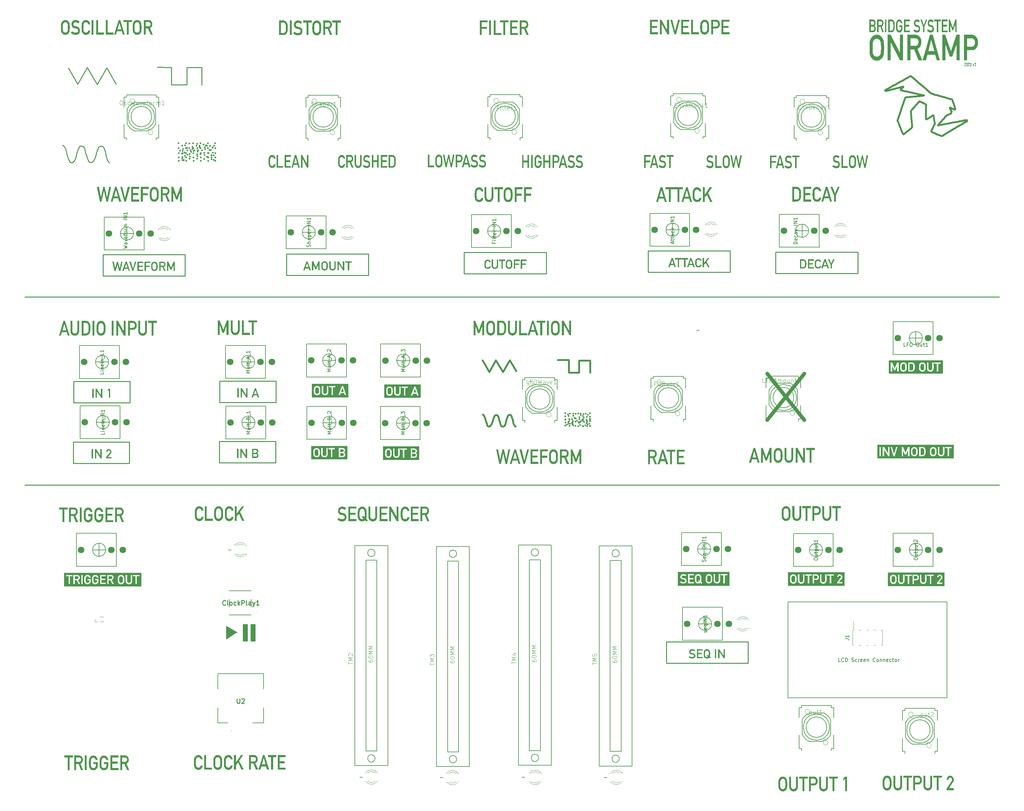
<source format=gbr>
%TF.GenerationSoftware,KiCad,Pcbnew,7.0.2-0*%
%TF.CreationDate,2023-11-13T20:51:24-05:00*%
%TF.ProjectId,Bridge System On Ramp,42726964-6765-4205-9379-7374656d204f,rev?*%
%TF.SameCoordinates,Original*%
%TF.FileFunction,Legend,Top*%
%TF.FilePolarity,Positive*%
%FSLAX46Y46*%
G04 Gerber Fmt 4.6, Leading zero omitted, Abs format (unit mm)*
G04 Created by KiCad (PCBNEW 7.0.2-0) date 2023-11-13 20:51:24*
%MOMM*%
%LPD*%
G01*
G04 APERTURE LIST*
%ADD10C,1.000000*%
%ADD11C,0.500000*%
%ADD12C,0.250000*%
%ADD13C,0.150000*%
%ADD14C,0.200000*%
%ADD15C,0.101600*%
%ADD16C,0.254000*%
%ADD17C,0.203200*%
%ADD18C,0.120000*%
%ADD19C,0.127000*%
%ADD20C,0.100000*%
%ADD21C,0.026000*%
%ADD22C,1.800000*%
G04 APERTURE END LIST*
D10*
X190500000Y-43180000D02*
X180340000Y-55880000D01*
X180340000Y-43180000D02*
X190500000Y-55880000D01*
D11*
X230773576Y31869197D02*
X230623641Y31893010D01*
X216795640Y23986378D02*
X216973310Y23509557D01*
X217152057Y23034447D01*
X217205744Y22899822D01*
X105854546Y-54633888D02*
X106078507Y-54561643D01*
X230078602Y22993308D02*
X230514451Y23248941D01*
X230948812Y23507772D01*
X231006410Y23542759D01*
X220384272Y37595662D02*
X220005521Y37925647D01*
X219705174Y38177745D01*
X227050888Y24723683D02*
X227083519Y24795121D01*
X217499432Y35210884D02*
X217112075Y34871358D01*
X216810631Y34606753D01*
X106772064Y-55190178D02*
X106887656Y-55681447D01*
X231634352Y29643169D02*
X231487949Y30088550D01*
X223217957Y32936349D02*
X223162395Y32901072D01*
X221967361Y36233939D02*
X221569399Y36576822D01*
X221172829Y36919706D01*
X220990168Y37077961D01*
X225699751Y33289128D02*
X225211819Y33471101D01*
X225045348Y33593398D01*
X218884966Y23246427D02*
X219275958Y23577431D01*
X219507620Y23777357D01*
D12*
X-2107957Y19097815D02*
X-2627383Y18831767D01*
D11*
X217413883Y35332593D02*
X217577041Y35327301D01*
X215971020Y26088051D02*
X216150467Y25608812D01*
X216264708Y25324287D01*
X216696862Y28239996D02*
X216527529Y27769037D01*
X216358193Y27298078D01*
X213210533Y34240745D02*
X213655035Y34353634D01*
X229530916Y27454183D02*
X229993422Y27692157D01*
X230455740Y27929563D01*
X230587487Y27998343D01*
D12*
X-5895962Y16145958D02*
X-6187347Y16994775D01*
D11*
X218539245Y33976162D02*
X218988154Y33876502D01*
X230587487Y27998343D02*
X230765797Y28477595D01*
X230749763Y28508106D01*
X215104952Y35766510D02*
X214631509Y35507372D01*
X214158028Y35248664D01*
X213726473Y35014211D01*
X231742832Y29278044D02*
X231634352Y29643169D01*
D12*
X-6187347Y16994775D02*
X-6390049Y17856261D01*
D11*
X232010063Y24132780D02*
X232446854Y24398223D01*
X232786172Y24603739D01*
X125866800Y-56975954D02*
X125866800Y-56975954D01*
D12*
X-9341906Y15056432D02*
X-9741864Y14614793D01*
D11*
X103362078Y-56288309D02*
X103571590Y-56960192D01*
X126222543Y-55725923D02*
X126222543Y-55725923D01*
X128192058Y-56073790D02*
X128192058Y-56073790D01*
X130161572Y-56421658D02*
X130161572Y-56421658D01*
X234178764Y25434530D02*
X234619425Y25692990D01*
X234960161Y25896669D01*
X106078507Y-54561643D02*
X106374714Y-54597766D01*
X110145926Y-54554418D02*
X110261519Y-54742257D01*
X226927417Y32942523D02*
X226442184Y33071251D01*
X226392078Y33085398D01*
X106074648Y-39607650D02*
X108021454Y-42802950D01*
X104864784Y-57083009D02*
X105218786Y-56172716D01*
X106670920Y-54901197D02*
X106772064Y-55190178D01*
X26340534Y18796745D02*
X26340534Y18796745D01*
X106887656Y-55681447D02*
X107277782Y-56887946D01*
X126021998Y-42972238D02*
X128857563Y-42972238D01*
X219507620Y23777357D02*
X219760737Y23976676D01*
X234779368Y26193003D02*
X234677939Y26163016D01*
X225045348Y33593398D02*
X224663062Y33922956D01*
X224433278Y34119038D01*
X230653631Y25406308D02*
X230162204Y25300310D01*
X230070662Y25282835D01*
X109264532Y-54973442D02*
X109437921Y-54691685D01*
X20320000Y17780000D02*
X20320000Y17780000D01*
X22178280Y18519455D02*
X22178280Y18519455D01*
X20323685Y16067349D02*
X20323685Y16067349D01*
X22319206Y16201127D02*
X22319206Y16201127D01*
X24314727Y16334905D02*
X24314727Y16334905D01*
D12*
X-5085152Y14600351D02*
X-5376537Y14866398D01*
D13*
X35066337Y-114038600D02*
X32333700Y-115842141D01*
X32333700Y-112377585D01*
X35066337Y-114038600D01*
G36*
X35066337Y-114038600D02*
G01*
X32333700Y-115842141D01*
X32333700Y-112377585D01*
X35066337Y-114038600D01*
G37*
X35230296Y-114138261D02*
X35066337Y-114038600D01*
X35173500Y-113967873D01*
X35230296Y-114138261D01*
G36*
X35230296Y-114138261D02*
G01*
X35066337Y-114038600D01*
X35173500Y-113967873D01*
X35230296Y-114138261D01*
G37*
D11*
X225684757Y24151301D02*
X225456281Y23671112D01*
X225226169Y23191940D01*
X225195277Y23128245D01*
X229478883Y25188468D02*
X228969994Y25092921D01*
X228576652Y25014724D01*
X131217809Y-54487918D02*
X131217809Y-54487918D01*
X129220511Y-54591837D02*
X129220511Y-54591837D01*
X127223212Y-54695756D02*
X127223212Y-54695756D01*
D12*
X-10945518Y40413389D02*
X-8429656Y35990340D01*
D11*
X26249996Y17259419D02*
X26249996Y17259419D01*
X28133357Y16586402D02*
X28133357Y16586402D01*
X233213915Y25898433D02*
X232930812Y25841989D01*
X219527022Y38194503D02*
X219072475Y37947695D01*
X218620162Y37696424D01*
X218318759Y37528634D01*
X103824449Y-57632075D02*
X104098982Y-57697095D01*
X105652259Y-54879523D02*
X105854546Y-54633888D01*
X225305520Y22876891D02*
X225800170Y22693507D01*
X226182172Y22545281D01*
X131804730Y-55911201D02*
X131804730Y-55911201D01*
X129815856Y-56121870D02*
X129815856Y-56121870D01*
X127826983Y-56332539D02*
X127826983Y-56332539D01*
X125838109Y-56543209D02*
X125838109Y-56543209D01*
X222185202Y33178885D02*
X222674459Y33071948D01*
X223162395Y32961043D01*
X216810631Y34606753D02*
X216868841Y34336878D01*
X103571590Y-56960192D02*
X103643836Y-57422563D01*
X226182172Y22545281D02*
X226665248Y22351756D01*
X226885964Y22265704D01*
X19204477Y19896725D02*
X19204477Y19896725D01*
X21204475Y19894216D02*
X21204475Y19894216D01*
X23204474Y19891706D02*
X23204474Y19891706D01*
X25204472Y19889197D02*
X25204472Y19889197D01*
X27204471Y19886687D02*
X27204471Y19886687D01*
X29204469Y19884178D02*
X29204469Y19884178D01*
X107277782Y-56887946D02*
X107443946Y-57386440D01*
X107443946Y-57386440D02*
X107581213Y-57588727D01*
X131810006Y-54075254D02*
X131810006Y-54075254D01*
X130864368Y-55837573D02*
X130864368Y-55837573D01*
X129918731Y-57599893D02*
X129918731Y-57599893D01*
X226127492Y25582697D02*
X226167181Y25222863D01*
D12*
X-3073303Y35909183D02*
X-435706Y40535124D01*
X25493909Y40575703D02*
X25575066Y35746870D01*
X-8429656Y35990340D02*
X-5792058Y40616281D01*
D11*
X232930812Y25841989D02*
X232439886Y25735698D01*
X232369012Y25722044D01*
X103051423Y-55406915D02*
X103362078Y-56288309D01*
X219760737Y23976676D02*
X219991807Y24354148D01*
X218022423Y22557628D02*
X218427626Y22880879D01*
X218831628Y23203296D01*
X218884966Y23246427D01*
X216358193Y27298078D02*
X216190845Y26815654D01*
X216024820Y26333231D01*
X229507103Y22659051D02*
X229954393Y22920825D01*
X230078602Y22993308D01*
X19627020Y17848583D02*
X19627020Y17848583D01*
X21626813Y17877357D02*
X21626813Y17877357D01*
X23626606Y17906131D02*
X23626606Y17906131D01*
X25626399Y17934905D02*
X25626399Y17934905D01*
X27626192Y17963679D02*
X27626192Y17963679D01*
X231666987Y29125468D02*
X231742832Y29278044D01*
X131130481Y-57125886D02*
X131130481Y-57125886D01*
X129348147Y-56218536D02*
X129348147Y-56218536D01*
X127565812Y-55311186D02*
X127565812Y-55311186D01*
X125783478Y-54403836D02*
X125783478Y-54403836D01*
X217652008Y31041050D02*
X217487941Y30563396D01*
X217413883Y30345196D01*
X109640208Y-54547194D02*
X109900292Y-54503847D01*
X109900292Y-54503847D02*
X110145926Y-54554418D01*
D12*
X36877380Y-111866421D02*
X37956504Y-111866421D01*
X37956504Y-116410102D01*
X36877380Y-116410102D01*
X36877380Y-111866421D01*
G36*
X36877380Y-111866421D02*
G01*
X37956504Y-111866421D01*
X37956504Y-116410102D01*
X36877380Y-116410102D01*
X36877380Y-111866421D01*
G37*
X243770753Y-22215520D02*
X-22871363Y-22215520D01*
D11*
X110832258Y-56671210D02*
X110933401Y-57068560D01*
X20171488Y15712223D02*
X20171488Y15712223D01*
X20314763Y17707084D02*
X20314763Y17707084D01*
X106374714Y-54597766D02*
X106670920Y-54901197D01*
X234960161Y25896669D02*
X235034251Y26108336D01*
X231361833Y23760600D02*
X231808270Y24015621D01*
X232010063Y24132780D01*
X22951617Y18827185D02*
X22951617Y18827185D01*
X24951536Y18809221D02*
X24951536Y18809221D01*
X223756825Y29361829D02*
X223742589Y28821718D01*
X223729728Y28280470D01*
X223718358Y27738201D01*
X223712729Y27436543D01*
X28816269Y15275925D02*
X28816269Y15275925D01*
X26996489Y16105625D02*
X26996489Y16105625D01*
X25176710Y16935325D02*
X25176710Y16935325D01*
X23356930Y17765024D02*
X23356930Y17765024D01*
X21537150Y18594724D02*
X21537150Y18594724D01*
D12*
X-5604577Y15335148D02*
X-5895962Y16145958D01*
D11*
X216264708Y25324287D02*
X216448686Y24844615D01*
X216576917Y24519072D01*
X222579430Y35708302D02*
X222196214Y36037393D01*
X221967361Y36233939D01*
X129236487Y-54147544D02*
X129236487Y-54147544D01*
X127236503Y-54139634D02*
X127236503Y-54139634D01*
D12*
X-10501998Y14652800D02*
X-10742708Y15007530D01*
D11*
X216868841Y34336878D02*
X217366097Y34225595D01*
X217506487Y34197530D01*
D12*
X17215909Y40616281D02*
X17215909Y35828027D01*
D11*
X226392078Y33085398D02*
X225896083Y33239834D01*
X225699751Y33289128D01*
X231530279Y29099009D02*
X231666987Y29125468D01*
X19282769Y15956026D02*
X19282769Y15956026D01*
X21282767Y15953517D02*
X21282767Y15953517D01*
X23282766Y15951007D02*
X23282766Y15951007D01*
X25282764Y15948498D02*
X25282764Y15948498D01*
X27282763Y15945988D02*
X27282763Y15945988D01*
X29282761Y15943479D02*
X29282761Y15943479D01*
X216612195Y35119162D02*
X217113250Y35254907D01*
X217413883Y35332593D01*
X223712729Y27436543D02*
X223709688Y26930057D01*
X223710966Y26534315D01*
D12*
X-10121931Y14500773D02*
X-10501998Y14652800D01*
D11*
X122974824Y-39501845D02*
X126043159Y-39501845D01*
X216024820Y26333231D02*
X215971020Y26088051D01*
X223162395Y32961043D02*
X223217957Y32936349D01*
X24524318Y17924150D02*
X24524318Y17924150D01*
X26491502Y18284965D02*
X26491502Y18284965D01*
X28458686Y18645780D02*
X28458686Y18645780D01*
X227083519Y24795121D02*
X227406550Y25198117D01*
X227453938Y25254614D01*
X28816269Y16574671D02*
X28816269Y16574671D01*
X232786172Y24603739D02*
X233223734Y24857478D01*
X233422936Y24975037D01*
D12*
X-8100353Y18629065D02*
X-8366400Y18046295D01*
D11*
X223944681Y26372919D02*
X224298341Y26594287D01*
X217439459Y37046212D02*
X216965215Y36786218D01*
X216491577Y36527437D01*
X216060980Y36292148D01*
X217898952Y31777475D02*
X217736421Y31294731D01*
X217652008Y31041050D01*
X102524031Y-54359356D02*
X102863585Y-54843400D01*
X223814154Y34651732D02*
X223430506Y34979618D01*
X223200318Y35175607D01*
X220006798Y33651607D02*
X220498926Y33540360D01*
X220514799Y33536955D01*
X219609041Y28589246D02*
X219832175Y28949078D01*
X217205744Y22899822D02*
X217432729Y22446828D01*
X217490610Y22345961D01*
X20320000Y15240000D02*
X20320000Y15240000D01*
X21649142Y16734451D02*
X21649142Y16734451D01*
X22978283Y18228901D02*
X22978283Y18228901D01*
X224298341Y26594287D02*
X224716465Y26873477D01*
X225135171Y27153701D01*
X225556073Y27432375D01*
X225640660Y27487697D01*
X111280180Y-57574278D02*
X111431895Y-57725994D01*
X225829397Y27231932D02*
X225933525Y26723647D01*
X225954631Y26605752D01*
D12*
X243782116Y-73660000D02*
X-22860000Y-73660000D01*
D11*
X107776275Y-57689871D02*
X108094155Y-57711545D01*
X108021454Y-42802950D02*
X109883615Y-39544167D01*
X231798391Y25624148D02*
X231296339Y25520443D01*
X231203083Y25502440D01*
X217744612Y22323912D02*
X218022423Y22557628D01*
X108513179Y-57343093D02*
X108672119Y-57010764D01*
X221669262Y33272370D02*
X222169154Y33182151D01*
X222185202Y33178885D01*
X24250364Y19659194D02*
X24250364Y19659194D01*
X125055141Y-54033055D02*
X125055141Y-54033055D01*
X126155236Y-55703321D02*
X126155236Y-55703321D01*
X127255332Y-57373588D02*
X127255332Y-57373588D01*
D12*
X-11832234Y18491480D02*
X-12237639Y19061582D01*
D11*
X216060980Y36292148D02*
X215612814Y36045782D01*
X215164794Y35799271D01*
X215104952Y35766510D01*
X225195277Y23128245D02*
X225305520Y22876891D01*
X214821849Y34648203D02*
X215313740Y34780964D01*
X215426860Y34811364D01*
X226047235Y25935475D02*
X226127492Y25582697D01*
X228843882Y26843878D02*
X229171902Y27229761D01*
X229209005Y27266329D01*
X226885964Y22265704D02*
X227354425Y22083901D01*
X227769672Y21927920D01*
X111056219Y-57292521D02*
X111280180Y-57574278D01*
X219527022Y33754795D02*
X220006798Y33651607D01*
X217413883Y30345196D02*
X217244146Y29855773D01*
X217167821Y29632585D01*
X28237921Y15478854D02*
X28237921Y15478854D01*
X26238757Y15536692D02*
X26238757Y15536692D01*
X24239594Y15594529D02*
X24239594Y15594529D01*
X22240430Y15652367D02*
X22240430Y15652367D01*
X20241267Y15710204D02*
X20241267Y15710204D01*
D12*
X38978833Y-111866421D02*
X40057957Y-111866421D01*
X40057957Y-116410102D01*
X38978833Y-116410102D01*
X38978833Y-111866421D01*
G36*
X38978833Y-111866421D02*
G01*
X40057957Y-111866421D01*
X40057957Y-116410102D01*
X38978833Y-116410102D01*
X38978833Y-111866421D01*
G37*
D11*
X218988154Y33876502D02*
X219476217Y33766450D01*
X219527022Y33754795D01*
X218090333Y32308405D02*
X217916032Y31827619D01*
X217898952Y31777475D01*
X20983205Y19283775D02*
X20983205Y19283775D01*
X20801247Y17292069D02*
X20801247Y17292069D01*
X20619288Y15300364D02*
X20619288Y15300364D01*
X104098982Y-57697095D02*
X104387964Y-57668197D01*
X221008689Y33438176D02*
X221504283Y33312664D01*
X221669262Y33272370D01*
X221894159Y31272121D02*
X222022923Y31290641D01*
D12*
X21436066Y40575703D02*
X25493909Y40575703D01*
D11*
X109437921Y-54691685D02*
X109640208Y-54547194D01*
D13*
X186015958Y-105721698D02*
X229486475Y-105721698D01*
X229486475Y-131950745D01*
X186015958Y-131950745D01*
X186015958Y-105721698D01*
D11*
X128561993Y-57598598D02*
X128561993Y-57598598D01*
X128889933Y-55625667D02*
X128889933Y-55625667D01*
X220990168Y37077961D02*
X220592548Y37416856D01*
X220384272Y37595662D01*
X131812067Y-56300036D02*
X131812067Y-56300036D01*
X126864419Y-56701459D02*
X126864419Y-56701459D01*
X128864344Y-56718730D02*
X128864344Y-56718730D01*
X130864270Y-56736002D02*
X130864270Y-56736002D01*
X26076726Y19496851D02*
X26076726Y19496851D01*
X24358806Y18472765D02*
X24358806Y18472765D01*
X22640887Y17448679D02*
X22640887Y17448679D01*
X20922967Y16424593D02*
X20922967Y16424593D01*
D12*
X-3501538Y16259978D02*
X-3906943Y15309810D01*
D11*
X219860395Y25595926D02*
X219818062Y26036898D01*
X20475882Y18279277D02*
X20475882Y18279277D01*
X22445397Y17931410D02*
X22445397Y17931410D01*
X24414911Y17583542D02*
X24414911Y17583542D01*
X108094155Y-57711545D02*
X108310892Y-57603176D01*
X228529911Y32499787D02*
X228032068Y32627193D01*
X227804950Y32686759D01*
X222819319Y30927280D02*
X223273961Y30697753D01*
X223725957Y30461613D01*
X225640660Y27487697D02*
X225797647Y27466530D01*
D12*
X-10945410Y15577631D02*
X-11414160Y16844522D01*
D11*
X223710966Y26534315D02*
X223944681Y26372919D01*
X128857563Y-42972238D02*
X128857563Y-39628811D01*
D12*
X-6390049Y17856261D02*
X-6592752Y18591058D01*
D11*
X108310892Y-57603176D02*
X108513179Y-57343093D01*
X233422936Y24975037D02*
X233872306Y25247541D01*
X234178764Y25434530D01*
X223162395Y32901072D02*
X222661286Y32849899D01*
X222271632Y32811113D01*
X213726473Y35014211D02*
X213282968Y34777004D01*
X212839545Y34539552D01*
X212636390Y34428600D01*
D12*
X17215909Y35828027D02*
X21436066Y35828027D01*
D11*
X107581213Y-57588727D02*
X107776275Y-57689871D01*
X217490610Y22345961D02*
X217744612Y22323912D01*
X228313832Y24963572D02*
X227812300Y24856534D01*
X227740570Y24841863D01*
D12*
X-1550525Y18996463D02*
X-2107957Y19097815D01*
D11*
X227740570Y24841863D02*
X227247479Y24741620D01*
X227133793Y24719273D01*
X215426860Y34811364D02*
X215916459Y34930900D01*
X216006299Y34954238D01*
X217167821Y29632585D02*
X217003076Y29154077D01*
X216928814Y28935850D01*
X212786319Y34135794D02*
X213210533Y34240745D01*
X110261519Y-54742257D02*
X110398785Y-55002340D01*
X225954631Y26605752D02*
X226023464Y26103209D01*
X226047235Y25935475D01*
X218650369Y32458335D02*
X218211160Y32409828D01*
X219684006Y27532676D02*
X219632965Y28061622D01*
X219609041Y28589246D01*
X220514799Y33536955D02*
X221008689Y33438176D01*
X220411611Y29615829D02*
X220761007Y30008983D01*
X221111093Y30402137D01*
X221157736Y30454558D01*
X110673318Y-55955980D02*
X110832258Y-56671210D01*
X228120688Y21845016D02*
X228565575Y22091699D01*
X228665730Y22154579D01*
X228576652Y25014724D02*
X228313832Y24963572D01*
X216576917Y24519072D02*
X216769385Y24053109D01*
X216795640Y23986378D01*
X228810366Y26789197D02*
X228843882Y26843878D01*
X28252820Y16543712D02*
X28252820Y16543712D01*
X26256375Y16662903D02*
X26256375Y16662903D01*
X24259930Y16782094D02*
X24259930Y16782094D01*
X22263484Y16901285D02*
X22263484Y16901285D01*
X20267039Y17020476D02*
X20267039Y17020476D01*
D12*
X-7314880Y19135821D02*
X-7783630Y19072477D01*
D11*
X224433278Y34119038D02*
X224046323Y34451867D01*
X223814154Y34651732D01*
X109026122Y-55609202D02*
X109264532Y-54973442D01*
X20181635Y19212750D02*
X20181635Y19212750D01*
X125055141Y-55852509D02*
X125055141Y-55852509D01*
X126200319Y-57492194D02*
X126200319Y-57492194D01*
X221157736Y30454558D02*
X221501026Y30838367D01*
X221847441Y31221449D01*
X221894159Y31272121D01*
D12*
X-299930Y15237721D02*
X-624558Y16292760D01*
D11*
X234094978Y26066884D02*
X233599380Y25973215D01*
X233213915Y25898433D01*
X110398785Y-55002340D02*
X110463806Y-55305771D01*
D12*
X-1152077Y18402838D02*
X-1550525Y18996463D01*
X-5376537Y14866398D02*
X-5604577Y15335148D01*
D11*
X230070662Y25282835D02*
X229571188Y25204382D01*
X229478883Y25188468D01*
D12*
X-12237639Y19061582D02*
X-12567031Y19340298D01*
X-2944105Y18210991D02*
X-3248159Y17324167D01*
D11*
X222271632Y32811113D02*
X221762463Y32755785D01*
X221456716Y32722920D01*
X231006410Y23542759D02*
X231361833Y23760600D01*
D12*
X-8366400Y18046295D02*
X-8556433Y17362174D01*
D11*
X109883615Y-39544167D02*
X111661133Y-42570180D01*
X231297446Y30765885D02*
X231145147Y31261730D01*
X231088426Y31424697D01*
X219705174Y38177745D02*
X219527022Y38194503D01*
D12*
X-11414160Y16844522D02*
X-11578856Y17731346D01*
D11*
X131760711Y-55030820D02*
X131760711Y-55030820D01*
X129895717Y-55753177D02*
X129895717Y-55753177D01*
X104387964Y-57668197D02*
X104611925Y-57458685D01*
X131599307Y-56938312D02*
X131599307Y-56938312D01*
X130925379Y-55055277D02*
X130925379Y-55055277D01*
X225797647Y27466530D02*
X225829397Y27231932D01*
X216006299Y34954238D02*
X216498740Y35088095D01*
X216612195Y35119162D01*
X125928296Y-54792450D02*
X125928296Y-54792450D01*
D12*
X-6592752Y18591058D02*
X-6871468Y18958457D01*
D11*
X104297130Y-42824111D02*
X106074648Y-39607650D01*
X102863585Y-54843400D02*
X103051423Y-55406915D01*
X227133793Y24719273D02*
X227050888Y24723683D01*
X234677939Y26163016D02*
X234167559Y26079985D01*
X234094978Y26066884D01*
D12*
X-11578856Y17731346D02*
X-11832234Y18491480D01*
D11*
X226020778Y24880669D02*
X225810920Y24424090D01*
X225684757Y24151301D01*
X217577041Y35327301D02*
X217499432Y35210884D01*
X20607786Y15174460D02*
X20607786Y15174460D01*
D12*
X-624558Y16292760D02*
X-827450Y17307221D01*
X-6871468Y18958457D02*
X-7314880Y19135821D01*
X-3906943Y15309810D02*
X-4210997Y14841060D01*
D11*
X218009195Y34102280D02*
X218506026Y33983682D01*
X218539245Y33976162D01*
X212636390Y34428600D02*
X212541139Y34214288D01*
X229219589Y32289002D02*
X228723809Y32442364D01*
X228529911Y32499787D01*
X27375472Y17183459D02*
X27375472Y17183459D01*
X105218786Y-56172716D02*
X105356053Y-55544181D01*
X131863422Y-57569252D02*
X131863422Y-57569252D01*
X131782563Y-55570887D02*
X131782563Y-55570887D01*
X129997025Y-54346006D02*
X129997025Y-54346006D01*
X213655035Y34353634D02*
X214139820Y34485691D01*
X214209779Y34503565D01*
X219991807Y24354148D02*
X219949473Y24539357D01*
X126388266Y-56909017D02*
X126388266Y-56909017D01*
X212541139Y34214288D02*
X212786319Y34135794D01*
X28063159Y17969966D02*
X28063159Y17969966D01*
X28203123Y15974870D02*
X28203123Y15974870D01*
D12*
X187010Y14547888D02*
X-299930Y15237721D01*
D11*
X226167181Y25222863D02*
X226020778Y24880669D01*
D12*
X-8949170Y15955924D02*
X-9341906Y15056432D01*
D11*
X218211160Y32409828D02*
X218090333Y32308405D01*
D12*
X-5792058Y40616281D02*
X-3073303Y35909183D01*
D11*
X227804950Y32686759D02*
X227312097Y32829541D01*
X226927417Y32942523D01*
X125055141Y-57466541D02*
X125055141Y-57466541D01*
X127004066Y-57017441D02*
X127004066Y-57017441D01*
X128952991Y-56568341D02*
X128952991Y-56568341D01*
X130901916Y-56119241D02*
X130901916Y-56119241D01*
X131883576Y-39628811D02*
X131883576Y-42951077D01*
X214209779Y34503565D02*
X214707093Y34620168D01*
X214821849Y34648203D01*
X223796514Y30343433D02*
X223775573Y29821914D01*
X223756825Y29361829D01*
X19295818Y15029570D02*
X19295818Y15029570D01*
X21295816Y15027061D02*
X21295816Y15027061D01*
X23295815Y15024551D02*
X23295815Y15024551D01*
X25295813Y15022042D02*
X25295813Y15022042D01*
X27295812Y15019532D02*
X27295812Y15019532D01*
X29295810Y15017023D02*
X29295810Y15017023D01*
X228665730Y22154579D02*
X229112709Y22423575D01*
X229507103Y22659051D01*
D12*
X-10742708Y15007530D02*
X-10945410Y15577631D01*
D11*
X235034251Y26108336D02*
X234779368Y26193003D01*
X223725957Y30461613D02*
X223796514Y30343433D01*
X20120139Y17029246D02*
X20120139Y17029246D01*
X228345581Y26275023D02*
X228693591Y26661604D01*
X228810366Y26789197D01*
X128857563Y-39628811D02*
X131883576Y-39628811D01*
X220543022Y32634725D02*
X220040767Y32582569D01*
X219695471Y32548295D01*
X28936588Y19156033D02*
X28936588Y19156033D01*
X26936598Y19162264D02*
X26936598Y19162264D01*
X24936607Y19168494D02*
X24936607Y19168494D01*
X131012387Y-57598598D02*
X131012387Y-57598598D01*
X129038426Y-57276916D02*
X129038426Y-57276916D01*
X127064466Y-56955233D02*
X127064466Y-56955233D01*
X125090505Y-56633551D02*
X125090505Y-56633551D01*
X126043159Y-39501845D02*
X126021998Y-42972238D01*
X229745229Y32150537D02*
X229252351Y32279404D01*
X229219589Y32289002D01*
X222022923Y31290641D02*
X222497817Y31079063D01*
X222819319Y30927280D01*
D12*
X-8556433Y17362174D02*
X-8949170Y15955924D01*
D11*
X231088426Y31424697D02*
X230819550Y31859844D01*
X230773576Y31869197D01*
D12*
X-9741864Y14614793D02*
X-10121931Y14500773D01*
D11*
X108859957Y-56338881D02*
X109026122Y-55609202D01*
D12*
X-7783630Y19072477D02*
X-8100353Y18629065D01*
D11*
X19217526Y18539663D02*
X19217526Y18539663D01*
X21217524Y18537154D02*
X21217524Y18537154D01*
X23217523Y18534644D02*
X23217523Y18534644D01*
X25217521Y18532135D02*
X25217521Y18532135D01*
X27217520Y18529625D02*
X27217520Y18529625D01*
X29217518Y18527116D02*
X29217518Y18527116D01*
X216928814Y28935850D02*
X216770412Y28457414D01*
X216696862Y28239996D01*
X230749763Y28508106D02*
X230516832Y28980398D01*
X230293674Y29457776D01*
X230263810Y29521460D01*
X28562608Y18664841D02*
X28562608Y18664841D01*
X26666017Y19299619D02*
X26666017Y19299619D01*
X125055141Y-54869417D02*
X125055141Y-54869417D01*
X126873412Y-55702418D02*
X126873412Y-55702418D01*
X128691683Y-56535419D02*
X128691683Y-56535419D01*
X130509954Y-57368419D02*
X130509954Y-57368419D01*
X104611925Y-57458685D02*
X104864784Y-57083009D01*
X19256672Y17156504D02*
X19256672Y17156504D01*
X21256670Y17153995D02*
X21256670Y17153995D01*
X23256669Y17151485D02*
X23256669Y17151485D01*
X25256667Y17148976D02*
X25256667Y17148976D01*
X27256666Y17146466D02*
X27256666Y17146466D01*
X29256664Y17143957D02*
X29256664Y17143957D01*
X103643836Y-57422563D02*
X103824449Y-57632075D01*
X221456716Y32722920D02*
X220943387Y32673364D01*
X220543022Y32634725D01*
X230623641Y31893010D02*
X230129902Y32037976D01*
X229745229Y32150537D01*
X126066661Y-56225200D02*
X126066661Y-56225200D01*
X127924941Y-55485745D02*
X127924941Y-55485745D01*
X129677142Y-55837836D02*
X129677142Y-55837836D01*
X128556272Y-54181439D02*
X128556272Y-54181439D01*
X230263810Y29521460D02*
X230262047Y29594662D01*
X126258329Y-54135766D02*
X126258329Y-54135766D01*
X125110465Y-55773572D02*
X125110465Y-55773572D01*
X125069814Y-56630179D02*
X125069814Y-56630179D01*
X127067421Y-56532364D02*
X127067421Y-56532364D01*
X129065027Y-56434548D02*
X129065027Y-56434548D01*
X131062634Y-56336733D02*
X131062634Y-56336733D01*
X227769672Y21927920D02*
X228120688Y21845016D01*
D12*
X-3248159Y17324167D02*
X-3501538Y16259978D01*
D11*
X232369012Y25722044D02*
X231869285Y25637253D01*
X231798391Y25624148D01*
X230325546Y29587607D02*
X230582192Y29484419D01*
X127819605Y-57545168D02*
X127819605Y-57545168D01*
X129819570Y-57557079D02*
X129819570Y-57557079D01*
X131819534Y-57568991D02*
X131819534Y-57568991D01*
X229209005Y27266329D02*
X229530916Y27454183D01*
D12*
X-4210997Y14841060D02*
X-4654409Y14600351D01*
D11*
X27832063Y19070700D02*
X27832063Y19070700D01*
X28565707Y17210118D02*
X28565707Y17210118D01*
X219949473Y24539357D02*
X219905264Y25068303D01*
X219860395Y25595926D01*
X102371485Y-39544167D02*
X104297130Y-42824111D01*
X130134002Y-55213528D02*
X130134002Y-55213528D01*
X230582192Y29484419D02*
X231055577Y29289729D01*
X231530279Y29099009D01*
D12*
X-2627383Y18831767D02*
X-2944105Y18210991D01*
D11*
X129812744Y-54833994D02*
X129812744Y-54833994D01*
X127900635Y-54247616D02*
X127900635Y-54247616D01*
D12*
X13360959Y40656859D02*
X17215909Y40616281D01*
D11*
X231203083Y25502440D02*
X230705041Y25415561D01*
X230653631Y25406308D01*
X110463806Y-55305771D02*
X110673318Y-55955980D01*
X108672119Y-57010764D02*
X108859957Y-56338881D01*
D12*
X-4654409Y14600351D02*
X-5085152Y14600351D01*
D11*
X218318759Y37528634D02*
X217880100Y37286761D01*
X217439459Y37046212D01*
X110933401Y-57068560D02*
X111056219Y-57292521D01*
X219832175Y28949078D02*
X220173900Y29346517D01*
X220411611Y29615829D01*
D12*
X-827450Y17307221D02*
X-1152077Y18402838D01*
X-435706Y40535124D02*
X2080156Y36030919D01*
D11*
X219695471Y32548295D02*
X219173252Y32502653D01*
X218650369Y32458335D01*
X223200318Y35175607D02*
X222811928Y35509212D01*
X222579430Y35708302D01*
X219728987Y27093467D02*
X219684006Y27532676D01*
X219818062Y26036898D02*
X219772863Y26565182D01*
X219728987Y27093467D01*
X24066083Y19171206D02*
X24066083Y19171206D01*
X22153974Y19757584D02*
X22153974Y19757584D01*
X231487949Y30088550D02*
X231352347Y30575234D01*
X231297446Y30765885D01*
X217506487Y34197530D02*
X218009195Y34102280D01*
X230262047Y29594662D02*
X230325546Y29587607D01*
D12*
X21436066Y35828027D02*
X21436066Y40575703D01*
D11*
X227453938Y25254614D02*
X227788071Y25638404D01*
X228122298Y26021078D01*
X228345581Y26275023D01*
X105356053Y-55544181D02*
X105652259Y-54879523D01*
X130601542Y-54150439D02*
X130601542Y-54150439D01*
X128884955Y-55176758D02*
X128884955Y-55176758D01*
X127168369Y-56203077D02*
X127168369Y-56203077D01*
X125451782Y-57229396D02*
X125451782Y-57229396D01*
D14*
G36*
X234196302Y40897231D02*
G01*
X234196302Y41031808D01*
X234452757Y41515653D01*
X234457321Y41524549D01*
X234462297Y41535272D01*
X234466461Y41545553D01*
X234469815Y41555393D01*
X234472769Y41566619D01*
X234474555Y41577209D01*
X234474739Y41578912D01*
X234475735Y41589626D01*
X234476525Y41601249D01*
X234477026Y41611631D01*
X234477384Y41622644D01*
X234477598Y41634290D01*
X234477667Y41644061D01*
X234477670Y41646568D01*
X234477670Y41657007D01*
X234477670Y41667717D01*
X234477670Y41678697D01*
X234477670Y41684914D01*
X234477227Y41694744D01*
X234475671Y41705074D01*
X234472994Y41714631D01*
X234470587Y41720573D01*
X234465597Y41729584D01*
X234459176Y41737689D01*
X234451324Y41744888D01*
X234449582Y41746219D01*
X234440746Y41751414D01*
X234431206Y41754604D01*
X234421555Y41756294D01*
X234410689Y41756955D01*
X234409038Y41756965D01*
X234397420Y41756321D01*
X234386747Y41754389D01*
X234377018Y41751169D01*
X234368234Y41746661D01*
X234359179Y41739774D01*
X234357991Y41738647D01*
X234350663Y41729933D01*
X234345814Y41721181D01*
X234342288Y41711243D01*
X234340084Y41700120D01*
X234339258Y41689946D01*
X234339184Y41685646D01*
X234339184Y41604802D01*
X234196302Y41604802D01*
X234196302Y41682960D01*
X234196562Y41694103D01*
X234197340Y41705064D01*
X234198638Y41715841D01*
X234200454Y41726435D01*
X234202790Y41736846D01*
X234205644Y41747073D01*
X234209018Y41757118D01*
X234212911Y41766979D01*
X234217318Y41776600D01*
X234222116Y41785923D01*
X234227302Y41794949D01*
X234232877Y41803677D01*
X234238842Y41812107D01*
X234245196Y41820239D01*
X234251940Y41828074D01*
X234259073Y41835612D01*
X234266209Y41842698D01*
X234273697Y41849427D01*
X234281535Y41855796D01*
X234289725Y41861807D01*
X234298266Y41867458D01*
X234307158Y41872752D01*
X234316401Y41877686D01*
X234325995Y41882262D01*
X234335853Y41886384D01*
X234345886Y41889956D01*
X234356094Y41892978D01*
X234366478Y41895451D01*
X234377038Y41897374D01*
X234387773Y41898748D01*
X234398684Y41899573D01*
X234409770Y41899847D01*
X234420116Y41899669D01*
X234430178Y41899135D01*
X234439957Y41898244D01*
X234452554Y41896502D01*
X234464648Y41894126D01*
X234476238Y41891117D01*
X234487325Y41887474D01*
X234497907Y41883198D01*
X234505514Y41879575D01*
X234515260Y41874278D01*
X234524595Y41868523D01*
X234533518Y41862310D01*
X234542028Y41855639D01*
X234550126Y41848511D01*
X234557812Y41840924D01*
X234565086Y41832879D01*
X234571948Y41824376D01*
X234577970Y41815492D01*
X234583580Y41806302D01*
X234588777Y41796807D01*
X234593563Y41787007D01*
X234597937Y41776902D01*
X234601898Y41766491D01*
X234605447Y41755775D01*
X234608584Y41744753D01*
X234611389Y41733495D01*
X234613820Y41722069D01*
X234615877Y41710475D01*
X234617560Y41698713D01*
X234618869Y41686784D01*
X234619804Y41674686D01*
X234620365Y41662420D01*
X234620552Y41649987D01*
X234620552Y41638977D01*
X234620552Y41628539D01*
X234620552Y41618674D01*
X234620552Y41607592D01*
X234620552Y41597334D01*
X234620552Y41589415D01*
X234620353Y41578823D01*
X234619757Y41568417D01*
X234618764Y41558199D01*
X234617373Y41548168D01*
X234616400Y41542520D01*
X234614303Y41532784D01*
X234611645Y41523026D01*
X234608426Y41513243D01*
X234604646Y41503437D01*
X234602234Y41497824D01*
X234597537Y41487537D01*
X234593009Y41477994D01*
X234588017Y41467782D01*
X234583503Y41458760D01*
X234578667Y41449273D01*
X234575611Y41443358D01*
X234364341Y41040113D01*
X234620552Y41040113D01*
X234620552Y40897231D01*
X234196302Y40897231D01*
G37*
G36*
X234939663Y41899618D02*
G01*
X234949944Y41898931D01*
X234960118Y41897787D01*
X234970186Y41896184D01*
X234980146Y41894123D01*
X234990000Y41891604D01*
X234999747Y41888627D01*
X235009387Y41885193D01*
X235018836Y41881323D01*
X235028010Y41877041D01*
X235036910Y41872347D01*
X235045535Y41867241D01*
X235053885Y41861723D01*
X235061960Y41855792D01*
X235069760Y41849449D01*
X235077286Y41842695D01*
X235084369Y41835501D01*
X235091086Y41827964D01*
X235097436Y41820083D01*
X235103420Y41811859D01*
X235109038Y41803291D01*
X235114289Y41794380D01*
X235119174Y41785126D01*
X235123692Y41775528D01*
X235127814Y41765586D01*
X235131386Y41755301D01*
X235134408Y41744673D01*
X235136881Y41733701D01*
X235138805Y41722386D01*
X235140179Y41710727D01*
X235141003Y41698725D01*
X235141278Y41686379D01*
X235141278Y41102639D01*
X235141003Y41090293D01*
X235140179Y41078291D01*
X235138805Y41066632D01*
X235136881Y41055317D01*
X235134408Y41044345D01*
X235131386Y41033716D01*
X235127814Y41023432D01*
X235123692Y41013490D01*
X235119174Y41003949D01*
X235114289Y40994744D01*
X235109038Y40985875D01*
X235103420Y40977342D01*
X235097436Y40969145D01*
X235091086Y40961283D01*
X235084369Y40953757D01*
X235077286Y40946568D01*
X235069760Y40939813D01*
X235061960Y40933470D01*
X235053885Y40927540D01*
X235045535Y40922021D01*
X235036910Y40916915D01*
X235028010Y40912221D01*
X235018836Y40907939D01*
X235009387Y40904069D01*
X234999747Y40900635D01*
X234990000Y40897658D01*
X234980146Y40895139D01*
X234970186Y40893078D01*
X234960118Y40891476D01*
X234949944Y40890331D01*
X234939663Y40889644D01*
X234929275Y40889415D01*
X234918830Y40889644D01*
X234908499Y40890331D01*
X234898283Y40891476D01*
X234888181Y40893078D01*
X234878194Y40895139D01*
X234868321Y40897658D01*
X234858563Y40900635D01*
X234848919Y40904069D01*
X234839474Y40907939D01*
X234830311Y40912221D01*
X234821430Y40916915D01*
X234812832Y40922021D01*
X234804516Y40927540D01*
X234796483Y40933470D01*
X234788732Y40939813D01*
X234781264Y40946568D01*
X234774120Y40953757D01*
X234767342Y40961283D01*
X234760931Y40969145D01*
X234754886Y40977342D01*
X234749207Y40985875D01*
X234743895Y40994744D01*
X234738949Y41003949D01*
X234734369Y41013490D01*
X234730305Y41023432D01*
X234726782Y41033716D01*
X234723802Y41044345D01*
X234721363Y41055317D01*
X234719466Y41066632D01*
X234718112Y41078291D01*
X234717299Y41090293D01*
X234717028Y41102639D01*
X234717028Y41103127D01*
X234859910Y41103127D01*
X234860588Y41092039D01*
X234862623Y41081672D01*
X234866015Y41072026D01*
X234870763Y41063102D01*
X234876869Y41054899D01*
X234879205Y41052325D01*
X234886836Y41045518D01*
X234895256Y41040120D01*
X234904467Y41036130D01*
X234914468Y41033549D01*
X234925258Y41032375D01*
X234929031Y41032297D01*
X234940085Y41033001D01*
X234950348Y41035113D01*
X234959822Y41038634D01*
X234968506Y41043562D01*
X234976400Y41049899D01*
X234978856Y41052325D01*
X234985497Y41060287D01*
X234990763Y41068971D01*
X234994656Y41078377D01*
X234997174Y41088503D01*
X234998319Y41099351D01*
X234998396Y41103127D01*
X234998396Y41685891D01*
X234997709Y41696979D01*
X234995648Y41707346D01*
X234992213Y41716992D01*
X234987405Y41725916D01*
X234981222Y41734119D01*
X234978856Y41736693D01*
X234971226Y41743583D01*
X234962805Y41749047D01*
X234953594Y41753085D01*
X234943594Y41755698D01*
X234932803Y41756886D01*
X234929031Y41756965D01*
X234917977Y41756253D01*
X234907713Y41754115D01*
X234898239Y41750551D01*
X234889555Y41745562D01*
X234881661Y41739148D01*
X234879205Y41736693D01*
X234872648Y41728730D01*
X234867447Y41720046D01*
X234863603Y41710641D01*
X234861116Y41700515D01*
X234859985Y41689667D01*
X234859910Y41685891D01*
X234859910Y41103127D01*
X234717028Y41103127D01*
X234717028Y41686379D01*
X234717299Y41698725D01*
X234718112Y41710727D01*
X234719466Y41722386D01*
X234721363Y41733701D01*
X234723802Y41744673D01*
X234726782Y41755301D01*
X234730305Y41765586D01*
X234734369Y41775528D01*
X234738949Y41785126D01*
X234743895Y41794380D01*
X234749207Y41803291D01*
X234754886Y41811859D01*
X234760931Y41820083D01*
X234767342Y41827964D01*
X234774120Y41835501D01*
X234781264Y41842695D01*
X234788732Y41849449D01*
X234796483Y41855792D01*
X234804516Y41861723D01*
X234812832Y41867241D01*
X234821430Y41872347D01*
X234830311Y41877041D01*
X234839474Y41881323D01*
X234848919Y41885193D01*
X234858563Y41888627D01*
X234868321Y41891604D01*
X234878194Y41894123D01*
X234888181Y41896184D01*
X234898283Y41897787D01*
X234908499Y41898931D01*
X234918830Y41899618D01*
X234929275Y41899847D01*
X234939663Y41899618D01*
G37*
G36*
X235237754Y40897231D02*
G01*
X235237754Y41031808D01*
X235494209Y41515653D01*
X235498773Y41524549D01*
X235503748Y41535272D01*
X235507913Y41545553D01*
X235511266Y41555393D01*
X235514220Y41566619D01*
X235516006Y41577209D01*
X235516190Y41578912D01*
X235517187Y41589626D01*
X235517976Y41601249D01*
X235518477Y41611631D01*
X235518835Y41622644D01*
X235519050Y41634290D01*
X235519119Y41644061D01*
X235519121Y41646568D01*
X235519121Y41657007D01*
X235519121Y41667717D01*
X235519121Y41678697D01*
X235519121Y41684914D01*
X235518679Y41694744D01*
X235517122Y41705074D01*
X235514445Y41714631D01*
X235512038Y41720573D01*
X235507049Y41729584D01*
X235500628Y41737689D01*
X235492776Y41744888D01*
X235491033Y41746219D01*
X235482198Y41751414D01*
X235472657Y41754604D01*
X235463007Y41756294D01*
X235452141Y41756955D01*
X235450489Y41756965D01*
X235438871Y41756321D01*
X235428198Y41754389D01*
X235418469Y41751169D01*
X235409685Y41746661D01*
X235400631Y41739774D01*
X235399442Y41738647D01*
X235392114Y41729933D01*
X235387266Y41721181D01*
X235383740Y41711243D01*
X235381536Y41700120D01*
X235380709Y41689946D01*
X235380636Y41685646D01*
X235380636Y41604802D01*
X235237754Y41604802D01*
X235237754Y41682960D01*
X235238013Y41694103D01*
X235238792Y41705064D01*
X235240089Y41715841D01*
X235241906Y41726435D01*
X235244241Y41736846D01*
X235247096Y41747073D01*
X235250470Y41757118D01*
X235254362Y41766979D01*
X235258770Y41776600D01*
X235263567Y41785923D01*
X235268753Y41794949D01*
X235274329Y41803677D01*
X235280294Y41812107D01*
X235286648Y41820239D01*
X235293391Y41828074D01*
X235300524Y41835612D01*
X235307661Y41842698D01*
X235315148Y41849427D01*
X235322987Y41855796D01*
X235331177Y41861807D01*
X235339717Y41867458D01*
X235348609Y41872752D01*
X235357852Y41877686D01*
X235367447Y41882262D01*
X235377304Y41886384D01*
X235387337Y41889956D01*
X235397546Y41892978D01*
X235407930Y41895451D01*
X235418490Y41897374D01*
X235429225Y41898748D01*
X235440136Y41899573D01*
X235451222Y41899847D01*
X235461567Y41899669D01*
X235471630Y41899135D01*
X235481408Y41898244D01*
X235494006Y41896502D01*
X235506100Y41894126D01*
X235517690Y41891117D01*
X235528776Y41887474D01*
X235539359Y41883198D01*
X235546965Y41879575D01*
X235556712Y41874278D01*
X235566047Y41868523D01*
X235574969Y41862310D01*
X235583479Y41855639D01*
X235591578Y41848511D01*
X235599264Y41840924D01*
X235606537Y41832879D01*
X235613399Y41824376D01*
X235619421Y41815492D01*
X235625031Y41806302D01*
X235630229Y41796807D01*
X235635015Y41787007D01*
X235639388Y41776902D01*
X235643349Y41766491D01*
X235646899Y41755775D01*
X235650036Y41744753D01*
X235652841Y41733495D01*
X235655272Y41722069D01*
X235657328Y41710475D01*
X235659011Y41698713D01*
X235660320Y41686784D01*
X235661255Y41674686D01*
X235661816Y41662420D01*
X235662003Y41649987D01*
X235662003Y41638977D01*
X235662003Y41628539D01*
X235662003Y41618674D01*
X235662003Y41607592D01*
X235662003Y41597334D01*
X235662003Y41589415D01*
X235661805Y41578823D01*
X235661209Y41568417D01*
X235660215Y41558199D01*
X235658824Y41548168D01*
X235657851Y41542520D01*
X235655754Y41532784D01*
X235653096Y41523026D01*
X235649877Y41513243D01*
X235646097Y41503437D01*
X235643685Y41497824D01*
X235638989Y41487537D01*
X235634461Y41477994D01*
X235629469Y41467782D01*
X235624955Y41458760D01*
X235620119Y41449273D01*
X235617063Y41443358D01*
X235405793Y41040113D01*
X235662003Y41040113D01*
X235662003Y40897231D01*
X235237754Y40897231D01*
G37*
G36*
X235927495Y41475598D02*
G01*
X235939100Y41475731D01*
X235950010Y41476130D01*
X235960223Y41476795D01*
X235972760Y41478097D01*
X235984060Y41479871D01*
X235994124Y41482119D01*
X236004964Y41485594D01*
X236013873Y41489809D01*
X236015423Y41490741D01*
X236023723Y41497827D01*
X236029328Y41505885D01*
X236033741Y41515898D01*
X236036412Y41525316D01*
X236038321Y41535987D01*
X236039466Y41547909D01*
X236039847Y41561083D01*
X236039847Y41688089D01*
X236039186Y41699060D01*
X236037202Y41709258D01*
X236033897Y41718683D01*
X236029268Y41727336D01*
X236023318Y41735215D01*
X236021040Y41737670D01*
X236013607Y41744227D01*
X236005230Y41749428D01*
X235995907Y41753272D01*
X235985640Y41755759D01*
X235974429Y41756890D01*
X235970482Y41756965D01*
X235959329Y41756387D01*
X235949225Y41754652D01*
X235938486Y41751042D01*
X235929259Y41745767D01*
X235921542Y41738826D01*
X235917237Y41733274D01*
X235911842Y41724541D01*
X235906958Y41714505D01*
X235903594Y41704632D01*
X235901749Y41694924D01*
X235901361Y41688089D01*
X235901361Y41607977D01*
X235758479Y41607977D01*
X235758479Y41689799D01*
X235758739Y41700538D01*
X235759517Y41711139D01*
X235760815Y41721604D01*
X235762632Y41731930D01*
X235764967Y41742120D01*
X235767822Y41752172D01*
X235771195Y41762087D01*
X235775088Y41771864D01*
X235779496Y41781454D01*
X235784293Y41790686D01*
X235789479Y41799559D01*
X235795055Y41808073D01*
X235801020Y41816229D01*
X235807374Y41824025D01*
X235814117Y41831463D01*
X235821250Y41838542D01*
X235828730Y41845328D01*
X235836515Y41851762D01*
X235844606Y41857845D01*
X235853001Y41863577D01*
X235861703Y41868958D01*
X235870709Y41873988D01*
X235880021Y41878667D01*
X235889638Y41882995D01*
X235899495Y41886944D01*
X235909528Y41890368D01*
X235919737Y41893264D01*
X235930121Y41895634D01*
X235940681Y41897477D01*
X235951416Y41898794D01*
X235962327Y41899584D01*
X235973413Y41899847D01*
X235984226Y41899646D01*
X235994682Y41899040D01*
X236004782Y41898031D01*
X236014526Y41896619D01*
X236026963Y41894108D01*
X236038767Y41890879D01*
X236049937Y41886933D01*
X236060474Y41882270D01*
X236070377Y41876889D01*
X236079727Y41871141D01*
X236088482Y41865379D01*
X236096641Y41859601D01*
X236106003Y41852357D01*
X236114435Y41845089D01*
X236121936Y41837798D01*
X236128507Y41830482D01*
X236135148Y41822163D01*
X236141391Y41813813D01*
X236147238Y41805432D01*
X236152687Y41797021D01*
X236157725Y41788289D01*
X236162335Y41778703D01*
X236166018Y41769613D01*
X236169374Y41759870D01*
X236170273Y41756965D01*
X236173192Y41744795D01*
X236175126Y41734761D01*
X236176842Y41723950D01*
X236178338Y41712361D01*
X236179615Y41699996D01*
X236180673Y41686853D01*
X236181513Y41672933D01*
X236182133Y41658237D01*
X236182425Y41648007D01*
X236182620Y41637432D01*
X236182717Y41626512D01*
X236182729Y41620922D01*
X236182729Y41608401D01*
X236182729Y41596483D01*
X236182729Y41585167D01*
X236182729Y41574455D01*
X236182729Y41564345D01*
X236182729Y41552557D01*
X236182729Y41541710D01*
X236182729Y41537635D01*
X236182429Y41526115D01*
X236181527Y41515367D01*
X236180024Y41505392D01*
X236177512Y41494732D01*
X236174181Y41485123D01*
X236169307Y41475726D01*
X236163662Y41466984D01*
X236157246Y41458897D01*
X236150058Y41451463D01*
X236145604Y41447510D01*
X236137031Y41440756D01*
X236128622Y41434762D01*
X236119233Y41428580D01*
X236110662Y41423284D01*
X236101411Y41417856D01*
X236095535Y41414537D01*
X236103885Y41409270D01*
X236113592Y41402816D01*
X236122489Y41396505D01*
X236130575Y41390337D01*
X236139207Y41383124D01*
X236146672Y41376117D01*
X236147802Y41374970D01*
X236155159Y41366782D01*
X236161627Y41358033D01*
X236167207Y41348723D01*
X236171899Y41338852D01*
X236174181Y41332960D01*
X236177086Y41323117D01*
X236179390Y41312638D01*
X236181093Y41301524D01*
X236182053Y41291777D01*
X236182596Y41281589D01*
X236182729Y41273120D01*
X236182729Y41261964D01*
X236182729Y41249865D01*
X236182729Y41239507D01*
X236182729Y41228547D01*
X236182729Y41216984D01*
X236182729Y41204817D01*
X236182729Y41192048D01*
X236182729Y41185437D01*
X236182729Y41173423D01*
X236182729Y41161929D01*
X236182729Y41150953D01*
X236182729Y41140496D01*
X236182729Y41130559D01*
X236182729Y41118867D01*
X236182729Y41107985D01*
X236182729Y41103860D01*
X236182628Y41094059D01*
X236182239Y41083023D01*
X236181557Y41072776D01*
X236180394Y41061820D01*
X236178833Y41051939D01*
X236178577Y41050615D01*
X236176318Y41039914D01*
X236173692Y41030038D01*
X236170300Y41019912D01*
X236167342Y41012757D01*
X236162510Y41003021D01*
X236157467Y40994054D01*
X236151768Y40984895D01*
X236149024Y40980762D01*
X236142078Y40971083D01*
X236134674Y40961833D01*
X236126813Y40953009D01*
X236118493Y40944614D01*
X236109716Y40936645D01*
X236100480Y40929104D01*
X236090787Y40921991D01*
X236080636Y40915304D01*
X236069843Y40909237D01*
X236058226Y40903978D01*
X236048973Y40900565D01*
X236039256Y40897606D01*
X236029075Y40895103D01*
X236018430Y40893055D01*
X236007322Y40891463D01*
X235995750Y40890325D01*
X235983714Y40889642D01*
X235971215Y40889415D01*
X235960575Y40889683D01*
X235949720Y40890488D01*
X235938650Y40891830D01*
X235927366Y40893708D01*
X235915867Y40896123D01*
X235904153Y40899075D01*
X235899408Y40900406D01*
X235889993Y40903436D01*
X235880799Y40906909D01*
X235871827Y40910824D01*
X235863076Y40915182D01*
X235854547Y40919983D01*
X235846239Y40925227D01*
X235838152Y40930913D01*
X235830287Y40937042D01*
X235822696Y40943633D01*
X235815434Y40950704D01*
X235808500Y40958257D01*
X235801894Y40966290D01*
X235795616Y40974804D01*
X235789666Y40983799D01*
X235784045Y40993275D01*
X235778752Y41003232D01*
X235774000Y41013711D01*
X235769882Y41024756D01*
X235766398Y41036365D01*
X235763547Y41048539D01*
X235761330Y41061278D01*
X235760083Y41071202D01*
X235759192Y41081445D01*
X235758658Y41092005D01*
X235758479Y41102883D01*
X235758479Y41184460D01*
X235901361Y41184460D01*
X235901361Y41109722D01*
X235901815Y41099475D01*
X235903555Y41087935D01*
X235906600Y41077218D01*
X235910951Y41067327D01*
X235916607Y41058259D01*
X235919924Y41054034D01*
X235927357Y41046647D01*
X235935735Y41040788D01*
X235945057Y41036458D01*
X235955324Y41033655D01*
X235966535Y41032382D01*
X235970482Y41032297D01*
X235982008Y41033061D01*
X235992590Y41035354D01*
X236002227Y41039175D01*
X236010920Y41044524D01*
X236018668Y41051402D01*
X236021040Y41054034D01*
X236027432Y41062793D01*
X236032501Y41072582D01*
X236036247Y41083401D01*
X236038359Y41093204D01*
X236039553Y41103723D01*
X236039847Y41112653D01*
X236039847Y41256023D01*
X236039652Y41266749D01*
X236039066Y41276763D01*
X236037677Y41289006D01*
X236035593Y41299981D01*
X236032815Y41309690D01*
X236028365Y41320044D01*
X236022830Y41328418D01*
X236017621Y41333692D01*
X236008953Y41339880D01*
X235999643Y41344021D01*
X235990167Y41346566D01*
X235983671Y41347614D01*
X235973637Y41348756D01*
X235962340Y41349618D01*
X235951653Y41350133D01*
X235940038Y41350442D01*
X235929650Y41350542D01*
X235927495Y41350545D01*
X235927495Y41475598D01*
G37*
G36*
X236986288Y41600650D02*
G01*
X236801641Y40897231D01*
X236675611Y40897231D01*
X236490719Y41600650D01*
X236641906Y41600650D01*
X236737160Y41151243D01*
X236740091Y41151243D01*
X236835102Y41600650D01*
X236986288Y41600650D01*
G37*
G36*
X237031473Y40897231D02*
G01*
X237031473Y41031808D01*
X237287928Y41515653D01*
X237292492Y41524549D01*
X237297468Y41535272D01*
X237301632Y41545553D01*
X237304986Y41555393D01*
X237307940Y41566619D01*
X237309726Y41577209D01*
X237309910Y41578912D01*
X237310906Y41589626D01*
X237311696Y41601249D01*
X237312197Y41611631D01*
X237312555Y41622644D01*
X237312769Y41634290D01*
X237312838Y41644061D01*
X237312841Y41646568D01*
X237312841Y41657007D01*
X237312841Y41667717D01*
X237312841Y41678697D01*
X237312841Y41684914D01*
X237312398Y41694744D01*
X237310842Y41705074D01*
X237308165Y41714631D01*
X237305758Y41720573D01*
X237300768Y41729584D01*
X237294347Y41737689D01*
X237286495Y41744888D01*
X237284753Y41746219D01*
X237275917Y41751414D01*
X237266377Y41754604D01*
X237256726Y41756294D01*
X237245860Y41756955D01*
X237244209Y41756965D01*
X237232591Y41756321D01*
X237221918Y41754389D01*
X237212189Y41751169D01*
X237203405Y41746661D01*
X237194350Y41739774D01*
X237193162Y41738647D01*
X237185834Y41729933D01*
X237180985Y41721181D01*
X237177459Y41711243D01*
X237175255Y41700120D01*
X237174429Y41689946D01*
X237174355Y41685646D01*
X237174355Y41604802D01*
X237031473Y41604802D01*
X237031473Y41682960D01*
X237031733Y41694103D01*
X237032511Y41705064D01*
X237033809Y41715841D01*
X237035625Y41726435D01*
X237037961Y41736846D01*
X237040815Y41747073D01*
X237044189Y41757118D01*
X237048082Y41766979D01*
X237052489Y41776600D01*
X237057287Y41785923D01*
X237062473Y41794949D01*
X237068048Y41803677D01*
X237074013Y41812107D01*
X237080367Y41820239D01*
X237087111Y41828074D01*
X237094244Y41835612D01*
X237101380Y41842698D01*
X237108868Y41849427D01*
X237116706Y41855796D01*
X237124896Y41861807D01*
X237133437Y41867458D01*
X237142329Y41872752D01*
X237151572Y41877686D01*
X237161166Y41882262D01*
X237171024Y41886384D01*
X237181057Y41889956D01*
X237191265Y41892978D01*
X237201649Y41895451D01*
X237212209Y41897374D01*
X237222944Y41898748D01*
X237233855Y41899573D01*
X237244941Y41899847D01*
X237255287Y41899669D01*
X237265349Y41899135D01*
X237275128Y41898244D01*
X237287725Y41896502D01*
X237299819Y41894126D01*
X237311409Y41891117D01*
X237322496Y41887474D01*
X237333078Y41883198D01*
X237340685Y41879575D01*
X237350431Y41874278D01*
X237359766Y41868523D01*
X237368689Y41862310D01*
X237377199Y41855639D01*
X237385297Y41848511D01*
X237392983Y41840924D01*
X237400257Y41832879D01*
X237407119Y41824376D01*
X237413141Y41815492D01*
X237418751Y41806302D01*
X237423948Y41796807D01*
X237428734Y41787007D01*
X237433108Y41776902D01*
X237437069Y41766491D01*
X237440618Y41755775D01*
X237443755Y41744753D01*
X237446560Y41733495D01*
X237448991Y41722069D01*
X237451048Y41710475D01*
X237452731Y41698713D01*
X237454040Y41686784D01*
X237454975Y41674686D01*
X237455536Y41662420D01*
X237455723Y41649987D01*
X237455723Y41638977D01*
X237455723Y41628539D01*
X237455723Y41618674D01*
X237455723Y41607592D01*
X237455723Y41597334D01*
X237455723Y41589415D01*
X237455524Y41578823D01*
X237454928Y41568417D01*
X237453935Y41558199D01*
X237452544Y41548168D01*
X237451571Y41542520D01*
X237449474Y41532784D01*
X237446816Y41523026D01*
X237443597Y41513243D01*
X237439817Y41503437D01*
X237437405Y41497824D01*
X237432708Y41487537D01*
X237428180Y41477994D01*
X237423188Y41467782D01*
X237418674Y41458760D01*
X237413838Y41449273D01*
X237410782Y41443358D01*
X237199512Y41040113D01*
X237455723Y41040113D01*
X237455723Y40897231D01*
X237031473Y40897231D01*
G37*
D13*
G36*
X87403321Y13249487D02*
G01*
X89153688Y13249487D01*
X89153688Y13736751D01*
X87819084Y13736751D01*
X87819084Y16750952D01*
X87403321Y16750952D01*
X87403321Y13249487D01*
G37*
G36*
X90470398Y16749583D02*
G01*
X90510079Y16746758D01*
X90548899Y16742477D01*
X90586859Y16736740D01*
X90623958Y16729547D01*
X90660197Y16720899D01*
X90695575Y16710794D01*
X90730092Y16699234D01*
X90763749Y16686217D01*
X90796545Y16671745D01*
X90828481Y16655817D01*
X90859556Y16638432D01*
X90889771Y16619592D01*
X90919125Y16599296D01*
X90947618Y16577544D01*
X90975251Y16554336D01*
X90988651Y16542424D01*
X91014746Y16518295D01*
X91039902Y16493758D01*
X91064119Y16468814D01*
X91087396Y16443462D01*
X91109735Y16417703D01*
X91131134Y16391537D01*
X91151593Y16364963D01*
X91171114Y16337982D01*
X91189695Y16310593D01*
X91207336Y16282797D01*
X91224039Y16254594D01*
X91239802Y16225983D01*
X91254626Y16196965D01*
X91268511Y16167539D01*
X91287576Y16122637D01*
X91291859Y16114599D01*
X91308163Y16080892D01*
X91323144Y16044701D01*
X91336803Y16006026D01*
X91349140Y15964866D01*
X91357524Y15932366D01*
X91365165Y15898469D01*
X91372062Y15863174D01*
X91378215Y15826481D01*
X91383625Y15788391D01*
X91386553Y15761062D01*
X91390591Y15714159D01*
X91393047Y15678950D01*
X91395313Y15640589D01*
X91397391Y15599075D01*
X91399281Y15554409D01*
X91400981Y15506591D01*
X91402492Y15455621D01*
X91403814Y15401498D01*
X91404948Y15344223D01*
X91405892Y15283796D01*
X91406648Y15220216D01*
X91407215Y15153484D01*
X91407427Y15118937D01*
X91407592Y15083600D01*
X91407710Y15047476D01*
X91407781Y15010564D01*
X91407805Y14972864D01*
X91407781Y14935737D01*
X91407710Y14899370D01*
X91407592Y14863763D01*
X91407427Y14828915D01*
X91406955Y14761499D01*
X91406294Y14697121D01*
X91405444Y14635783D01*
X91404405Y14577483D01*
X91403177Y14522221D01*
X91401760Y14469999D01*
X91400154Y14420815D01*
X91398360Y14374669D01*
X91396376Y14331563D01*
X91394204Y14291495D01*
X91391842Y14254466D01*
X91387946Y14204620D01*
X91383625Y14161611D01*
X91381904Y14148496D01*
X91376247Y14110133D01*
X91369846Y14073243D01*
X91362701Y14037825D01*
X91354812Y14003880D01*
X91346179Y13971407D01*
X91333512Y13930401D01*
X91319523Y13892013D01*
X91304211Y13856243D01*
X91287576Y13823091D01*
X91281456Y13808027D01*
X91261686Y13763505D01*
X91247331Y13734383D01*
X91232038Y13705709D01*
X91215805Y13677482D01*
X91198633Y13649703D01*
X91180521Y13622371D01*
X91161471Y13595487D01*
X91141481Y13569050D01*
X91120551Y13543061D01*
X91098683Y13517519D01*
X91075875Y13492424D01*
X91052128Y13467777D01*
X91027442Y13443578D01*
X91001816Y13419825D01*
X90975251Y13396521D01*
X90947539Y13373193D01*
X90918978Y13351294D01*
X90889566Y13330824D01*
X90859304Y13311784D01*
X90828192Y13294172D01*
X90796230Y13277990D01*
X90763418Y13263238D01*
X90729756Y13249914D01*
X90695244Y13238019D01*
X90659882Y13227554D01*
X90623669Y13218518D01*
X90586607Y13210911D01*
X90548695Y13204734D01*
X90509932Y13199985D01*
X90470319Y13196666D01*
X90429857Y13194776D01*
X90389890Y13196666D01*
X90350757Y13199985D01*
X90312459Y13204734D01*
X90274995Y13210911D01*
X90238366Y13218518D01*
X90202570Y13227554D01*
X90167610Y13238019D01*
X90133483Y13249914D01*
X90100191Y13263238D01*
X90067733Y13277990D01*
X90036110Y13294172D01*
X90005321Y13311784D01*
X89975366Y13330824D01*
X89946245Y13351294D01*
X89917959Y13373193D01*
X89890507Y13396521D01*
X89863520Y13419825D01*
X89837467Y13443578D01*
X89812347Y13467777D01*
X89788162Y13492424D01*
X89764911Y13517519D01*
X89742593Y13543061D01*
X89721210Y13569050D01*
X89700761Y13595487D01*
X89681246Y13622371D01*
X89662665Y13649703D01*
X89645018Y13677482D01*
X89628305Y13705709D01*
X89612526Y13734383D01*
X89597681Y13763505D01*
X89583770Y13793074D01*
X89570793Y13823091D01*
X89563332Y13842846D01*
X89550728Y13876839D01*
X89538703Y13910095D01*
X89527256Y13942615D01*
X89516388Y13974399D01*
X89513565Y13983846D01*
X89504180Y14019276D01*
X89496750Y14052575D01*
X89489886Y14088579D01*
X89483589Y14127288D01*
X89478775Y14161611D01*
X89477039Y14175188D01*
X89472163Y14220476D01*
X89469188Y14254466D01*
X89466433Y14291495D01*
X89463899Y14331563D01*
X89461584Y14374669D01*
X89459491Y14420815D01*
X89457617Y14469999D01*
X89455964Y14522221D01*
X89454532Y14577483D01*
X89453320Y14635783D01*
X89452328Y14697121D01*
X89451557Y14761499D01*
X89451006Y14828915D01*
X89450813Y14863763D01*
X89450675Y14899370D01*
X89450592Y14935737D01*
X89450565Y14972864D01*
X89867671Y14972864D01*
X89867700Y14941237D01*
X89867936Y14879922D01*
X89868409Y14821191D01*
X89869117Y14765044D01*
X89870061Y14711483D01*
X89871242Y14660506D01*
X89872659Y14612113D01*
X89874312Y14566305D01*
X89876201Y14523082D01*
X89878326Y14482443D01*
X89880687Y14444389D01*
X89883285Y14408919D01*
X89887624Y14360561D01*
X89892494Y14318018D01*
X89897896Y14281290D01*
X89905294Y14237266D01*
X89914393Y14195378D01*
X89925193Y14155627D01*
X89937692Y14118014D01*
X89951891Y14082538D01*
X89967791Y14049199D01*
X89985391Y14017997D01*
X90004691Y13988932D01*
X90017399Y13969249D01*
X90040205Y13938015D01*
X90059915Y13914440D01*
X90080925Y13892120D01*
X90103237Y13871056D01*
X90126850Y13851247D01*
X90151765Y13832695D01*
X90177981Y13815397D01*
X90184612Y13810559D01*
X90211935Y13792740D01*
X90240539Y13777380D01*
X90270423Y13764477D01*
X90301587Y13754032D01*
X90334032Y13746044D01*
X90367757Y13740514D01*
X90402762Y13737442D01*
X90429857Y13736751D01*
X90439096Y13736828D01*
X90466358Y13737980D01*
X90501641Y13741666D01*
X90535707Y13747811D01*
X90568556Y13756413D01*
X90600187Y13767472D01*
X90630601Y13780989D01*
X90659798Y13796964D01*
X90687777Y13815397D01*
X90694160Y13819604D01*
X90718907Y13837215D01*
X90742395Y13856082D01*
X90764623Y13876204D01*
X90785591Y13897582D01*
X90810031Y13926070D01*
X90832503Y13956520D01*
X90853007Y13988932D01*
X90857996Y13995946D01*
X90876965Y14025371D01*
X90894360Y14056987D01*
X90910181Y14090794D01*
X90924428Y14126791D01*
X90937100Y14164979D01*
X90948199Y14205357D01*
X90957723Y14247926D01*
X90963833Y14281290D01*
X90967249Y14305129D01*
X90971959Y14345734D01*
X90976174Y14392154D01*
X90978709Y14426331D01*
X90981023Y14463093D01*
X90983117Y14502439D01*
X90984990Y14544370D01*
X90986643Y14588886D01*
X90988076Y14635986D01*
X90989288Y14685671D01*
X90990279Y14737941D01*
X90991051Y14792795D01*
X90991602Y14850233D01*
X90991932Y14910256D01*
X90992043Y14972864D01*
X90992015Y15004496D01*
X90991795Y15065852D01*
X90991354Y15124663D01*
X90990693Y15180929D01*
X90989811Y15234651D01*
X90988709Y15285828D01*
X90987387Y15334461D01*
X90985844Y15380550D01*
X90984081Y15424094D01*
X90982097Y15465093D01*
X90979893Y15503548D01*
X90977469Y15539458D01*
X90973420Y15588553D01*
X90968874Y15631922D01*
X90963833Y15669567D01*
X90955489Y15712576D01*
X90945572Y15753556D01*
X90934080Y15792505D01*
X90921014Y15829424D01*
X90906373Y15864312D01*
X90890159Y15897171D01*
X90872370Y15927999D01*
X90853007Y15956796D01*
X90845042Y15970016D01*
X90823750Y16001869D01*
X90800491Y16032010D01*
X90780467Y16054890D01*
X90759184Y16076676D01*
X90736641Y16097366D01*
X90712839Y16116960D01*
X90687777Y16135460D01*
X90673940Y16143761D01*
X90645352Y16158882D01*
X90615546Y16172025D01*
X90584524Y16183191D01*
X90552284Y16192381D01*
X90518826Y16199594D01*
X90484151Y16204830D01*
X90457346Y16207459D01*
X90429857Y16208977D01*
X90420745Y16208595D01*
X90393891Y16206706D01*
X90359206Y16202459D01*
X90325801Y16196234D01*
X90293676Y16188033D01*
X90262832Y16177855D01*
X90233268Y16165700D01*
X90204984Y16151569D01*
X90177981Y16135460D01*
X90158197Y16121688D01*
X90132957Y16102367D01*
X90109018Y16081951D01*
X90086381Y16060439D01*
X90065045Y16037833D01*
X90045011Y16014131D01*
X90026277Y15989333D01*
X90004691Y15956796D01*
X89985391Y15927812D01*
X89967791Y15896850D01*
X89951891Y15863912D01*
X89937692Y15828996D01*
X89925193Y15792104D01*
X89914393Y15753235D01*
X89905294Y15712389D01*
X89897896Y15669567D01*
X89894236Y15645107D01*
X89889188Y15603646D01*
X89884672Y15556459D01*
X89881957Y15521821D01*
X89879477Y15484639D01*
X89877234Y15444912D01*
X89875227Y15402640D01*
X89873456Y15357824D01*
X89871921Y15310463D01*
X89870622Y15260558D01*
X89869560Y15208108D01*
X89868733Y15153114D01*
X89868143Y15095575D01*
X89867789Y15035492D01*
X89867671Y14972864D01*
X89450565Y14972864D01*
X89450592Y15010194D01*
X89450675Y15046745D01*
X89450813Y15082516D01*
X89451006Y15117507D01*
X89451557Y15185151D01*
X89452328Y15249675D01*
X89453320Y15311081D01*
X89454532Y15369367D01*
X89455964Y15424535D01*
X89457617Y15476584D01*
X89459491Y15525515D01*
X89461584Y15571326D01*
X89463899Y15614018D01*
X89466433Y15653592D01*
X89469188Y15690046D01*
X89473733Y15738881D01*
X89478775Y15780697D01*
X89484720Y15818467D01*
X89491219Y15854839D01*
X89498274Y15889813D01*
X89505883Y15923390D01*
X89516892Y15965986D01*
X89528888Y16006097D01*
X89541870Y16043724D01*
X89555838Y16078866D01*
X89570793Y16111524D01*
X89583770Y16142092D01*
X89597681Y16172245D01*
X89612526Y16201985D01*
X89628305Y16231310D01*
X89645018Y16260221D01*
X89662665Y16288719D01*
X89681246Y16316802D01*
X89700761Y16344471D01*
X89721210Y16371726D01*
X89742593Y16398567D01*
X89764911Y16424994D01*
X89788162Y16451006D01*
X89812347Y16476605D01*
X89837467Y16501790D01*
X89863520Y16526561D01*
X89890507Y16550917D01*
X89917959Y16574539D01*
X89946245Y16596678D01*
X89975366Y16617335D01*
X90005321Y16636509D01*
X90036110Y16654200D01*
X90067733Y16670409D01*
X90100191Y16685135D01*
X90133483Y16698379D01*
X90167610Y16710140D01*
X90202570Y16720418D01*
X90238366Y16729213D01*
X90274995Y16736526D01*
X90312459Y16742357D01*
X90350757Y16746704D01*
X90389890Y16749570D01*
X90429857Y16750952D01*
X90470398Y16749583D01*
G37*
G36*
X92260823Y13249487D02*
G01*
X92606732Y13249487D01*
X93131305Y15769584D01*
X93138693Y15769584D01*
X93661251Y13249487D01*
X94009174Y13249487D01*
X94693604Y16750952D01*
X94255677Y16750952D01*
X93823122Y14262484D01*
X93815734Y14262484D01*
X93285788Y16750952D01*
X92984881Y16750952D01*
X92452248Y14262484D01*
X92444860Y14262484D01*
X92014321Y16750952D01*
X91576394Y16750952D01*
X92260823Y13249487D01*
G37*
G36*
X96038322Y16750802D02*
G01*
X96068439Y16750013D01*
X96098355Y16748548D01*
X96128071Y16746406D01*
X96157585Y16743589D01*
X96186899Y16740095D01*
X96216013Y16735925D01*
X96244925Y16731079D01*
X96273637Y16725557D01*
X96302148Y16719358D01*
X96330458Y16712484D01*
X96349200Y16705768D01*
X96377380Y16694155D01*
X96405643Y16680694D01*
X96433989Y16665384D01*
X96462418Y16648226D01*
X96490929Y16629220D01*
X96519522Y16608366D01*
X96548199Y16585663D01*
X96576958Y16561112D01*
X96605800Y16534712D01*
X96634724Y16506465D01*
X96650736Y16491432D01*
X96674037Y16467404D01*
X96696475Y16441603D01*
X96718052Y16414029D01*
X96738767Y16384682D01*
X96758620Y16353562D01*
X96777611Y16320669D01*
X96795740Y16286002D01*
X96813007Y16249562D01*
X96829413Y16211350D01*
X96844956Y16171364D01*
X96855204Y16144777D01*
X96869337Y16103769D01*
X96881982Y16061409D01*
X96893139Y16017696D01*
X96902809Y15972631D01*
X96910991Y15926214D01*
X96917685Y15878444D01*
X96922892Y15829322D01*
X96926611Y15778847D01*
X96928264Y15744446D01*
X96929256Y15709444D01*
X96929586Y15673841D01*
X96928749Y15625599D01*
X96926238Y15577897D01*
X96922054Y15530737D01*
X96916195Y15484118D01*
X96908662Y15438039D01*
X96899456Y15392502D01*
X96888575Y15347505D01*
X96876021Y15303050D01*
X96861792Y15259135D01*
X96845890Y15215762D01*
X96828314Y15172929D01*
X96809064Y15130637D01*
X96788140Y15088887D01*
X96765542Y15047677D01*
X96741270Y15007008D01*
X96715324Y14966880D01*
X96687075Y14926265D01*
X96657235Y14888194D01*
X96625806Y14852667D01*
X96592787Y14819686D01*
X96558177Y14789248D01*
X96521978Y14761355D01*
X96484189Y14736007D01*
X96444810Y14713203D01*
X96403841Y14692944D01*
X96361282Y14675229D01*
X96317133Y14660059D01*
X96271394Y14647433D01*
X96224065Y14637352D01*
X96175146Y14629815D01*
X96124637Y14624823D01*
X96072538Y14622376D01*
X95441170Y14622376D01*
X95441170Y13249487D01*
X95025408Y13249487D01*
X95025408Y16263687D01*
X95441170Y16263687D01*
X95441170Y15104511D01*
X96055746Y15104511D01*
X96070076Y15105004D01*
X96098065Y15107028D01*
X96125163Y15110434D01*
X96164137Y15118135D01*
X96201103Y15128947D01*
X96236063Y15142869D01*
X96269015Y15159902D01*
X96299961Y15180045D01*
X96328899Y15203299D01*
X96355830Y15229663D01*
X96380754Y15259138D01*
X96403670Y15291723D01*
X96417090Y15313996D01*
X96435597Y15347981D01*
X96452156Y15382658D01*
X96466767Y15418025D01*
X96479430Y15454084D01*
X96490144Y15490835D01*
X96498911Y15528276D01*
X96505729Y15566409D01*
X96510599Y15605233D01*
X96513521Y15644748D01*
X96514495Y15684954D01*
X96513792Y15729152D01*
X96511683Y15771561D01*
X96508167Y15812180D01*
X96503245Y15851009D01*
X96496917Y15888048D01*
X96489182Y15923297D01*
X96480041Y15956756D01*
X96469494Y15988426D01*
X96463470Y16002030D01*
X96447124Y16034462D01*
X96428942Y16064641D01*
X96408923Y16092566D01*
X96387067Y16118236D01*
X96363375Y16141653D01*
X96337847Y16162815D01*
X96321732Y16175531D01*
X96296950Y16193002D01*
X96271436Y16208550D01*
X96245189Y16222174D01*
X96218211Y16233875D01*
X96190501Y16243652D01*
X96162059Y16251506D01*
X96132884Y16257436D01*
X96102978Y16261443D01*
X96072340Y16263527D01*
X96040970Y16263687D01*
X95441170Y16263687D01*
X95025408Y16263687D01*
X95025408Y16750952D01*
X96018133Y16750952D01*
X96038322Y16750802D01*
G37*
G36*
X99076237Y13249487D02*
G01*
X98638309Y13249487D01*
X98426062Y14020561D01*
X97386320Y14020561D01*
X97176088Y13249487D01*
X96736146Y13249487D01*
X97092654Y14502697D01*
X97506549Y14502697D01*
X98307177Y14502697D01*
X97910893Y16028604D01*
X97902833Y16028604D01*
X97506549Y14502697D01*
X97092654Y14502697D01*
X97732229Y16750952D01*
X98080153Y16750952D01*
X99076237Y13249487D01*
G37*
G36*
X99403339Y14081256D02*
G01*
X99131313Y13685460D01*
X99158851Y13655271D01*
X99186723Y13626041D01*
X99214930Y13597769D01*
X99243471Y13570456D01*
X99272347Y13544101D01*
X99301557Y13518704D01*
X99331102Y13494266D01*
X99360982Y13470786D01*
X99391196Y13448264D01*
X99421744Y13426701D01*
X99452627Y13406096D01*
X99483844Y13386449D01*
X99515396Y13367761D01*
X99547283Y13350032D01*
X99579504Y13333260D01*
X99612060Y13317447D01*
X99644950Y13302592D01*
X99678174Y13288696D01*
X99711733Y13275758D01*
X99745627Y13263779D01*
X99779855Y13252757D01*
X99814418Y13242694D01*
X99849315Y13233590D01*
X99884547Y13225444D01*
X99920113Y13218256D01*
X99956014Y13212027D01*
X99992249Y13206756D01*
X100028819Y13202443D01*
X100065723Y13199089D01*
X100102962Y13196693D01*
X100140536Y13195255D01*
X100178443Y13194776D01*
X100236399Y13196646D01*
X100292556Y13200439D01*
X100346915Y13206156D01*
X100399475Y13213797D01*
X100450236Y13223360D01*
X100499199Y13234847D01*
X100546363Y13248258D01*
X100591729Y13263592D01*
X100635296Y13280849D01*
X100677065Y13300030D01*
X100717035Y13321134D01*
X100755207Y13344161D01*
X100791580Y13369112D01*
X100826154Y13395986D01*
X100858930Y13424784D01*
X100889908Y13455505D01*
X100919086Y13488150D01*
X100946467Y13522718D01*
X100972049Y13559209D01*
X100995832Y13597624D01*
X101017816Y13637962D01*
X101038002Y13680224D01*
X101056390Y13724409D01*
X101072979Y13770518D01*
X101087770Y13818549D01*
X101100761Y13868505D01*
X101111955Y13920383D01*
X101121350Y13974186D01*
X101128946Y14029911D01*
X101134744Y14087560D01*
X101138743Y14147132D01*
X101140943Y14208628D01*
X101140230Y14254543D01*
X101138089Y14299750D01*
X101134521Y14344249D01*
X101129525Y14388040D01*
X101123102Y14431123D01*
X101115252Y14473498D01*
X101105975Y14515165D01*
X101095270Y14556125D01*
X101083138Y14596376D01*
X101069579Y14635920D01*
X101054592Y14674755D01*
X101038178Y14712883D01*
X101020337Y14750303D01*
X101001069Y14787014D01*
X100980373Y14823018D01*
X100958250Y14858314D01*
X100934458Y14893046D01*
X100909092Y14926074D01*
X100882152Y14957400D01*
X100853638Y14987022D01*
X100823549Y15014942D01*
X100791886Y15041159D01*
X100758649Y15065672D01*
X100723838Y15088482D01*
X100687452Y15109590D01*
X100649493Y15128994D01*
X100609959Y15146696D01*
X100568850Y15162694D01*
X100526168Y15176990D01*
X100481911Y15189582D01*
X100436081Y15200471D01*
X100388675Y15209657D01*
X100352754Y15215513D01*
X100318284Y15221218D01*
X100285267Y15226773D01*
X100253702Y15232177D01*
X100223589Y15237432D01*
X100194928Y15242536D01*
X100167720Y15247490D01*
X100133701Y15253861D01*
X100102264Y15259965D01*
X100080380Y15264368D01*
X100043201Y15274020D01*
X100007982Y15285025D01*
X99974722Y15297381D01*
X99943423Y15311091D01*
X99914083Y15326152D01*
X99886703Y15342567D01*
X99861284Y15360333D01*
X99837824Y15379452D01*
X99809593Y15407048D01*
X99784846Y15437048D01*
X99763279Y15467862D01*
X99744588Y15499612D01*
X99728772Y15532297D01*
X99715832Y15565916D01*
X99705768Y15600471D01*
X99698579Y15635960D01*
X99694265Y15672385D01*
X99692828Y15709745D01*
X99694717Y15755619D01*
X99698873Y15799314D01*
X99705295Y15840830D01*
X99713985Y15880167D01*
X99724942Y15917325D01*
X99738165Y15952305D01*
X99753656Y15985106D01*
X99771413Y16015728D01*
X99791437Y16044171D01*
X99813728Y16070435D01*
X99829848Y16086734D01*
X99854457Y16108580D01*
X99880176Y16128277D01*
X99907004Y16145826D01*
X99934943Y16161226D01*
X99963991Y16174477D01*
X99994149Y16185579D01*
X100025417Y16194532D01*
X100057795Y16201337D01*
X100091283Y16205993D01*
X100125880Y16208500D01*
X100149562Y16208977D01*
X100195663Y16206833D01*
X100241276Y16202753D01*
X100286401Y16196735D01*
X100331038Y16188781D01*
X100375187Y16178890D01*
X100418848Y16167063D01*
X100462021Y16153298D01*
X100504706Y16137597D01*
X100546903Y16119959D01*
X100588612Y16100384D01*
X100629833Y16078873D01*
X100670566Y16055425D01*
X100710811Y16030040D01*
X100750568Y16002718D01*
X100789837Y15973459D01*
X100828618Y15942264D01*
X101059672Y16384221D01*
X101035907Y16405904D01*
X101011884Y16426927D01*
X100987600Y16447291D01*
X100963056Y16466995D01*
X100938253Y16486039D01*
X100913190Y16504425D01*
X100887868Y16522150D01*
X100862285Y16539216D01*
X100836443Y16555623D01*
X100810341Y16571370D01*
X100783980Y16586458D01*
X100757358Y16600886D01*
X100730477Y16614654D01*
X100703336Y16627763D01*
X100675935Y16640213D01*
X100648275Y16652003D01*
X100620355Y16663134D01*
X100592175Y16673605D01*
X100563735Y16683416D01*
X100535036Y16692568D01*
X100506077Y16701061D01*
X100476858Y16708894D01*
X100447380Y16716068D01*
X100417641Y16722582D01*
X100387643Y16728436D01*
X100357385Y16733631D01*
X100326868Y16738167D01*
X100296090Y16742043D01*
X100265053Y16745259D01*
X100233756Y16747816D01*
X100202200Y16749714D01*
X100170383Y16750952D01*
X100118075Y16749249D01*
X100067272Y16745422D01*
X100017975Y16739472D01*
X99970184Y16731397D01*
X99923900Y16721199D01*
X99879121Y16708877D01*
X99835848Y16694432D01*
X99794082Y16677862D01*
X99753821Y16659169D01*
X99715066Y16638352D01*
X99677817Y16615411D01*
X99642075Y16590347D01*
X99607838Y16563159D01*
X99575107Y16533847D01*
X99543883Y16502411D01*
X99514164Y16468851D01*
X99485290Y16433218D01*
X99458279Y16396203D01*
X99433131Y16357804D01*
X99409846Y16318024D01*
X99388423Y16276861D01*
X99368863Y16234315D01*
X99351166Y16190387D01*
X99335332Y16145077D01*
X99321361Y16098384D01*
X99309253Y16050309D01*
X99299007Y16000851D01*
X99290625Y15950011D01*
X99284105Y15897788D01*
X99279448Y15844183D01*
X99276653Y15789196D01*
X99275722Y15732826D01*
X99276464Y15685725D01*
X99278692Y15639527D01*
X99282404Y15594230D01*
X99287602Y15549834D01*
X99294285Y15506340D01*
X99302452Y15463748D01*
X99312105Y15422058D01*
X99323242Y15381269D01*
X99335865Y15341381D01*
X99349973Y15302395D01*
X99365565Y15264311D01*
X99382643Y15227128D01*
X99401206Y15190847D01*
X99421253Y15155468D01*
X99442786Y15120990D01*
X99465804Y15087414D01*
X99489470Y15055861D01*
X99514458Y15025745D01*
X99540768Y14997064D01*
X99568401Y14969819D01*
X99597356Y14944010D01*
X99627634Y14919636D01*
X99659234Y14896699D01*
X99692156Y14875197D01*
X99726401Y14855132D01*
X99761967Y14836502D01*
X99798857Y14819308D01*
X99837068Y14803550D01*
X99876602Y14789228D01*
X99917459Y14776342D01*
X99959637Y14764892D01*
X100003138Y14754877D01*
X100039880Y14748213D01*
X100076056Y14741684D01*
X100111665Y14735290D01*
X100146707Y14729031D01*
X100181183Y14722908D01*
X100215091Y14716920D01*
X100248433Y14711067D01*
X100281209Y14705349D01*
X100313417Y14699767D01*
X100345059Y14694320D01*
X100365839Y14690764D01*
X100409581Y14679617D01*
X100450469Y14666053D01*
X100488502Y14650071D01*
X100523681Y14631672D01*
X100556005Y14610855D01*
X100585474Y14587621D01*
X100612089Y14561968D01*
X100635849Y14533899D01*
X100656755Y14503411D01*
X100674806Y14470506D01*
X100690002Y14435183D01*
X100702344Y14397443D01*
X100711832Y14357285D01*
X100718464Y14314710D01*
X100722243Y14269717D01*
X100723166Y14222306D01*
X100720186Y14164610D01*
X100713091Y14110561D01*
X100701883Y14060158D01*
X100686560Y14013402D01*
X100667124Y13970292D01*
X100643573Y13930829D01*
X100615909Y13895012D01*
X100584131Y13862841D01*
X100548239Y13834317D01*
X100508232Y13809440D01*
X100464112Y13788209D01*
X100415878Y13770624D01*
X100363530Y13756686D01*
X100335813Y13751085D01*
X100307068Y13746395D01*
X100277294Y13742616D01*
X100246492Y13739750D01*
X100214661Y13737794D01*
X100181802Y13736751D01*
X100153713Y13737398D01*
X100125867Y13738698D01*
X100098264Y13740650D01*
X100070903Y13743256D01*
X100043785Y13746514D01*
X100016910Y13750425D01*
X99990277Y13754989D01*
X99937740Y13766076D01*
X99886174Y13779773D01*
X99835579Y13796082D01*
X99785954Y13815002D01*
X99737300Y13836534D01*
X99689617Y13860677D01*
X99642904Y13887431D01*
X99597163Y13916796D01*
X99552392Y13948773D01*
X99508592Y13983361D01*
X99465763Y14020560D01*
X99423904Y14060371D01*
X99403339Y14081256D01*
G37*
G36*
X101611783Y14081256D02*
G01*
X101339757Y13685460D01*
X101367295Y13655271D01*
X101395167Y13626041D01*
X101423374Y13597769D01*
X101451915Y13570456D01*
X101480791Y13544101D01*
X101510001Y13518704D01*
X101539546Y13494266D01*
X101569426Y13470786D01*
X101599639Y13448264D01*
X101630188Y13426701D01*
X101661071Y13406096D01*
X101692288Y13386449D01*
X101723840Y13367761D01*
X101755727Y13350032D01*
X101787948Y13333260D01*
X101820503Y13317447D01*
X101853393Y13302592D01*
X101886618Y13288696D01*
X101920177Y13275758D01*
X101954071Y13263779D01*
X101988299Y13252757D01*
X102022862Y13242694D01*
X102057759Y13233590D01*
X102092991Y13225444D01*
X102128557Y13218256D01*
X102164458Y13212027D01*
X102200693Y13206756D01*
X102237263Y13202443D01*
X102274167Y13199089D01*
X102311406Y13196693D01*
X102348979Y13195255D01*
X102386887Y13194776D01*
X102444843Y13196646D01*
X102501000Y13200439D01*
X102555358Y13206156D01*
X102607918Y13213797D01*
X102658680Y13223360D01*
X102707643Y13234847D01*
X102754807Y13248258D01*
X102800173Y13263592D01*
X102843740Y13280849D01*
X102885509Y13300030D01*
X102925479Y13321134D01*
X102963651Y13344161D01*
X103000024Y13369112D01*
X103034598Y13395986D01*
X103067374Y13424784D01*
X103098351Y13455505D01*
X103127530Y13488150D01*
X103154911Y13522718D01*
X103180492Y13559209D01*
X103204276Y13597624D01*
X103226260Y13637962D01*
X103246446Y13680224D01*
X103264834Y13724409D01*
X103281423Y13770518D01*
X103296213Y13818549D01*
X103309205Y13868505D01*
X103320399Y13920383D01*
X103329793Y13974186D01*
X103337390Y14029911D01*
X103343187Y14087560D01*
X103347187Y14147132D01*
X103349387Y14208628D01*
X103348674Y14254543D01*
X103346533Y14299750D01*
X103342964Y14344249D01*
X103337969Y14388040D01*
X103331546Y14431123D01*
X103323696Y14473498D01*
X103314419Y14515165D01*
X103303714Y14556125D01*
X103291582Y14596376D01*
X103278023Y14635920D01*
X103263036Y14674755D01*
X103246622Y14712883D01*
X103228781Y14750303D01*
X103209512Y14787014D01*
X103188817Y14823018D01*
X103166694Y14858314D01*
X103142902Y14893046D01*
X103117536Y14926074D01*
X103090596Y14957400D01*
X103062081Y14987022D01*
X103031993Y15014942D01*
X103000330Y15041159D01*
X102967093Y15065672D01*
X102932282Y15088482D01*
X102895896Y15109590D01*
X102857936Y15128994D01*
X102818402Y15146696D01*
X102777294Y15162694D01*
X102734612Y15176990D01*
X102690355Y15189582D01*
X102644524Y15200471D01*
X102597119Y15209657D01*
X102561198Y15215513D01*
X102526728Y15221218D01*
X102493711Y15226773D01*
X102462146Y15232177D01*
X102432033Y15237432D01*
X102403372Y15242536D01*
X102376164Y15247490D01*
X102342145Y15253861D01*
X102310707Y15259965D01*
X102288824Y15264368D01*
X102251645Y15274020D01*
X102216425Y15285025D01*
X102183166Y15297381D01*
X102151867Y15311091D01*
X102122527Y15326152D01*
X102095147Y15342567D01*
X102069728Y15360333D01*
X102046268Y15379452D01*
X102018037Y15407048D01*
X101993290Y15437048D01*
X101971723Y15467862D01*
X101953032Y15499612D01*
X101937216Y15532297D01*
X101924276Y15565916D01*
X101914212Y15600471D01*
X101907023Y15635960D01*
X101902709Y15672385D01*
X101901271Y15709745D01*
X101903161Y15755619D01*
X101907316Y15799314D01*
X101913739Y15840830D01*
X101922429Y15880167D01*
X101933386Y15917325D01*
X101946609Y15952305D01*
X101962099Y15985106D01*
X101979857Y16015728D01*
X101999881Y16044171D01*
X102022172Y16070435D01*
X102038292Y16086734D01*
X102062901Y16108580D01*
X102088620Y16128277D01*
X102115448Y16145826D01*
X102143387Y16161226D01*
X102172435Y16174477D01*
X102202593Y16185579D01*
X102233861Y16194532D01*
X102266239Y16201337D01*
X102299727Y16205993D01*
X102334324Y16208500D01*
X102358006Y16208977D01*
X102404107Y16206833D01*
X102449720Y16202753D01*
X102494845Y16196735D01*
X102539482Y16188781D01*
X102583631Y16178890D01*
X102627292Y16167063D01*
X102670465Y16153298D01*
X102713150Y16137597D01*
X102755347Y16119959D01*
X102797056Y16100384D01*
X102838277Y16078873D01*
X102879010Y16055425D01*
X102919255Y16030040D01*
X102959012Y16002718D01*
X102998281Y15973459D01*
X103037062Y15942264D01*
X103268115Y16384221D01*
X103244351Y16405904D01*
X103220327Y16426927D01*
X103196044Y16447291D01*
X103171500Y16466995D01*
X103146697Y16486039D01*
X103121634Y16504425D01*
X103096312Y16522150D01*
X103070729Y16539216D01*
X103044887Y16555623D01*
X103018785Y16571370D01*
X102992423Y16586458D01*
X102965802Y16600886D01*
X102938921Y16614654D01*
X102911780Y16627763D01*
X102884379Y16640213D01*
X102856719Y16652003D01*
X102828799Y16663134D01*
X102800619Y16673605D01*
X102772179Y16683416D01*
X102743480Y16692568D01*
X102714521Y16701061D01*
X102685302Y16708894D01*
X102655823Y16716068D01*
X102626085Y16722582D01*
X102596087Y16728436D01*
X102565829Y16733631D01*
X102535311Y16738167D01*
X102504534Y16742043D01*
X102473497Y16745259D01*
X102442200Y16747816D01*
X102410644Y16749714D01*
X102378827Y16750952D01*
X102326519Y16749249D01*
X102275716Y16745422D01*
X102226419Y16739472D01*
X102178628Y16731397D01*
X102132344Y16721199D01*
X102087565Y16708877D01*
X102044292Y16694432D01*
X102002525Y16677862D01*
X101962265Y16659169D01*
X101923510Y16638352D01*
X101886261Y16615411D01*
X101850519Y16590347D01*
X101816282Y16563159D01*
X101783551Y16533847D01*
X101752326Y16502411D01*
X101722608Y16468851D01*
X101693734Y16433218D01*
X101666723Y16396203D01*
X101641575Y16357804D01*
X101618289Y16318024D01*
X101596867Y16276861D01*
X101577307Y16234315D01*
X101559610Y16190387D01*
X101543776Y16145077D01*
X101529805Y16098384D01*
X101517697Y16050309D01*
X101507451Y16000851D01*
X101499068Y15950011D01*
X101492548Y15897788D01*
X101487891Y15844183D01*
X101485097Y15789196D01*
X101484166Y15732826D01*
X101484908Y15685725D01*
X101487136Y15639527D01*
X101490848Y15594230D01*
X101496046Y15549834D01*
X101502728Y15506340D01*
X101510896Y15463748D01*
X101520549Y15422058D01*
X101531686Y15381269D01*
X101544309Y15341381D01*
X101558416Y15302395D01*
X101574009Y15264311D01*
X101591087Y15227128D01*
X101609650Y15190847D01*
X101629697Y15155468D01*
X101651230Y15120990D01*
X101674248Y15087414D01*
X101697914Y15055861D01*
X101722902Y15025745D01*
X101749212Y14997064D01*
X101776845Y14969819D01*
X101805800Y14944010D01*
X101836078Y14919636D01*
X101867678Y14896699D01*
X101900600Y14875197D01*
X101934844Y14855132D01*
X101970411Y14836502D01*
X102007301Y14819308D01*
X102045512Y14803550D01*
X102085046Y14789228D01*
X102125902Y14776342D01*
X102168081Y14764892D01*
X102211582Y14754877D01*
X102248324Y14748213D01*
X102284500Y14741684D01*
X102320109Y14735290D01*
X102355151Y14729031D01*
X102389626Y14722908D01*
X102423535Y14716920D01*
X102456877Y14711067D01*
X102489652Y14705349D01*
X102521861Y14699767D01*
X102553503Y14694320D01*
X102574283Y14690764D01*
X102618025Y14679617D01*
X102658913Y14666053D01*
X102696946Y14650071D01*
X102732125Y14631672D01*
X102764449Y14610855D01*
X102793918Y14587621D01*
X102820533Y14561968D01*
X102844293Y14533899D01*
X102865199Y14503411D01*
X102883250Y14470506D01*
X102898446Y14435183D01*
X102910788Y14397443D01*
X102920275Y14357285D01*
X102926908Y14314710D01*
X102930686Y14269717D01*
X102931610Y14222306D01*
X102928629Y14164610D01*
X102921535Y14110561D01*
X102910326Y14060158D01*
X102895004Y14013402D01*
X102875568Y13970292D01*
X102852017Y13930829D01*
X102824353Y13895012D01*
X102792575Y13862841D01*
X102756682Y13834317D01*
X102716676Y13809440D01*
X102672556Y13788209D01*
X102624322Y13770624D01*
X102571974Y13756686D01*
X102544257Y13751085D01*
X102515512Y13746395D01*
X102485738Y13742616D01*
X102454936Y13739750D01*
X102423105Y13737794D01*
X102390246Y13736751D01*
X102362157Y13737398D01*
X102334311Y13738698D01*
X102306708Y13740650D01*
X102279347Y13743256D01*
X102252229Y13746514D01*
X102225354Y13750425D01*
X102198721Y13754989D01*
X102146184Y13766076D01*
X102094618Y13779773D01*
X102044022Y13796082D01*
X101994398Y13815002D01*
X101945744Y13836534D01*
X101898061Y13860677D01*
X101851348Y13887431D01*
X101805607Y13916796D01*
X101760836Y13948773D01*
X101717036Y13983361D01*
X101674206Y14020560D01*
X101632348Y14060371D01*
X101611783Y14081256D01*
G37*
G36*
X220575279Y-63681148D02*
G01*
X220599647Y-63683026D01*
X220631170Y-63686766D01*
X220661586Y-63691918D01*
X220690895Y-63698482D01*
X220719097Y-63706458D01*
X220746193Y-63715846D01*
X220772182Y-63726646D01*
X220784761Y-63732576D01*
X220807545Y-63745790D01*
X220829183Y-63759786D01*
X220849676Y-63774565D01*
X220869025Y-63790126D01*
X220887229Y-63806469D01*
X220908373Y-63827998D01*
X220927729Y-63850750D01*
X220934971Y-63860193D01*
X220952573Y-63880763D01*
X220968745Y-63902783D01*
X220983485Y-63926253D01*
X220996795Y-63951173D01*
X221008673Y-63977544D01*
X221019120Y-64005365D01*
X221028136Y-64034636D01*
X221035721Y-64065357D01*
X221040304Y-64092246D01*
X221044436Y-64123224D01*
X221048118Y-64158291D01*
X221050322Y-64183942D01*
X221052325Y-64211409D01*
X221054128Y-64240695D01*
X221055731Y-64271797D01*
X221057134Y-64304718D01*
X221058336Y-64339456D01*
X221059338Y-64376011D01*
X221060139Y-64414384D01*
X221060740Y-64454574D01*
X221061141Y-64496582D01*
X221061341Y-64540407D01*
X221061366Y-64563002D01*
X221061266Y-64607721D01*
X221060966Y-64650595D01*
X221060465Y-64691623D01*
X221059763Y-64730804D01*
X221058862Y-64768139D01*
X221057760Y-64803628D01*
X221056458Y-64837271D01*
X221054955Y-64869068D01*
X221053252Y-64899019D01*
X221051349Y-64927124D01*
X221049245Y-64953382D01*
X221046941Y-64977795D01*
X221043109Y-65010952D01*
X221038826Y-65039955D01*
X221035721Y-65056983D01*
X221030166Y-65080814D01*
X221021508Y-65111221D01*
X221011419Y-65140062D01*
X220999898Y-65167339D01*
X220986947Y-65193051D01*
X220972564Y-65217199D01*
X220956750Y-65239782D01*
X220939505Y-65260800D01*
X220934971Y-65265810D01*
X220916330Y-65288962D01*
X220895901Y-65310711D01*
X220873683Y-65331060D01*
X220854621Y-65346330D01*
X220834414Y-65360703D01*
X220813061Y-65374179D01*
X220790564Y-65386759D01*
X220784761Y-65389764D01*
X220759326Y-65402930D01*
X220732783Y-65414341D01*
X220705134Y-65423996D01*
X220676379Y-65431895D01*
X220646516Y-65438040D01*
X220615547Y-65442428D01*
X220583471Y-65445062D01*
X220558688Y-65445885D01*
X220550288Y-65445939D01*
X220525657Y-65445446D01*
X220493834Y-65443251D01*
X220463175Y-65439301D01*
X220433679Y-65433596D01*
X220405348Y-65426135D01*
X220378181Y-65416919D01*
X220352178Y-65405947D01*
X220327338Y-65393220D01*
X220321310Y-65389764D01*
X220297478Y-65377408D01*
X220274828Y-65364156D01*
X220253361Y-65350007D01*
X220233078Y-65334962D01*
X220213977Y-65319019D01*
X220196060Y-65302180D01*
X220175326Y-65279869D01*
X220163774Y-65265810D01*
X220146228Y-65245050D01*
X220130229Y-65222763D01*
X220115774Y-65198949D01*
X220102866Y-65173609D01*
X220091503Y-65146742D01*
X220081685Y-65118349D01*
X220073414Y-65088429D01*
X220066687Y-65056983D01*
X220061777Y-65030749D01*
X220057349Y-65000361D01*
X220053405Y-64965819D01*
X220051043Y-64940484D01*
X220048897Y-64913302D01*
X220046965Y-64884275D01*
X220045247Y-64853401D01*
X220043745Y-64820681D01*
X220042457Y-64786115D01*
X220041383Y-64749702D01*
X220040525Y-64711444D01*
X220039881Y-64671340D01*
X220039451Y-64629389D01*
X220039237Y-64585592D01*
X220039210Y-64563002D01*
X220039317Y-64518267D01*
X220039639Y-64475351D01*
X220040176Y-64434252D01*
X220040927Y-64394970D01*
X220041893Y-64357506D01*
X220043074Y-64321859D01*
X220044469Y-64288030D01*
X220046079Y-64256019D01*
X220047904Y-64225825D01*
X220049943Y-64197448D01*
X220052197Y-64170889D01*
X220054666Y-64146148D01*
X220058771Y-64112443D01*
X220063360Y-64082828D01*
X220066687Y-64065357D01*
X220073414Y-64034769D01*
X220081685Y-64005594D01*
X220091503Y-63977830D01*
X220102866Y-63951479D01*
X220115774Y-63926539D01*
X220130229Y-63903012D01*
X220146228Y-63880896D01*
X220163774Y-63860193D01*
X220183398Y-63836952D01*
X220200428Y-63819240D01*
X220218641Y-63802310D01*
X220238038Y-63786162D01*
X220258617Y-63770797D01*
X220280380Y-63756214D01*
X220303325Y-63742413D01*
X220321310Y-63732576D01*
X220345859Y-63721070D01*
X220371571Y-63710976D01*
X220398447Y-63702294D01*
X220426488Y-63695024D01*
X220455692Y-63689166D01*
X220486060Y-63684720D01*
X220517592Y-63681686D01*
X220542005Y-63680337D01*
X220550288Y-63680064D01*
X220575279Y-63681148D01*
G37*
G36*
X222744760Y-63641033D02*
G01*
X222779109Y-63642855D01*
X222812442Y-63646452D01*
X222844759Y-63651823D01*
X222876060Y-63658969D01*
X222906344Y-63667890D01*
X222935613Y-63678585D01*
X222963865Y-63691055D01*
X222991102Y-63705299D01*
X223017322Y-63721318D01*
X223042526Y-63739111D01*
X223066715Y-63758679D01*
X223089887Y-63780022D01*
X223112043Y-63803139D01*
X223133182Y-63828031D01*
X223153306Y-63854697D01*
X223171663Y-63877671D01*
X223188264Y-63902325D01*
X223203109Y-63928657D01*
X223216199Y-63956669D01*
X223227533Y-63986359D01*
X223234882Y-64009729D01*
X223241243Y-64034044D01*
X223246617Y-64059303D01*
X223251003Y-64085507D01*
X223253731Y-64113830D01*
X223256191Y-64145449D01*
X223258383Y-64180363D01*
X223259694Y-64205469D01*
X223260887Y-64232040D01*
X223261960Y-64260075D01*
X223262914Y-64289575D01*
X223263749Y-64320540D01*
X223264465Y-64352969D01*
X223265061Y-64386862D01*
X223265538Y-64422220D01*
X223265896Y-64459043D01*
X223266134Y-64497330D01*
X223266254Y-64537081D01*
X223266269Y-64557506D01*
X223266209Y-64598951D01*
X223266030Y-64638717D01*
X223265732Y-64676803D01*
X223265315Y-64713211D01*
X223264778Y-64747939D01*
X223264122Y-64780988D01*
X223263347Y-64812358D01*
X223262452Y-64842049D01*
X223261439Y-64870061D01*
X223260306Y-64896393D01*
X223259053Y-64921046D01*
X223256951Y-64954878D01*
X223254581Y-64984931D01*
X223251943Y-65011206D01*
X223251003Y-65019125D01*
X223246004Y-65049598D01*
X223239555Y-65078736D01*
X223231655Y-65106537D01*
X223222305Y-65133003D01*
X223211505Y-65158134D01*
X223199254Y-65181928D01*
X223185554Y-65204387D01*
X223170403Y-65225510D01*
X223151787Y-65252203D01*
X223131811Y-65277173D01*
X223110476Y-65300422D01*
X223087781Y-65321948D01*
X223063726Y-65341752D01*
X223038312Y-65359834D01*
X223011538Y-65376194D01*
X222983405Y-65390832D01*
X222953912Y-65403748D01*
X222923060Y-65414942D01*
X222890848Y-65424413D01*
X222857276Y-65432163D01*
X222822345Y-65438190D01*
X222786055Y-65442495D01*
X222748405Y-65445078D01*
X222709395Y-65445939D01*
X222258156Y-65445939D01*
X222258156Y-63640985D01*
X222709395Y-63640985D01*
X222744760Y-63641033D01*
G37*
G36*
X225750785Y-63681148D02*
G01*
X225775153Y-63683026D01*
X225806676Y-63686766D01*
X225837092Y-63691918D01*
X225866401Y-63698482D01*
X225894603Y-63706458D01*
X225921699Y-63715846D01*
X225947688Y-63726646D01*
X225960267Y-63732576D01*
X225983050Y-63745790D01*
X226004689Y-63759786D01*
X226025182Y-63774565D01*
X226044531Y-63790126D01*
X226062735Y-63806469D01*
X226083879Y-63827998D01*
X226103235Y-63850750D01*
X226110477Y-63860193D01*
X226128079Y-63880763D01*
X226144251Y-63902783D01*
X226158991Y-63926253D01*
X226172301Y-63951173D01*
X226184179Y-63977544D01*
X226194626Y-64005365D01*
X226203642Y-64034636D01*
X226211227Y-64065357D01*
X226215810Y-64092246D01*
X226219942Y-64123224D01*
X226223624Y-64158291D01*
X226225828Y-64183942D01*
X226227831Y-64211409D01*
X226229634Y-64240695D01*
X226231237Y-64271797D01*
X226232640Y-64304718D01*
X226233842Y-64339456D01*
X226234844Y-64376011D01*
X226235645Y-64414384D01*
X226236246Y-64454574D01*
X226236647Y-64496582D01*
X226236847Y-64540407D01*
X226236872Y-64563002D01*
X226236772Y-64607721D01*
X226236472Y-64650595D01*
X226235971Y-64691623D01*
X226235269Y-64730804D01*
X226234368Y-64768139D01*
X226233266Y-64803628D01*
X226231964Y-64837271D01*
X226230461Y-64869068D01*
X226228758Y-64899019D01*
X226226854Y-64927124D01*
X226224751Y-64953382D01*
X226222447Y-64977795D01*
X226218615Y-65010952D01*
X226214332Y-65039955D01*
X226211227Y-65056983D01*
X226205672Y-65080814D01*
X226197014Y-65111221D01*
X226186925Y-65140062D01*
X226175404Y-65167339D01*
X226162453Y-65193051D01*
X226148070Y-65217199D01*
X226132256Y-65239782D01*
X226115011Y-65260800D01*
X226110477Y-65265810D01*
X226091836Y-65288962D01*
X226071407Y-65310711D01*
X226049189Y-65331060D01*
X226030127Y-65346330D01*
X226009920Y-65360703D01*
X225988567Y-65374179D01*
X225966070Y-65386759D01*
X225960267Y-65389764D01*
X225934832Y-65402930D01*
X225908289Y-65414341D01*
X225880640Y-65423996D01*
X225851884Y-65431895D01*
X225822022Y-65438040D01*
X225791053Y-65442428D01*
X225758977Y-65445062D01*
X225734193Y-65445885D01*
X225725794Y-65445939D01*
X225701163Y-65445446D01*
X225669340Y-65443251D01*
X225638681Y-65439301D01*
X225609185Y-65433596D01*
X225580854Y-65426135D01*
X225553687Y-65416919D01*
X225527684Y-65405947D01*
X225502844Y-65393220D01*
X225496816Y-65389764D01*
X225472984Y-65377408D01*
X225450334Y-65364156D01*
X225428867Y-65350007D01*
X225408584Y-65334962D01*
X225389483Y-65319019D01*
X225371566Y-65302180D01*
X225350832Y-65279869D01*
X225339280Y-65265810D01*
X225321734Y-65245050D01*
X225305735Y-65222763D01*
X225291280Y-65198949D01*
X225278372Y-65173609D01*
X225267009Y-65146742D01*
X225257191Y-65118349D01*
X225248919Y-65088429D01*
X225242193Y-65056983D01*
X225237283Y-65030749D01*
X225232855Y-65000361D01*
X225228911Y-64965819D01*
X225226549Y-64940484D01*
X225224403Y-64913302D01*
X225222471Y-64884275D01*
X225220753Y-64853401D01*
X225219251Y-64820681D01*
X225217963Y-64786115D01*
X225216889Y-64749702D01*
X225216031Y-64711444D01*
X225215387Y-64671340D01*
X225214957Y-64629389D01*
X225214743Y-64585592D01*
X225214716Y-64563002D01*
X225214823Y-64518267D01*
X225215145Y-64475351D01*
X225215682Y-64434252D01*
X225216433Y-64394970D01*
X225217399Y-64357506D01*
X225218580Y-64321859D01*
X225219975Y-64288030D01*
X225221585Y-64256019D01*
X225223410Y-64225825D01*
X225225449Y-64197448D01*
X225227703Y-64170889D01*
X225230172Y-64146148D01*
X225234277Y-64112443D01*
X225238866Y-64082828D01*
X225242193Y-64065357D01*
X225248919Y-64034769D01*
X225257191Y-64005594D01*
X225267009Y-63977830D01*
X225278372Y-63951479D01*
X225291280Y-63926539D01*
X225305735Y-63903012D01*
X225321734Y-63880896D01*
X225339280Y-63860193D01*
X225358904Y-63836952D01*
X225375934Y-63819240D01*
X225394147Y-63802310D01*
X225413544Y-63786162D01*
X225434123Y-63770797D01*
X225455885Y-63756214D01*
X225478831Y-63742413D01*
X225496816Y-63732576D01*
X225521365Y-63721070D01*
X225547077Y-63710976D01*
X225573953Y-63702294D01*
X225601993Y-63695024D01*
X225631198Y-63689166D01*
X225661566Y-63684720D01*
X225693098Y-63681686D01*
X225717511Y-63680337D01*
X225725794Y-63680064D01*
X225750785Y-63681148D01*
G37*
G36*
X231324075Y-66415207D02*
G01*
X210431683Y-66415207D01*
X210431683Y-63292939D01*
X211013826Y-63292939D01*
X211013826Y-65793986D01*
X211391792Y-65793986D01*
X211391792Y-63292939D01*
X211915082Y-63292939D01*
X211915082Y-65793986D01*
X212293048Y-65793986D01*
X212293048Y-64019561D01*
X212299765Y-64019561D01*
X213425724Y-65793986D01*
X213782929Y-65793986D01*
X213782929Y-63292939D01*
X214049154Y-63292939D01*
X214871031Y-65793986D01*
X215164733Y-65793986D01*
X215988442Y-63292939D01*
X217093031Y-63292939D01*
X217093031Y-65793986D01*
X217470996Y-65793986D01*
X217470996Y-64236937D01*
X217477713Y-64236937D01*
X217999172Y-65436170D01*
X218313634Y-65436170D01*
X218834482Y-64236937D01*
X218843031Y-64236937D01*
X218843031Y-65793986D01*
X219220996Y-65793986D01*
X219220996Y-64563002D01*
X219660023Y-64563002D01*
X219660048Y-64589521D01*
X219660123Y-64615497D01*
X219660248Y-64640931D01*
X219660424Y-64665822D01*
X219660925Y-64713977D01*
X219661626Y-64759961D01*
X219662527Y-64803774D01*
X219663629Y-64845417D01*
X219664932Y-64884889D01*
X219666434Y-64922191D01*
X219668137Y-64957323D01*
X219670041Y-64990283D01*
X219672144Y-65021074D01*
X219674449Y-65049694D01*
X219676953Y-65076143D01*
X219679658Y-65100422D01*
X219684091Y-65132770D01*
X219685668Y-65142468D01*
X219690045Y-65166984D01*
X219695770Y-65194633D01*
X219702009Y-65220351D01*
X219708764Y-65244136D01*
X219717296Y-65269443D01*
X219719862Y-65276191D01*
X219729742Y-65298893D01*
X219740148Y-65322122D01*
X219751080Y-65345877D01*
X219762538Y-65370157D01*
X219769322Y-65384268D01*
X219781119Y-65405709D01*
X219793765Y-65426829D01*
X219807260Y-65447631D01*
X219821605Y-65468112D01*
X219836798Y-65488274D01*
X219852841Y-65508116D01*
X219869733Y-65527639D01*
X219887474Y-65546842D01*
X219906064Y-65565726D01*
X219925503Y-65584290D01*
X219945792Y-65602534D01*
X219966929Y-65620459D01*
X219988916Y-65638064D01*
X220011752Y-65655349D01*
X220035437Y-65672315D01*
X220059971Y-65688961D01*
X220084927Y-65705624D01*
X220110641Y-65721266D01*
X220137115Y-65735887D01*
X220164346Y-65749488D01*
X220192336Y-65762067D01*
X220221085Y-65773626D01*
X220250592Y-65784163D01*
X220280858Y-65793680D01*
X220311882Y-65802176D01*
X220343664Y-65809651D01*
X220376205Y-65816106D01*
X220409505Y-65821539D01*
X220443563Y-65825952D01*
X220478380Y-65829343D01*
X220513955Y-65831714D01*
X220550288Y-65833064D01*
X220587072Y-65831714D01*
X220623084Y-65829343D01*
X220658323Y-65825952D01*
X220692789Y-65821539D01*
X220726482Y-65816106D01*
X220759402Y-65809651D01*
X220791550Y-65802176D01*
X220822924Y-65793680D01*
X220853526Y-65784163D01*
X220883355Y-65773626D01*
X220912412Y-65762067D01*
X220940695Y-65749488D01*
X220968206Y-65735887D01*
X220994944Y-65721266D01*
X221020909Y-65705624D01*
X221046101Y-65688961D01*
X221070251Y-65672315D01*
X221093547Y-65655349D01*
X221115989Y-65638064D01*
X221137578Y-65620459D01*
X221158312Y-65602534D01*
X221178193Y-65584290D01*
X221197219Y-65565726D01*
X221215392Y-65546842D01*
X221232711Y-65527639D01*
X221249176Y-65508116D01*
X221264787Y-65488274D01*
X221279544Y-65468112D01*
X221293447Y-65447631D01*
X221306496Y-65426829D01*
X221324469Y-65395028D01*
X221330033Y-65384268D01*
X221345155Y-65360588D01*
X221359075Y-65335038D01*
X221371793Y-65307618D01*
X221383309Y-65278328D01*
X221391157Y-65255133D01*
X221398328Y-65230886D01*
X221404824Y-65205588D01*
X221410643Y-65179238D01*
X221415786Y-65151836D01*
X221417350Y-65142468D01*
X221421279Y-65111747D01*
X221424821Y-65076143D01*
X221426967Y-65049694D01*
X221428942Y-65021074D01*
X221430745Y-64990283D01*
X221432377Y-64957323D01*
X221433837Y-64922191D01*
X221435125Y-64884889D01*
X221436241Y-64845417D01*
X221437185Y-64803774D01*
X221437958Y-64759961D01*
X221438559Y-64713977D01*
X221438989Y-64665822D01*
X221439139Y-64640931D01*
X221439246Y-64615497D01*
X221439311Y-64589521D01*
X221439332Y-64563002D01*
X221439311Y-64536073D01*
X221439246Y-64509707D01*
X221439139Y-64483904D01*
X221438989Y-64458664D01*
X221438795Y-64433987D01*
X221438280Y-64386321D01*
X221437593Y-64340908D01*
X221436735Y-64297745D01*
X221435704Y-64256835D01*
X221434502Y-64218175D01*
X221433128Y-64181768D01*
X221431583Y-64147612D01*
X221429865Y-64115708D01*
X221427976Y-64086055D01*
X221425915Y-64058654D01*
X221423683Y-64033505D01*
X221420012Y-64000003D01*
X221417350Y-63980482D01*
X221412433Y-63953275D01*
X221406839Y-63927066D01*
X221400569Y-63901855D01*
X221393622Y-63877643D01*
X221386000Y-63854428D01*
X221374785Y-63825029D01*
X221362368Y-63797403D01*
X221348748Y-63771553D01*
X221333927Y-63747477D01*
X221330033Y-63741735D01*
X221312701Y-63709662D01*
X221300078Y-63688644D01*
X221286602Y-63667917D01*
X221272272Y-63647480D01*
X221257088Y-63627335D01*
X221241050Y-63607481D01*
X221224158Y-63587917D01*
X221206412Y-63568645D01*
X221187813Y-63549664D01*
X221168359Y-63530974D01*
X221148052Y-63512574D01*
X221126890Y-63494466D01*
X221104875Y-63476649D01*
X221082006Y-63459122D01*
X221058283Y-63441887D01*
X221046101Y-63433378D01*
X221020980Y-63416801D01*
X220995077Y-63401264D01*
X220968392Y-63386767D01*
X220940924Y-63373310D01*
X220912674Y-63360893D01*
X220883641Y-63349515D01*
X220853827Y-63339178D01*
X220823230Y-63329880D01*
X220791850Y-63321623D01*
X220759688Y-63314405D01*
X220726744Y-63308228D01*
X220693018Y-63303090D01*
X220658509Y-63298992D01*
X220623218Y-63295935D01*
X220587144Y-63293917D01*
X220550288Y-63292939D01*
X221880190Y-63292939D01*
X221880190Y-63640985D01*
X221880190Y-65793986D01*
X222725881Y-65793986D01*
X222760574Y-65793504D01*
X222794584Y-65792058D01*
X222827912Y-65789649D01*
X222860558Y-65786277D01*
X222892522Y-65781940D01*
X222923804Y-65776640D01*
X222954403Y-65770377D01*
X222984321Y-65763150D01*
X223013556Y-65754959D01*
X223042109Y-65745805D01*
X223069980Y-65735687D01*
X223097169Y-65724605D01*
X223123675Y-65712560D01*
X223149500Y-65699551D01*
X223174642Y-65685579D01*
X223199102Y-65670643D01*
X223223118Y-65656050D01*
X223246472Y-65640971D01*
X223269162Y-65625405D01*
X223291189Y-65609353D01*
X223312553Y-65592814D01*
X223333254Y-65575789D01*
X223353292Y-65558277D01*
X223372667Y-65540278D01*
X223391379Y-65521793D01*
X223409427Y-65502821D01*
X223426813Y-65483363D01*
X223443535Y-65463418D01*
X223459595Y-65442987D01*
X223474991Y-65422069D01*
X223489725Y-65400664D01*
X223503795Y-65378773D01*
X223518707Y-65353964D01*
X223532760Y-65329457D01*
X223545955Y-65305249D01*
X223558291Y-65281343D01*
X223569769Y-65257736D01*
X223573404Y-65249935D01*
X223583214Y-65225520D01*
X223592037Y-65199903D01*
X223599872Y-65173084D01*
X223606720Y-65145063D01*
X223611672Y-65120794D01*
X223614315Y-65105831D01*
X223619553Y-65073808D01*
X223624275Y-65037503D01*
X223627137Y-65010920D01*
X223629771Y-64982434D01*
X223632175Y-64952044D01*
X223634350Y-64919751D01*
X223636297Y-64885555D01*
X223638014Y-64849455D01*
X223639502Y-64811452D01*
X223640762Y-64771545D01*
X223641792Y-64729735D01*
X223642593Y-64686022D01*
X223643166Y-64640406D01*
X223643509Y-64592886D01*
X223643595Y-64568412D01*
X223643601Y-64563002D01*
X224835529Y-64563002D01*
X224835554Y-64589521D01*
X224835629Y-64615497D01*
X224835754Y-64640931D01*
X224835930Y-64665822D01*
X224836430Y-64713977D01*
X224837132Y-64759961D01*
X224838033Y-64803774D01*
X224839135Y-64845417D01*
X224840438Y-64884889D01*
X224841940Y-64922191D01*
X224843643Y-64957323D01*
X224845547Y-64990283D01*
X224847650Y-65021074D01*
X224849954Y-65049694D01*
X224852459Y-65076143D01*
X224855164Y-65100422D01*
X224859597Y-65132770D01*
X224861174Y-65142468D01*
X224865551Y-65166984D01*
X224871276Y-65194633D01*
X224877515Y-65220351D01*
X224884270Y-65244136D01*
X224892802Y-65269443D01*
X224895368Y-65276191D01*
X224905248Y-65298893D01*
X224915654Y-65322122D01*
X224926586Y-65345877D01*
X224938044Y-65370157D01*
X224944828Y-65384268D01*
X224956625Y-65405709D01*
X224969271Y-65426829D01*
X224982766Y-65447631D01*
X224997111Y-65468112D01*
X225012304Y-65488274D01*
X225028347Y-65508116D01*
X225045239Y-65527639D01*
X225062980Y-65546842D01*
X225081570Y-65565726D01*
X225101009Y-65584290D01*
X225121298Y-65602534D01*
X225142435Y-65620459D01*
X225164422Y-65638064D01*
X225187258Y-65655349D01*
X225210943Y-65672315D01*
X225235477Y-65688961D01*
X225260433Y-65705624D01*
X225286147Y-65721266D01*
X225312621Y-65735887D01*
X225339852Y-65749488D01*
X225367842Y-65762067D01*
X225396591Y-65773626D01*
X225426098Y-65784163D01*
X225456364Y-65793680D01*
X225487388Y-65802176D01*
X225519170Y-65809651D01*
X225551711Y-65816106D01*
X225585011Y-65821539D01*
X225619069Y-65825952D01*
X225653886Y-65829343D01*
X225689461Y-65831714D01*
X225725794Y-65833064D01*
X225762578Y-65831714D01*
X225798590Y-65829343D01*
X225833829Y-65825952D01*
X225868295Y-65821539D01*
X225901988Y-65816106D01*
X225934908Y-65809651D01*
X225967055Y-65802176D01*
X225998430Y-65793680D01*
X226029032Y-65784163D01*
X226058861Y-65773626D01*
X226087917Y-65762067D01*
X226116201Y-65749488D01*
X226143712Y-65735887D01*
X226170450Y-65721266D01*
X226196415Y-65705624D01*
X226221607Y-65688961D01*
X226245757Y-65672315D01*
X226269053Y-65655349D01*
X226291495Y-65638064D01*
X226313084Y-65620459D01*
X226333818Y-65602534D01*
X226353699Y-65584290D01*
X226372725Y-65565726D01*
X226390898Y-65546842D01*
X226408217Y-65527639D01*
X226424682Y-65508116D01*
X226440293Y-65488274D01*
X226455050Y-65468112D01*
X226468953Y-65447631D01*
X226482002Y-65426829D01*
X226499975Y-65395028D01*
X226505539Y-65384268D01*
X226520661Y-65360588D01*
X226534581Y-65335038D01*
X226547299Y-65307618D01*
X226558815Y-65278328D01*
X226566663Y-65255133D01*
X226573834Y-65230886D01*
X226580330Y-65205588D01*
X226586149Y-65179238D01*
X226591292Y-65151836D01*
X226592856Y-65142468D01*
X226596785Y-65111747D01*
X226600327Y-65076143D01*
X226602473Y-65049694D01*
X226604448Y-65021074D01*
X226606251Y-64990283D01*
X226607883Y-64957323D01*
X226609343Y-64922191D01*
X226610631Y-64884889D01*
X226611747Y-64845417D01*
X226612691Y-64803774D01*
X226613464Y-64759961D01*
X226614065Y-64713977D01*
X226614495Y-64665822D01*
X226614645Y-64640931D01*
X226614752Y-64615497D01*
X226614817Y-64589521D01*
X226614838Y-64563002D01*
X226614817Y-64536073D01*
X226614752Y-64509707D01*
X226614645Y-64483904D01*
X226614495Y-64458664D01*
X226614301Y-64433987D01*
X226613786Y-64386321D01*
X226613099Y-64340908D01*
X226612241Y-64297745D01*
X226611210Y-64256835D01*
X226610008Y-64218175D01*
X226608634Y-64181768D01*
X226607089Y-64147612D01*
X226605371Y-64115708D01*
X226603482Y-64086055D01*
X226601421Y-64058654D01*
X226599189Y-64033505D01*
X226595518Y-64000003D01*
X226592856Y-63980482D01*
X226587939Y-63953275D01*
X226582345Y-63927066D01*
X226576075Y-63901855D01*
X226569128Y-63877643D01*
X226561506Y-63854428D01*
X226550291Y-63825029D01*
X226537874Y-63797403D01*
X226524254Y-63771553D01*
X226509433Y-63747477D01*
X226505539Y-63741735D01*
X226488207Y-63709662D01*
X226475584Y-63688644D01*
X226462108Y-63667917D01*
X226447778Y-63647480D01*
X226432594Y-63627335D01*
X226416556Y-63607481D01*
X226399664Y-63587917D01*
X226381918Y-63568645D01*
X226363319Y-63549664D01*
X226343865Y-63530974D01*
X226323558Y-63512574D01*
X226302396Y-63494466D01*
X226280381Y-63476649D01*
X226257512Y-63459122D01*
X226233789Y-63441887D01*
X226221607Y-63433378D01*
X226196486Y-63416801D01*
X226170583Y-63401264D01*
X226143898Y-63386767D01*
X226116430Y-63373310D01*
X226088180Y-63360893D01*
X226059147Y-63349515D01*
X226029333Y-63339178D01*
X225998735Y-63329880D01*
X225967356Y-63321623D01*
X225935194Y-63314405D01*
X225902250Y-63308228D01*
X225868523Y-63303090D01*
X225834015Y-63298992D01*
X225798723Y-63295935D01*
X225762650Y-63293917D01*
X225725794Y-63292939D01*
X227009290Y-63292939D01*
X227009290Y-64955622D01*
X227009765Y-64980382D01*
X227010733Y-65004821D01*
X227014146Y-65052737D01*
X227019530Y-65099370D01*
X227026883Y-65144719D01*
X227036207Y-65188786D01*
X227047501Y-65231569D01*
X227060765Y-65273068D01*
X227075999Y-65313285D01*
X227093203Y-65352218D01*
X227112378Y-65389869D01*
X227133523Y-65426235D01*
X227156637Y-65461319D01*
X227181722Y-65495120D01*
X227208777Y-65527637D01*
X227237803Y-65558871D01*
X227268798Y-65588822D01*
X227300724Y-65617968D01*
X227333608Y-65645265D01*
X227367452Y-65670710D01*
X227402254Y-65694304D01*
X227438015Y-65716047D01*
X227474735Y-65735940D01*
X227512414Y-65753981D01*
X227551051Y-65770172D01*
X227590648Y-65784512D01*
X227631203Y-65797000D01*
X227672717Y-65807638D01*
X227715190Y-65816425D01*
X227758622Y-65823361D01*
X227803013Y-65828447D01*
X227848362Y-65831681D01*
X227894671Y-65833064D01*
X227941785Y-65831683D01*
X227987874Y-65828456D01*
X228032937Y-65823383D01*
X228076975Y-65816463D01*
X228119987Y-65807698D01*
X228161973Y-65797086D01*
X228202934Y-65784628D01*
X228242869Y-65770324D01*
X228281779Y-65754174D01*
X228319663Y-65736178D01*
X228356521Y-65716336D01*
X228392354Y-65694647D01*
X228427161Y-65671113D01*
X228460942Y-65645732D01*
X228493698Y-65618505D01*
X228525428Y-65589432D01*
X228555474Y-65559634D01*
X228583636Y-65528553D01*
X228609913Y-65496188D01*
X228634307Y-65462540D01*
X228656816Y-65427609D01*
X228677440Y-65391395D01*
X228696181Y-65353898D01*
X228713037Y-65315117D01*
X228728009Y-65275053D01*
X228741096Y-65233706D01*
X228752299Y-65191075D01*
X228761618Y-65147162D01*
X228769053Y-65101965D01*
X228774603Y-65055485D01*
X228778269Y-65007722D01*
X228780051Y-64958675D01*
X228780051Y-63292939D01*
X228999259Y-63292939D01*
X228999259Y-63640985D01*
X229680696Y-63640985D01*
X229680696Y-65793986D01*
X230060494Y-65793986D01*
X230060494Y-63640985D01*
X230741932Y-63640985D01*
X230741932Y-63292939D01*
X228999259Y-63292939D01*
X228780051Y-63292939D01*
X228402085Y-63292939D01*
X228402085Y-64913490D01*
X228401095Y-64945072D01*
X228399042Y-64975705D01*
X228395924Y-65005389D01*
X228391743Y-65034123D01*
X228386498Y-65061908D01*
X228380189Y-65088744D01*
X228372816Y-65114630D01*
X228364380Y-65139567D01*
X228354880Y-65163555D01*
X228344316Y-65186594D01*
X228332688Y-65208683D01*
X228319997Y-65229823D01*
X228306241Y-65250013D01*
X228283614Y-65278519D01*
X228258592Y-65304889D01*
X228240355Y-65321970D01*
X228221517Y-65337948D01*
X228202078Y-65352824D01*
X228171792Y-65373073D01*
X228140154Y-65390842D01*
X228107163Y-65406131D01*
X228072820Y-65418942D01*
X228049173Y-65426104D01*
X228024925Y-65432165D01*
X228000077Y-65437124D01*
X227974627Y-65440981D01*
X227948576Y-65443736D01*
X227921924Y-65445388D01*
X227894671Y-65445939D01*
X227867432Y-65445388D01*
X227840823Y-65443736D01*
X227814843Y-65440981D01*
X227789493Y-65437124D01*
X227764773Y-65432165D01*
X227740683Y-65426104D01*
X227717222Y-65418942D01*
X227683212Y-65406131D01*
X227650619Y-65390842D01*
X227619442Y-65373073D01*
X227589682Y-65352824D01*
X227561339Y-65330096D01*
X227543230Y-65313567D01*
X227534412Y-65304889D01*
X227517022Y-65287547D01*
X227500724Y-65269255D01*
X227485518Y-65250013D01*
X227471405Y-65229823D01*
X227458385Y-65208683D01*
X227446456Y-65186594D01*
X227435620Y-65163555D01*
X227425877Y-65139567D01*
X227417226Y-65114630D01*
X227409667Y-65088744D01*
X227403201Y-65061908D01*
X227397827Y-65034123D01*
X227393546Y-65005389D01*
X227390357Y-64975705D01*
X227388260Y-64945072D01*
X227387256Y-64913490D01*
X227387256Y-63292939D01*
X227009290Y-63292939D01*
X225725794Y-63292939D01*
X225689461Y-63293926D01*
X225653886Y-63295973D01*
X225619069Y-63299078D01*
X225585011Y-63303243D01*
X225551711Y-63308466D01*
X225519170Y-63314749D01*
X225487388Y-63322090D01*
X225456364Y-63330491D01*
X225426098Y-63339951D01*
X225396591Y-63350469D01*
X225367842Y-63362047D01*
X225339852Y-63374684D01*
X225312621Y-63388379D01*
X225286147Y-63403134D01*
X225260433Y-63418948D01*
X225235477Y-63435821D01*
X225210943Y-63453218D01*
X225187258Y-63470912D01*
X225164422Y-63488901D01*
X225142435Y-63507186D01*
X225121298Y-63525766D01*
X225101009Y-63544642D01*
X225081570Y-63563815D01*
X225062980Y-63583282D01*
X225045239Y-63603046D01*
X225028347Y-63623105D01*
X225012304Y-63643461D01*
X224997111Y-63664112D01*
X224982766Y-63685058D01*
X224969271Y-63706301D01*
X224956625Y-63727839D01*
X224944828Y-63749673D01*
X224931232Y-63773000D01*
X224918533Y-63798102D01*
X224906731Y-63824978D01*
X224895826Y-63853629D01*
X224885818Y-63884054D01*
X224878900Y-63908038D01*
X224872487Y-63933020D01*
X224866579Y-63959000D01*
X224861174Y-63985978D01*
X224856591Y-64015847D01*
X224852459Y-64050728D01*
X224849954Y-64076767D01*
X224847650Y-64105034D01*
X224845547Y-64135529D01*
X224843643Y-64168251D01*
X224841940Y-64203201D01*
X224840438Y-64240379D01*
X224839135Y-64279785D01*
X224838033Y-64321418D01*
X224837132Y-64365279D01*
X224836430Y-64411368D01*
X224835930Y-64459685D01*
X224835754Y-64484679D01*
X224835629Y-64510229D01*
X224835554Y-64536337D01*
X224835529Y-64563002D01*
X223643601Y-64563002D01*
X223643624Y-64543462D01*
X223643550Y-64496941D01*
X223643328Y-64452176D01*
X223642958Y-64409167D01*
X223642441Y-64367913D01*
X223641775Y-64328414D01*
X223640962Y-64290671D01*
X223640001Y-64254683D01*
X223638892Y-64220451D01*
X223637635Y-64187974D01*
X223636230Y-64157253D01*
X223634677Y-64128287D01*
X223632976Y-64101077D01*
X223631128Y-64075623D01*
X223628078Y-64040732D01*
X223624695Y-64009792D01*
X223619645Y-63980949D01*
X223613425Y-63952354D01*
X223606035Y-63924005D01*
X223597475Y-63895904D01*
X223587745Y-63868049D01*
X223576846Y-63840441D01*
X223564776Y-63813080D01*
X223551537Y-63785966D01*
X223537127Y-63759099D01*
X223521548Y-63732478D01*
X223510511Y-63714868D01*
X223494465Y-63689132D01*
X223477923Y-63664205D01*
X223460886Y-63640087D01*
X223443354Y-63616780D01*
X223425328Y-63594282D01*
X223406806Y-63572594D01*
X223387790Y-63551716D01*
X223368278Y-63531648D01*
X223348272Y-63512389D01*
X223327771Y-63493941D01*
X223306774Y-63476302D01*
X223285283Y-63459472D01*
X223263297Y-63443453D01*
X223240816Y-63428243D01*
X223217840Y-63413843D01*
X223194370Y-63400253D01*
X223170404Y-63387473D01*
X223145943Y-63375502D01*
X223120988Y-63364341D01*
X223095537Y-63353990D01*
X223069592Y-63344449D01*
X223043151Y-63335717D01*
X223016216Y-63327795D01*
X222988786Y-63320683D01*
X222960861Y-63314381D01*
X222932441Y-63308888D01*
X222903526Y-63304206D01*
X222874116Y-63300333D01*
X222844211Y-63297270D01*
X222813811Y-63295016D01*
X222782916Y-63293573D01*
X222751527Y-63292939D01*
X221880190Y-63292939D01*
X220550288Y-63292939D01*
X220513955Y-63293926D01*
X220478380Y-63295973D01*
X220443563Y-63299078D01*
X220409505Y-63303243D01*
X220376205Y-63308466D01*
X220343664Y-63314749D01*
X220311882Y-63322090D01*
X220280858Y-63330491D01*
X220250592Y-63339951D01*
X220221085Y-63350469D01*
X220192336Y-63362047D01*
X220164346Y-63374684D01*
X220137115Y-63388379D01*
X220110641Y-63403134D01*
X220084927Y-63418948D01*
X220059971Y-63435821D01*
X220035437Y-63453218D01*
X220011752Y-63470912D01*
X219988916Y-63488901D01*
X219966929Y-63507186D01*
X219945792Y-63525766D01*
X219925503Y-63544642D01*
X219906064Y-63563815D01*
X219887474Y-63583282D01*
X219869733Y-63603046D01*
X219852841Y-63623105D01*
X219836798Y-63643461D01*
X219821605Y-63664112D01*
X219807260Y-63685058D01*
X219793765Y-63706301D01*
X219781119Y-63727839D01*
X219769322Y-63749673D01*
X219755726Y-63773000D01*
X219743027Y-63798102D01*
X219731225Y-63824978D01*
X219720320Y-63853629D01*
X219710312Y-63884054D01*
X219703395Y-63908038D01*
X219696981Y-63933020D01*
X219691073Y-63959000D01*
X219685668Y-63985978D01*
X219681085Y-64015847D01*
X219676953Y-64050728D01*
X219674449Y-64076767D01*
X219672144Y-64105034D01*
X219670041Y-64135529D01*
X219668137Y-64168251D01*
X219666434Y-64203201D01*
X219664932Y-64240379D01*
X219663629Y-64279785D01*
X219662527Y-64321418D01*
X219661626Y-64365279D01*
X219660925Y-64411368D01*
X219660424Y-64459685D01*
X219660248Y-64484679D01*
X219660123Y-64510229D01*
X219660048Y-64536337D01*
X219660023Y-64563002D01*
X219220996Y-64563002D01*
X219220996Y-63292939D01*
X218863791Y-63292939D01*
X218162814Y-64923260D01*
X217448404Y-63292939D01*
X217093031Y-63292939D01*
X215988442Y-63292939D01*
X215588495Y-63292939D01*
X215021241Y-65197422D01*
X215014524Y-65197422D01*
X214449102Y-63292939D01*
X214049154Y-63292939D01*
X213782929Y-63292939D01*
X213405574Y-63292939D01*
X213405574Y-65070416D01*
X213398858Y-65070416D01*
X212270456Y-63292939D01*
X211915082Y-63292939D01*
X211391792Y-63292939D01*
X211013826Y-63292939D01*
X210431683Y-63292939D01*
X210431683Y-62710796D01*
X231324075Y-62710796D01*
X231324075Y-66415207D01*
G37*
X113201967Y-153725687D02*
X113963872Y-153725687D01*
G36*
X101638883Y49474626D02*
G01*
X102152916Y49474626D01*
X102152916Y51168694D01*
X103561318Y51168694D01*
X103561318Y51719706D01*
X102152916Y51719706D01*
X102152916Y52919427D01*
X103802972Y52919427D01*
X103802972Y53476300D01*
X101638883Y53476300D01*
X101638883Y49474626D01*
G37*
G36*
X104193272Y49474626D02*
G01*
X104707306Y49474626D01*
X104707306Y53476300D01*
X104193272Y53476300D01*
X104193272Y49474626D01*
G37*
G36*
X105418981Y49474626D02*
G01*
X107583070Y49474626D01*
X107583070Y50031499D01*
X105933014Y50031499D01*
X105933014Y53476300D01*
X105418981Y53476300D01*
X105418981Y49474626D01*
G37*
G36*
X108112051Y49474626D02*
G01*
X108628576Y49474626D01*
X108628576Y52919427D01*
X109555331Y52919427D01*
X109555331Y53476300D01*
X107185296Y53476300D01*
X107185296Y52919427D01*
X108112051Y52919427D01*
X108112051Y49474626D01*
G37*
G36*
X109916566Y49474626D02*
G01*
X112080655Y49474626D01*
X112080655Y50031499D01*
X110430600Y50031499D01*
X110430600Y51231220D01*
X111839002Y51231220D01*
X111839002Y51782232D01*
X110430600Y51782232D01*
X110430600Y52919427D01*
X112080655Y52919427D01*
X112080655Y53476300D01*
X109916566Y53476300D01*
X109916566Y49474626D01*
G37*
G36*
X113939061Y53475270D02*
G01*
X113990077Y53472179D01*
X114039879Y53467027D01*
X114088469Y53459814D01*
X114135845Y53450540D01*
X114182009Y53439206D01*
X114226959Y53425811D01*
X114270696Y53410355D01*
X114313219Y53392838D01*
X114354530Y53373260D01*
X114394627Y53351622D01*
X114433511Y53327923D01*
X114471182Y53302163D01*
X114507639Y53274342D01*
X114542884Y53244460D01*
X114576915Y53212518D01*
X114616088Y53174153D01*
X114652847Y53133796D01*
X114687193Y53091446D01*
X114719125Y53047105D01*
X114748645Y53000771D01*
X114775750Y52952445D01*
X114800442Y52902127D01*
X114822721Y52849817D01*
X114842586Y52795515D01*
X114860038Y52739221D01*
X114875077Y52680935D01*
X114887702Y52620657D01*
X114897914Y52558386D01*
X114905712Y52494123D01*
X114911097Y52427869D01*
X114914068Y52359622D01*
X114912874Y52309147D01*
X114910435Y52259692D01*
X114906750Y52211259D01*
X114901819Y52163846D01*
X114895643Y52117454D01*
X114888221Y52072083D01*
X114879553Y52027733D01*
X114869640Y51984404D01*
X114858481Y51942096D01*
X114846077Y51900808D01*
X114832427Y51860541D01*
X114817531Y51821296D01*
X114801390Y51783071D01*
X114784002Y51745866D01*
X114765370Y51709683D01*
X114745491Y51674521D01*
X114724368Y51640379D01*
X114701998Y51607259D01*
X114678383Y51575159D01*
X114653522Y51544080D01*
X114627415Y51514022D01*
X114600063Y51484985D01*
X114571465Y51456968D01*
X114541622Y51429973D01*
X114510533Y51403998D01*
X114478198Y51379044D01*
X114444618Y51355111D01*
X114409792Y51332199D01*
X114373720Y51310308D01*
X114336403Y51289438D01*
X114297840Y51269588D01*
X114258032Y51250759D01*
X115043614Y49474626D01*
X114432421Y49474626D01*
X113733203Y51168694D01*
X113077997Y51168694D01*
X113077997Y49474626D01*
X112563963Y49474626D01*
X112563963Y52919427D01*
X113077997Y52919427D01*
X113077997Y51719706D01*
X113854445Y51719706D01*
X113872313Y51720251D01*
X113907204Y51722419D01*
X113940966Y51726022D01*
X113989493Y51734116D01*
X114035479Y51745439D01*
X114078926Y51759991D01*
X114119832Y51777771D01*
X114158199Y51798779D01*
X114194026Y51823017D01*
X114227312Y51850483D01*
X114258059Y51881177D01*
X114286266Y51915100D01*
X114303462Y51937521D01*
X114327175Y51972340D01*
X114348392Y52008584D01*
X114367113Y52046254D01*
X114383338Y52085349D01*
X114397067Y52125869D01*
X114408300Y52167815D01*
X114417036Y52211186D01*
X114423277Y52255983D01*
X114427021Y52302205D01*
X114428269Y52349852D01*
X114427023Y52387779D01*
X114422819Y52442178D01*
X114415812Y52493589D01*
X114406003Y52542012D01*
X114393391Y52587447D01*
X114377976Y52629894D01*
X114359759Y52669352D01*
X114338739Y52705823D01*
X114314916Y52739305D01*
X114288290Y52769799D01*
X114258862Y52797305D01*
X114224451Y52825927D01*
X114186407Y52850733D01*
X114155490Y52866833D01*
X114122529Y52880787D01*
X114087525Y52892593D01*
X114050477Y52902253D01*
X114011385Y52909767D01*
X113970250Y52915133D01*
X113927071Y52918353D01*
X113881849Y52919427D01*
X113077997Y52919427D01*
X112563963Y52919427D01*
X112563963Y53476300D01*
X113886831Y53476300D01*
X113939061Y53475270D01*
G37*
G36*
X146619961Y13111492D02*
G01*
X147035724Y13111492D01*
X147035724Y14593801D01*
X148174872Y14593801D01*
X148174872Y15075937D01*
X147035724Y15075937D01*
X147035724Y16125692D01*
X148370328Y16125692D01*
X148370328Y16612957D01*
X146619961Y16612957D01*
X146619961Y13111492D01*
G37*
G36*
X150528396Y13111492D02*
G01*
X150090469Y13111492D01*
X149878222Y13882566D01*
X148838480Y13882566D01*
X148628248Y13111492D01*
X148188306Y13111492D01*
X148544814Y14364702D01*
X148958709Y14364702D01*
X149759337Y14364702D01*
X149363053Y15890609D01*
X149354993Y15890609D01*
X148958709Y14364702D01*
X148544814Y14364702D01*
X149184389Y16612957D01*
X149532313Y16612957D01*
X150528396Y13111492D01*
G37*
G36*
X150855499Y13943261D02*
G01*
X150583473Y13547465D01*
X150611011Y13517276D01*
X150638883Y13488046D01*
X150667090Y13459774D01*
X150695631Y13432461D01*
X150724507Y13406106D01*
X150753717Y13380709D01*
X150783262Y13356271D01*
X150813142Y13332791D01*
X150843356Y13310269D01*
X150873904Y13288706D01*
X150904787Y13268101D01*
X150936004Y13248454D01*
X150967556Y13229766D01*
X150999443Y13212037D01*
X151031664Y13195265D01*
X151064219Y13179452D01*
X151097110Y13164597D01*
X151130334Y13150701D01*
X151163893Y13137763D01*
X151197787Y13125784D01*
X151232015Y13114762D01*
X151266578Y13104699D01*
X151301475Y13095595D01*
X151336707Y13087449D01*
X151372273Y13080261D01*
X151408174Y13074032D01*
X151444409Y13068761D01*
X151480979Y13064448D01*
X151517883Y13061094D01*
X151555122Y13058698D01*
X151592695Y13057260D01*
X151630603Y13056781D01*
X151688559Y13058651D01*
X151744716Y13062444D01*
X151799075Y13068161D01*
X151851635Y13075802D01*
X151902396Y13085365D01*
X151951359Y13096852D01*
X151998523Y13110263D01*
X152043889Y13125597D01*
X152087456Y13142854D01*
X152129225Y13162035D01*
X152169195Y13183139D01*
X152207367Y13206166D01*
X152243740Y13231117D01*
X152278314Y13257991D01*
X152311090Y13286789D01*
X152342067Y13317510D01*
X152371246Y13350155D01*
X152398627Y13384723D01*
X152424208Y13421214D01*
X152447992Y13459629D01*
X152469976Y13499967D01*
X152490162Y13542229D01*
X152508550Y13586414D01*
X152525139Y13632523D01*
X152539929Y13680554D01*
X152552921Y13730510D01*
X152564115Y13782388D01*
X152573510Y13836191D01*
X152581106Y13891916D01*
X152586904Y13949565D01*
X152590903Y14009137D01*
X152593103Y14070633D01*
X152592390Y14116548D01*
X152590249Y14161755D01*
X152586681Y14206254D01*
X152581685Y14250045D01*
X152575262Y14293128D01*
X152567412Y14335503D01*
X152558135Y14377170D01*
X152547430Y14418130D01*
X152535298Y14458381D01*
X152521739Y14497925D01*
X152506752Y14536760D01*
X152490338Y14574888D01*
X152472497Y14612308D01*
X152453229Y14649019D01*
X152432533Y14685023D01*
X152410410Y14720319D01*
X152386618Y14755051D01*
X152361252Y14788079D01*
X152334312Y14819405D01*
X152305797Y14849027D01*
X152275709Y14876947D01*
X152244046Y14903164D01*
X152210809Y14927677D01*
X152175998Y14950487D01*
X152139612Y14971595D01*
X152101652Y14990999D01*
X152062118Y15008701D01*
X152021010Y15024699D01*
X151978328Y15038995D01*
X151934071Y15051587D01*
X151888240Y15062476D01*
X151840835Y15071662D01*
X151804914Y15077518D01*
X151770444Y15083223D01*
X151737427Y15088778D01*
X151705862Y15094182D01*
X151675749Y15099437D01*
X151647088Y15104541D01*
X151619880Y15109495D01*
X151585861Y15115866D01*
X151554423Y15121970D01*
X151532540Y15126373D01*
X151495361Y15136025D01*
X151460141Y15147030D01*
X151426882Y15159386D01*
X151395583Y15173096D01*
X151366243Y15188157D01*
X151338863Y15204572D01*
X151313444Y15222338D01*
X151289984Y15241457D01*
X151261753Y15269053D01*
X151237006Y15299053D01*
X151215439Y15329867D01*
X151196748Y15361617D01*
X151180932Y15394302D01*
X151167992Y15427921D01*
X151157928Y15462476D01*
X151150739Y15497965D01*
X151146425Y15534390D01*
X151144988Y15571750D01*
X151146877Y15617624D01*
X151151033Y15661319D01*
X151157455Y15702835D01*
X151166145Y15742172D01*
X151177102Y15779330D01*
X151190325Y15814310D01*
X151205815Y15847111D01*
X151223573Y15877733D01*
X151243597Y15906176D01*
X151265888Y15932440D01*
X151282008Y15948739D01*
X151306617Y15970585D01*
X151332336Y15990282D01*
X151359164Y16007831D01*
X151387103Y16023231D01*
X151416151Y16036482D01*
X151446309Y16047584D01*
X151477577Y16056537D01*
X151509955Y16063342D01*
X151543443Y16067998D01*
X151578040Y16070505D01*
X151601722Y16070982D01*
X151647823Y16068838D01*
X151693436Y16064758D01*
X151738561Y16058740D01*
X151783198Y16050786D01*
X151827347Y16040895D01*
X151871008Y16029068D01*
X151914181Y16015303D01*
X151956866Y15999602D01*
X151999063Y15981964D01*
X152040772Y15962389D01*
X152081993Y15940878D01*
X152122726Y15917430D01*
X152162971Y15892045D01*
X152202728Y15864723D01*
X152241997Y15835464D01*
X152280778Y15804269D01*
X152511832Y16246226D01*
X152488067Y16267909D01*
X152464043Y16288932D01*
X152439760Y16309296D01*
X152415216Y16329000D01*
X152390413Y16348044D01*
X152365350Y16366430D01*
X152340028Y16384155D01*
X152314445Y16401221D01*
X152288603Y16417628D01*
X152262501Y16433375D01*
X152236139Y16448463D01*
X152209518Y16462891D01*
X152182637Y16476659D01*
X152155496Y16489768D01*
X152128095Y16502218D01*
X152100435Y16514008D01*
X152072515Y16525139D01*
X152044335Y16535610D01*
X152015895Y16545421D01*
X151987196Y16554573D01*
X151958237Y16563066D01*
X151929018Y16570899D01*
X151899539Y16578073D01*
X151869801Y16584587D01*
X151839803Y16590441D01*
X151809545Y16595636D01*
X151779028Y16600172D01*
X151748250Y16604048D01*
X151717213Y16607264D01*
X151685916Y16609821D01*
X151654360Y16611719D01*
X151622543Y16612957D01*
X151570235Y16611254D01*
X151519432Y16607427D01*
X151470135Y16601477D01*
X151422344Y16593402D01*
X151376060Y16583204D01*
X151331281Y16570882D01*
X151288008Y16556437D01*
X151246241Y16539867D01*
X151205981Y16521174D01*
X151167226Y16500357D01*
X151129977Y16477416D01*
X151094235Y16452352D01*
X151059998Y16425164D01*
X151027267Y16395852D01*
X150996043Y16364416D01*
X150966324Y16330856D01*
X150937450Y16295223D01*
X150910439Y16258208D01*
X150885291Y16219809D01*
X150862005Y16180029D01*
X150840583Y16138866D01*
X150821023Y16096320D01*
X150803326Y16052392D01*
X150787492Y16007082D01*
X150773521Y15960389D01*
X150761413Y15912314D01*
X150751167Y15862856D01*
X150742784Y15812016D01*
X150736265Y15759793D01*
X150731607Y15706188D01*
X150728813Y15651201D01*
X150727882Y15594831D01*
X150728624Y15547730D01*
X150730852Y15501532D01*
X150734564Y15456235D01*
X150739762Y15411839D01*
X150746444Y15368345D01*
X150754612Y15325753D01*
X150764265Y15284063D01*
X150775402Y15243274D01*
X150788025Y15203386D01*
X150802133Y15164400D01*
X150817725Y15126316D01*
X150834803Y15089133D01*
X150853366Y15052852D01*
X150873413Y15017473D01*
X150894946Y14982995D01*
X150917964Y14949419D01*
X150941630Y14917866D01*
X150966618Y14887750D01*
X150992928Y14859069D01*
X151020561Y14831824D01*
X151049516Y14806015D01*
X151079794Y14781641D01*
X151111394Y14758704D01*
X151144316Y14737202D01*
X151178560Y14717137D01*
X151214127Y14698507D01*
X151251017Y14681313D01*
X151289228Y14665555D01*
X151328762Y14651233D01*
X151369618Y14638347D01*
X151411797Y14626897D01*
X151455298Y14616882D01*
X151492040Y14610218D01*
X151528216Y14603689D01*
X151563825Y14597295D01*
X151598867Y14591036D01*
X151633342Y14584913D01*
X151667251Y14578925D01*
X151700593Y14573072D01*
X151733369Y14567354D01*
X151765577Y14561772D01*
X151797219Y14556325D01*
X151817999Y14552769D01*
X151861741Y14541622D01*
X151902629Y14528058D01*
X151940662Y14512076D01*
X151975841Y14493677D01*
X152008165Y14472860D01*
X152037634Y14449626D01*
X152064249Y14423973D01*
X152088009Y14395904D01*
X152108915Y14365416D01*
X152126966Y14332511D01*
X152142162Y14297188D01*
X152154504Y14259448D01*
X152163992Y14219290D01*
X152170624Y14176715D01*
X152174402Y14131722D01*
X152175326Y14084311D01*
X152172345Y14026615D01*
X152165251Y13972566D01*
X152154042Y13922163D01*
X152138720Y13875407D01*
X152119284Y13832297D01*
X152095733Y13792834D01*
X152068069Y13757017D01*
X152036291Y13724846D01*
X152000398Y13696322D01*
X151960392Y13671445D01*
X151916272Y13650214D01*
X151868038Y13632629D01*
X151815690Y13618691D01*
X151787973Y13613090D01*
X151759228Y13608400D01*
X151729454Y13604621D01*
X151698652Y13601755D01*
X151666821Y13599799D01*
X151633962Y13598756D01*
X151605873Y13599403D01*
X151578027Y13600703D01*
X151550424Y13602655D01*
X151523063Y13605261D01*
X151495945Y13608519D01*
X151469070Y13612430D01*
X151442437Y13616994D01*
X151389900Y13628081D01*
X151338334Y13641778D01*
X151287739Y13658087D01*
X151238114Y13677007D01*
X151189460Y13698539D01*
X151141777Y13722682D01*
X151095064Y13749436D01*
X151049323Y13778801D01*
X151004552Y13810778D01*
X150960752Y13845366D01*
X150917922Y13882565D01*
X150876064Y13922376D01*
X150855499Y13943261D01*
G37*
G36*
X153494482Y13111492D02*
G01*
X153912259Y13111492D01*
X153912259Y16125692D01*
X154661840Y16125692D01*
X154661840Y16612957D01*
X152744900Y16612957D01*
X152744900Y16125692D01*
X153494482Y16125692D01*
X153494482Y13111492D01*
G37*
X32801705Y-91456501D02*
X33563610Y-91456501D01*
G36*
X-10617008Y-32775487D02*
G01*
X-11158445Y-32775487D01*
X-11420860Y-31894258D01*
X-12706359Y-31894258D01*
X-12966282Y-32775487D01*
X-13510211Y-32775487D01*
X-13069437Y-31343246D01*
X-12557713Y-31343246D01*
X-11567845Y-31343246D01*
X-12057796Y-29599353D01*
X-12067762Y-29599353D01*
X-12557713Y-31343246D01*
X-13069437Y-31343246D01*
X-12278690Y-28773812D01*
X-11848529Y-28773812D01*
X-10617008Y-32775487D01*
G37*
G36*
X-10403588Y-31434105D02*
G01*
X-10402942Y-31473721D01*
X-10401626Y-31512823D01*
X-10396984Y-31589489D01*
X-10389663Y-31664101D01*
X-10379662Y-31736661D01*
X-10366982Y-31807167D01*
X-10351622Y-31875620D01*
X-10333583Y-31942019D01*
X-10312864Y-32006366D01*
X-10289467Y-32068659D01*
X-10263389Y-32128899D01*
X-10234633Y-32187086D01*
X-10203196Y-32243220D01*
X-10169081Y-32297301D01*
X-10132286Y-32349329D01*
X-10092811Y-32399303D01*
X-10050658Y-32447224D01*
X-10007239Y-32493859D01*
X-9962516Y-32537533D01*
X-9916489Y-32578245D01*
X-9869158Y-32615996D01*
X-9820523Y-32650785D01*
X-9770584Y-32682613D01*
X-9719340Y-32711480D01*
X-9666793Y-32737385D01*
X-9612942Y-32760328D01*
X-9557787Y-32780310D01*
X-9501328Y-32797331D01*
X-9443564Y-32811390D01*
X-9384497Y-32822488D01*
X-9324126Y-32830624D01*
X-9262451Y-32835799D01*
X-9199471Y-32838013D01*
X-9135395Y-32835803D01*
X-9072715Y-32830640D01*
X-9011428Y-32822522D01*
X-8951537Y-32811451D01*
X-8893041Y-32797426D01*
X-8835939Y-32780448D01*
X-8780233Y-32760515D01*
X-8725921Y-32737629D01*
X-8673004Y-32711789D01*
X-8621482Y-32682995D01*
X-8571355Y-32651247D01*
X-8522622Y-32616545D01*
X-8475285Y-32578890D01*
X-8429342Y-32538281D01*
X-8384794Y-32494718D01*
X-8341642Y-32448201D01*
X-8300779Y-32400524D01*
X-8262479Y-32350794D01*
X-8226741Y-32299011D01*
X-8193566Y-32245174D01*
X-8162954Y-32189285D01*
X-8134904Y-32131342D01*
X-8109418Y-32071346D01*
X-8086493Y-32009297D01*
X-8066132Y-31945194D01*
X-8048333Y-31879039D01*
X-8033096Y-31810830D01*
X-8020422Y-31740568D01*
X-8010311Y-31668254D01*
X-8002763Y-31593885D01*
X-7997777Y-31517464D01*
X-7995354Y-31438990D01*
X-7995354Y-28773812D01*
X-8509387Y-28773812D01*
X-8509387Y-31366694D01*
X-8510734Y-31417225D01*
X-8513527Y-31466238D01*
X-8517766Y-31513732D01*
X-8523453Y-31559707D01*
X-8530586Y-31604163D01*
X-8539166Y-31647100D01*
X-8549193Y-31688518D01*
X-8560666Y-31728417D01*
X-8573587Y-31766798D01*
X-8587954Y-31803659D01*
X-8603767Y-31839002D01*
X-8621028Y-31872826D01*
X-8639735Y-31905131D01*
X-8670509Y-31950740D01*
X-8704538Y-31992932D01*
X-8729340Y-32020261D01*
X-8754960Y-32045826D01*
X-8781397Y-32069628D01*
X-8822586Y-32102026D01*
X-8865614Y-32130456D01*
X-8910481Y-32154920D01*
X-8957188Y-32175416D01*
X-8989348Y-32186877D01*
X-9022325Y-32196574D01*
X-9056119Y-32204508D01*
X-9090731Y-32210679D01*
X-9126160Y-32215087D01*
X-9162407Y-32217731D01*
X-9199471Y-32218613D01*
X-9236516Y-32217731D01*
X-9272704Y-32215087D01*
X-9308036Y-32210679D01*
X-9342512Y-32204508D01*
X-9376131Y-32196574D01*
X-9408894Y-32186877D01*
X-9440801Y-32175416D01*
X-9487055Y-32154920D01*
X-9531382Y-32130456D01*
X-9573782Y-32102026D01*
X-9614256Y-32069628D01*
X-9652803Y-32033264D01*
X-9677430Y-32006817D01*
X-9689422Y-31992932D01*
X-9713073Y-31965184D01*
X-9735239Y-31935917D01*
X-9755918Y-31905131D01*
X-9775112Y-31872826D01*
X-9792820Y-31839002D01*
X-9809043Y-31803659D01*
X-9823779Y-31766798D01*
X-9837031Y-31728417D01*
X-9848796Y-31688518D01*
X-9859076Y-31647100D01*
X-9867870Y-31604163D01*
X-9875178Y-31559707D01*
X-9881001Y-31513732D01*
X-9885338Y-31466238D01*
X-9888189Y-31417225D01*
X-9889555Y-31366694D01*
X-9889555Y-28773812D01*
X-10403588Y-28773812D01*
X-10403588Y-31434105D01*
G37*
G36*
X-6116593Y-28774826D02*
G01*
X-6074576Y-28777136D01*
X-6033232Y-28780741D01*
X-5992562Y-28785642D01*
X-5952564Y-28791839D01*
X-5913240Y-28799331D01*
X-5874589Y-28808119D01*
X-5836611Y-28818203D01*
X-5799305Y-28829582D01*
X-5762673Y-28842257D01*
X-5726715Y-28856227D01*
X-5691429Y-28871494D01*
X-5656816Y-28888055D01*
X-5622876Y-28905913D01*
X-5589610Y-28925066D01*
X-5557017Y-28945514D01*
X-5525096Y-28967259D01*
X-5493849Y-28990299D01*
X-5463275Y-29014634D01*
X-5433374Y-29040265D01*
X-5404146Y-29067192D01*
X-5375591Y-29095415D01*
X-5347710Y-29124933D01*
X-5320501Y-29155746D01*
X-5293965Y-29187856D01*
X-5268103Y-29221261D01*
X-5242914Y-29255961D01*
X-5218398Y-29291958D01*
X-5194554Y-29329250D01*
X-5171384Y-29367837D01*
X-5148888Y-29407720D01*
X-5127064Y-29448899D01*
X-5112054Y-29477075D01*
X-5090866Y-29519667D01*
X-5071269Y-29562655D01*
X-5053264Y-29606038D01*
X-5036849Y-29649815D01*
X-5022025Y-29693988D01*
X-5008793Y-29738556D01*
X-4997152Y-29783518D01*
X-4987101Y-29828876D01*
X-4978642Y-29874629D01*
X-4971774Y-29920776D01*
X-4967174Y-29970281D01*
X-4963025Y-30026106D01*
X-4960511Y-30066833D01*
X-4958199Y-30110370D01*
X-4956087Y-30156715D01*
X-4954176Y-30205869D01*
X-4952467Y-30257831D01*
X-4950958Y-30312603D01*
X-4949651Y-30370183D01*
X-4948545Y-30430572D01*
X-4947640Y-30493770D01*
X-4946936Y-30559776D01*
X-4946433Y-30628592D01*
X-4946131Y-30700216D01*
X-4946031Y-30774649D01*
X-4946070Y-30814568D01*
X-4946187Y-30853727D01*
X-4946654Y-30929759D01*
X-4947432Y-31002745D01*
X-4948522Y-31072686D01*
X-4949924Y-31139582D01*
X-4951636Y-31203433D01*
X-4953660Y-31264238D01*
X-4955996Y-31321997D01*
X-4958643Y-31376712D01*
X-4961601Y-31428380D01*
X-4964871Y-31477004D01*
X-4968452Y-31522582D01*
X-4972345Y-31565114D01*
X-4978768Y-31623203D01*
X-4985891Y-31674440D01*
X-4989485Y-31698379D01*
X-4996220Y-31737210D01*
X-5005533Y-31782044D01*
X-5016189Y-31824954D01*
X-5028188Y-31865941D01*
X-5041530Y-31905005D01*
X-5046473Y-31917488D01*
X-5062083Y-31955258D01*
X-5078860Y-31993509D01*
X-5096805Y-32032240D01*
X-5115918Y-32071453D01*
X-5136198Y-32111146D01*
X-5155334Y-32146172D01*
X-5175371Y-32180419D01*
X-5196310Y-32213888D01*
X-5218151Y-32246579D01*
X-5240894Y-32278490D01*
X-5264538Y-32309624D01*
X-5289084Y-32339979D01*
X-5314532Y-32369555D01*
X-5340882Y-32398353D01*
X-5368134Y-32426372D01*
X-5396287Y-32453613D01*
X-5425342Y-32480075D01*
X-5455299Y-32505758D01*
X-5486158Y-32530664D01*
X-5517918Y-32554790D01*
X-5550581Y-32578138D01*
X-5583846Y-32602036D01*
X-5618040Y-32624392D01*
X-5653161Y-32645206D01*
X-5689210Y-32664478D01*
X-5726187Y-32682209D01*
X-5764091Y-32698397D01*
X-5802923Y-32713044D01*
X-5842683Y-32726149D01*
X-5883371Y-32737713D01*
X-5924986Y-32747734D01*
X-5967529Y-32756214D01*
X-6011000Y-32763152D01*
X-6055399Y-32768548D01*
X-6100725Y-32772403D01*
X-6146979Y-32774716D01*
X-6194161Y-32775487D01*
X-7344300Y-32775487D01*
X-7344300Y-29330685D01*
X-6830267Y-29330685D01*
X-6830267Y-32218613D01*
X-6216582Y-32218613D01*
X-6163529Y-32217235D01*
X-6112325Y-32213102D01*
X-6062970Y-32206214D01*
X-6015463Y-32196570D01*
X-5969806Y-32184171D01*
X-5925998Y-32169016D01*
X-5884039Y-32151106D01*
X-5843929Y-32130441D01*
X-5805667Y-32107021D01*
X-5769255Y-32080845D01*
X-5734692Y-32051913D01*
X-5701978Y-32020227D01*
X-5671113Y-31985784D01*
X-5642096Y-31948587D01*
X-5614929Y-31908634D01*
X-5589611Y-31865926D01*
X-5569006Y-31832129D01*
X-5550373Y-31796195D01*
X-5533713Y-31758123D01*
X-5519025Y-31717915D01*
X-5506309Y-31675569D01*
X-5495565Y-31631087D01*
X-5486794Y-31584467D01*
X-5479995Y-31535710D01*
X-5478717Y-31523040D01*
X-5475129Y-31480999D01*
X-5471905Y-31432914D01*
X-5469047Y-31378784D01*
X-5467344Y-31339339D01*
X-5465803Y-31297207D01*
X-5464424Y-31252388D01*
X-5463208Y-31204883D01*
X-5462153Y-31154691D01*
X-5461261Y-31101812D01*
X-5460532Y-31046247D01*
X-5459964Y-30987995D01*
X-5459558Y-30927057D01*
X-5459315Y-30863431D01*
X-5459234Y-30797119D01*
X-5459254Y-30764440D01*
X-5459416Y-30700837D01*
X-5459741Y-30639578D01*
X-5460227Y-30580662D01*
X-5460876Y-30524089D01*
X-5461687Y-30469860D01*
X-5462660Y-30417973D01*
X-5463796Y-30368430D01*
X-5465093Y-30321230D01*
X-5466553Y-30276374D01*
X-5468175Y-30233860D01*
X-5469959Y-30193690D01*
X-5472939Y-30137828D01*
X-5476284Y-30087238D01*
X-5479995Y-30041921D01*
X-5485960Y-29999995D01*
X-5493268Y-29959580D01*
X-5501920Y-29920677D01*
X-5511914Y-29883285D01*
X-5527329Y-29835780D01*
X-5545131Y-29790961D01*
X-5565321Y-29748829D01*
X-5587898Y-29709384D01*
X-5612863Y-29672625D01*
X-5640231Y-29629959D01*
X-5668981Y-29590132D01*
X-5699113Y-29553145D01*
X-5730627Y-29518997D01*
X-5763523Y-29487688D01*
X-5797801Y-29459218D01*
X-5833461Y-29433588D01*
X-5870502Y-29410797D01*
X-5908926Y-29390845D01*
X-5948731Y-29373733D01*
X-5989918Y-29359460D01*
X-6032487Y-29348027D01*
X-6076438Y-29339432D01*
X-6121771Y-29333677D01*
X-6168486Y-29330762D01*
X-6216582Y-29330685D01*
X-6830267Y-29330685D01*
X-7344300Y-29330685D01*
X-7344300Y-28773812D01*
X-6159283Y-28773812D01*
X-6116593Y-28774826D01*
G37*
G36*
X-4348124Y-32775487D02*
G01*
X-3834091Y-32775487D01*
X-3834091Y-28773812D01*
X-4348124Y-28773812D01*
X-4348124Y-32775487D01*
G37*
G36*
X-1977791Y-28775376D02*
G01*
X-1928731Y-28778605D01*
X-1880735Y-28783497D01*
X-1833803Y-28790054D01*
X-1787935Y-28798274D01*
X-1743131Y-28808158D01*
X-1699391Y-28819706D01*
X-1656715Y-28832918D01*
X-1615103Y-28847794D01*
X-1574555Y-28864334D01*
X-1535070Y-28882538D01*
X-1496650Y-28902406D01*
X-1459294Y-28923937D01*
X-1423002Y-28947133D01*
X-1387774Y-28971992D01*
X-1353609Y-28998515D01*
X-1337042Y-29012129D01*
X-1304779Y-29039705D01*
X-1273677Y-29067747D01*
X-1243736Y-29096255D01*
X-1214957Y-29125228D01*
X-1187339Y-29154667D01*
X-1160882Y-29184572D01*
X-1135586Y-29214942D01*
X-1111452Y-29245778D01*
X-1088479Y-29277079D01*
X-1066667Y-29308846D01*
X-1046017Y-29341078D01*
X-1026528Y-29373776D01*
X-1008200Y-29406940D01*
X-991034Y-29440569D01*
X-967461Y-29491886D01*
X-962167Y-29501072D01*
X-942009Y-29539594D01*
X-923487Y-29580955D01*
X-906600Y-29625155D01*
X-891347Y-29672195D01*
X-880980Y-29709338D01*
X-871534Y-29748078D01*
X-863006Y-29788416D01*
X-855399Y-29830350D01*
X-848711Y-29873881D01*
X-845090Y-29905114D01*
X-840098Y-29958718D01*
X-837062Y-29998957D01*
X-834259Y-30042798D01*
X-831690Y-30090242D01*
X-829355Y-30141289D01*
X-827253Y-30195939D01*
X-825384Y-30254190D01*
X-823749Y-30316045D01*
X-822348Y-30381502D01*
X-821180Y-30450562D01*
X-820246Y-30523224D01*
X-819545Y-30599489D01*
X-819282Y-30638972D01*
X-819078Y-30679356D01*
X-818932Y-30720641D01*
X-818844Y-30762826D01*
X-818815Y-30805912D01*
X-818844Y-30848343D01*
X-818932Y-30889905D01*
X-819078Y-30930599D01*
X-819282Y-30970425D01*
X-819866Y-31047472D01*
X-820684Y-31121047D01*
X-821735Y-31191148D01*
X-823019Y-31257777D01*
X-824537Y-31320933D01*
X-826289Y-31380616D01*
X-828274Y-31436826D01*
X-830493Y-31489563D01*
X-832945Y-31538828D01*
X-835631Y-31584619D01*
X-838551Y-31626938D01*
X-843368Y-31683905D01*
X-848711Y-31733058D01*
X-850838Y-31748047D01*
X-857832Y-31791890D01*
X-865746Y-31834051D01*
X-874580Y-31874528D01*
X-884334Y-31913323D01*
X-895007Y-31950434D01*
X-910668Y-31997298D01*
X-927964Y-32041170D01*
X-946895Y-32082051D01*
X-967461Y-32119939D01*
X-975029Y-32137155D01*
X-999472Y-32188037D01*
X-1017219Y-32221319D01*
X-1036127Y-32254089D01*
X-1056197Y-32286348D01*
X-1077428Y-32318096D01*
X-1099820Y-32349332D01*
X-1123374Y-32380057D01*
X-1148089Y-32410271D01*
X-1173965Y-32439973D01*
X-1201002Y-32469164D01*
X-1229201Y-32497843D01*
X-1258561Y-32526012D01*
X-1289083Y-32553668D01*
X-1320765Y-32580814D01*
X-1353609Y-32607447D01*
X-1387871Y-32634108D01*
X-1423184Y-32659135D01*
X-1459547Y-32682529D01*
X-1496962Y-32704290D01*
X-1535427Y-32724417D01*
X-1574944Y-32742911D01*
X-1615511Y-32759771D01*
X-1657130Y-32774998D01*
X-1699800Y-32788592D01*
X-1743520Y-32800552D01*
X-1788292Y-32810879D01*
X-1834114Y-32819572D01*
X-1880988Y-32826632D01*
X-1928913Y-32832059D01*
X-1977888Y-32835853D01*
X-2027915Y-32838013D01*
X-2077329Y-32835853D01*
X-2125711Y-32832059D01*
X-2173061Y-32826632D01*
X-2219380Y-32819572D01*
X-2264667Y-32810879D01*
X-2308923Y-32800552D01*
X-2352148Y-32788592D01*
X-2394340Y-32774998D01*
X-2435502Y-32759771D01*
X-2475631Y-32742911D01*
X-2514729Y-32724417D01*
X-2552796Y-32704290D01*
X-2589831Y-32682529D01*
X-2625835Y-32659135D01*
X-2660806Y-32634108D01*
X-2694747Y-32607447D01*
X-2728113Y-32580814D01*
X-2760325Y-32553668D01*
X-2791381Y-32526012D01*
X-2821283Y-32497843D01*
X-2850030Y-32469164D01*
X-2877622Y-32439973D01*
X-2904060Y-32410271D01*
X-2929342Y-32380057D01*
X-2953470Y-32349332D01*
X-2976443Y-32318096D01*
X-2998261Y-32286348D01*
X-3018924Y-32254089D01*
X-3038433Y-32221319D01*
X-3056787Y-32188037D01*
X-3073985Y-32154243D01*
X-3090030Y-32119939D01*
X-3099255Y-32097362D01*
X-3114838Y-32058513D01*
X-3129705Y-32020505D01*
X-3143857Y-31983339D01*
X-3157294Y-31947015D01*
X-3160784Y-31936218D01*
X-3172388Y-31895727D01*
X-3181574Y-31857671D01*
X-3190060Y-31816523D01*
X-3197845Y-31772285D01*
X-3203798Y-31733058D01*
X-3205944Y-31717542D01*
X-3211972Y-31665784D01*
X-3215651Y-31626938D01*
X-3219057Y-31584619D01*
X-3222190Y-31538828D01*
X-3225052Y-31489563D01*
X-3227640Y-31436826D01*
X-3229956Y-31380616D01*
X-3232000Y-31320933D01*
X-3233771Y-31257777D01*
X-3235270Y-31191148D01*
X-3236496Y-31121047D01*
X-3237450Y-31047472D01*
X-3238131Y-30970425D01*
X-3238369Y-30930599D01*
X-3238539Y-30889905D01*
X-3238642Y-30848343D01*
X-3238676Y-30805912D01*
X-2722981Y-30805912D01*
X-2722945Y-30842057D01*
X-2722653Y-30912132D01*
X-2722069Y-30979253D01*
X-2721193Y-31043420D01*
X-2720025Y-31104634D01*
X-2718566Y-31162893D01*
X-2716814Y-31218199D01*
X-2714770Y-31270551D01*
X-2712435Y-31319949D01*
X-2709807Y-31366393D01*
X-2706888Y-31409884D01*
X-2703676Y-31450420D01*
X-2698312Y-31505687D01*
X-2692290Y-31554308D01*
X-2685612Y-31596282D01*
X-2676465Y-31646596D01*
X-2665215Y-31694468D01*
X-2651863Y-31739897D01*
X-2636409Y-31782884D01*
X-2618854Y-31823428D01*
X-2599196Y-31861530D01*
X-2577436Y-31897189D01*
X-2553575Y-31930406D01*
X-2537863Y-31952900D01*
X-2509666Y-31988597D01*
X-2485298Y-32015540D01*
X-2459321Y-32041048D01*
X-2431736Y-32065121D01*
X-2402541Y-32087760D01*
X-2371737Y-32108963D01*
X-2339325Y-32128731D01*
X-2331127Y-32134261D01*
X-2297345Y-32154625D01*
X-2261981Y-32172180D01*
X-2225033Y-32186926D01*
X-2186503Y-32198863D01*
X-2146389Y-32207992D01*
X-2104693Y-32214312D01*
X-2061413Y-32217823D01*
X-2027915Y-32218613D01*
X-2016492Y-32218525D01*
X-1982787Y-32217208D01*
X-1939163Y-32212995D01*
X-1897045Y-32205973D01*
X-1856432Y-32196142D01*
X-1817324Y-32183503D01*
X-1779722Y-32168055D01*
X-1743624Y-32149797D01*
X-1709032Y-32128731D01*
X-1701139Y-32123924D01*
X-1670543Y-32103797D01*
X-1641504Y-32082235D01*
X-1614022Y-32059238D01*
X-1588098Y-32034806D01*
X-1557881Y-32002248D01*
X-1530098Y-31967448D01*
X-1504747Y-31930406D01*
X-1498580Y-31922390D01*
X-1475126Y-31888761D01*
X-1453620Y-31852628D01*
X-1434059Y-31813992D01*
X-1416445Y-31772852D01*
X-1400777Y-31729209D01*
X-1387056Y-31683063D01*
X-1375281Y-31634413D01*
X-1367727Y-31596282D01*
X-1363503Y-31569038D01*
X-1357679Y-31522632D01*
X-1352468Y-31469581D01*
X-1349334Y-31430521D01*
X-1346473Y-31388508D01*
X-1343884Y-31343540D01*
X-1341568Y-31295619D01*
X-1339525Y-31244744D01*
X-1337753Y-31190915D01*
X-1336255Y-31134133D01*
X-1335029Y-31074396D01*
X-1334075Y-31011706D01*
X-1333394Y-30946062D01*
X-1332985Y-30877464D01*
X-1332849Y-30805912D01*
X-1332883Y-30769761D01*
X-1333155Y-30699641D01*
X-1333700Y-30632428D01*
X-1334518Y-30568124D01*
X-1335608Y-30506727D01*
X-1336970Y-30448239D01*
X-1338605Y-30392658D01*
X-1340512Y-30339986D01*
X-1342692Y-30290221D01*
X-1345145Y-30243365D01*
X-1347869Y-30199416D01*
X-1350867Y-30158376D01*
X-1355874Y-30102268D01*
X-1361494Y-30052703D01*
X-1367727Y-30009680D01*
X-1378042Y-29960527D01*
X-1390304Y-29913693D01*
X-1404512Y-29869180D01*
X-1420666Y-29826987D01*
X-1438767Y-29787114D01*
X-1458814Y-29749562D01*
X-1480807Y-29714330D01*
X-1504747Y-29681418D01*
X-1514595Y-29666309D01*
X-1540919Y-29629907D01*
X-1569676Y-29595460D01*
X-1594433Y-29569311D01*
X-1620747Y-29544413D01*
X-1648618Y-29520767D01*
X-1678046Y-29498373D01*
X-1709032Y-29477231D01*
X-1726140Y-29467744D01*
X-1761485Y-29450464D01*
X-1798335Y-29435443D01*
X-1836690Y-29422681D01*
X-1876551Y-29412179D01*
X-1917916Y-29403935D01*
X-1960787Y-29397951D01*
X-1993928Y-29394946D01*
X-2027915Y-29393212D01*
X-2039180Y-29393649D01*
X-2072382Y-29395807D01*
X-2115265Y-29400661D01*
X-2156566Y-29407775D01*
X-2196284Y-29417147D01*
X-2234419Y-29428779D01*
X-2270970Y-29442671D01*
X-2305939Y-29458821D01*
X-2339325Y-29477231D01*
X-2363785Y-29492970D01*
X-2394991Y-29515052D01*
X-2424588Y-29538384D01*
X-2452576Y-29562969D01*
X-2478955Y-29588805D01*
X-2503725Y-29615893D01*
X-2526886Y-29644233D01*
X-2553575Y-29681418D01*
X-2577436Y-29714544D01*
X-2599196Y-29749928D01*
X-2618854Y-29787572D01*
X-2636409Y-29827475D01*
X-2651863Y-29869638D01*
X-2665215Y-29914059D01*
X-2676465Y-29960740D01*
X-2685612Y-30009680D01*
X-2690137Y-30037635D01*
X-2696378Y-30085019D01*
X-2701961Y-30138946D01*
X-2705319Y-30178532D01*
X-2708384Y-30221027D01*
X-2711158Y-30266429D01*
X-2713639Y-30314740D01*
X-2715829Y-30365958D01*
X-2717726Y-30420085D01*
X-2719332Y-30477119D01*
X-2720646Y-30537062D01*
X-2721668Y-30599912D01*
X-2722397Y-30665671D01*
X-2722835Y-30734338D01*
X-2722981Y-30805912D01*
X-3238676Y-30805912D01*
X-3238642Y-30763249D01*
X-3238539Y-30721477D01*
X-3238369Y-30680596D01*
X-3238131Y-30640606D01*
X-3237450Y-30563299D01*
X-3236496Y-30489557D01*
X-3235270Y-30419379D01*
X-3233771Y-30352765D01*
X-3232000Y-30289716D01*
X-3229956Y-30230232D01*
X-3227640Y-30174312D01*
X-3225052Y-30121956D01*
X-3222190Y-30073165D01*
X-3219057Y-30027938D01*
X-3215651Y-29986275D01*
X-3210031Y-29930465D01*
X-3203798Y-29882674D01*
X-3196448Y-29839509D01*
X-3188412Y-29797941D01*
X-3179690Y-29757970D01*
X-3170282Y-29719596D01*
X-3156671Y-29670916D01*
X-3141840Y-29625074D01*
X-3125790Y-29582072D01*
X-3108519Y-29541910D01*
X-3090030Y-29504586D01*
X-3073985Y-29469652D01*
X-3056787Y-29435191D01*
X-3038433Y-29401203D01*
X-3018924Y-29367688D01*
X-2998261Y-29334647D01*
X-2976443Y-29302078D01*
X-2953470Y-29269983D01*
X-2929342Y-29238362D01*
X-2904060Y-29207213D01*
X-2877622Y-29176538D01*
X-2850030Y-29146335D01*
X-2821283Y-29116607D01*
X-2791381Y-29087351D01*
X-2760325Y-29058568D01*
X-2728113Y-29030259D01*
X-2694747Y-29002423D01*
X-2660806Y-28975427D01*
X-2625835Y-28950124D01*
X-2589831Y-28926517D01*
X-2552796Y-28904604D01*
X-2514729Y-28884385D01*
X-2475631Y-28865861D01*
X-2435502Y-28849031D01*
X-2394340Y-28833895D01*
X-2352148Y-28820454D01*
X-2308923Y-28808708D01*
X-2264667Y-28798656D01*
X-2219380Y-28790298D01*
X-2173061Y-28783635D01*
X-2125711Y-28778666D01*
X-2077329Y-28775392D01*
X-2027915Y-28773812D01*
X-1977791Y-28775376D01*
G37*
G36*
X920095Y-32775487D02*
G01*
X1434129Y-32775487D01*
X1434129Y-28773812D01*
X920095Y-28773812D01*
X920095Y-32775487D01*
G37*
G36*
X2145803Y-32775487D02*
G01*
X2659837Y-32775487D01*
X2659837Y-29936408D01*
X2668972Y-29936408D01*
X4200277Y-32775487D01*
X4686076Y-32775487D01*
X4686076Y-28773812D01*
X4172872Y-28773812D01*
X4172872Y-31617775D01*
X4163738Y-31617775D01*
X2629111Y-28773812D01*
X2145803Y-28773812D01*
X2145803Y-32775487D01*
G37*
G36*
X6653403Y-28773983D02*
G01*
X6690638Y-28774885D01*
X6727625Y-28776559D01*
X6764364Y-28779007D01*
X6800855Y-28782227D01*
X6837098Y-28786219D01*
X6873092Y-28790985D01*
X6908839Y-28796523D01*
X6944337Y-28802835D01*
X6979587Y-28809919D01*
X7014589Y-28817775D01*
X7037760Y-28825450D01*
X7072601Y-28838722D01*
X7107545Y-28854107D01*
X7142591Y-28871603D01*
X7177739Y-28891212D01*
X7212989Y-28912934D01*
X7248341Y-28936767D01*
X7283795Y-28962713D01*
X7319352Y-28990772D01*
X7355011Y-29020943D01*
X7390772Y-29053226D01*
X7410569Y-29070406D01*
X7439377Y-29097867D01*
X7467119Y-29127353D01*
X7493796Y-29158866D01*
X7519407Y-29192406D01*
X7543952Y-29227972D01*
X7567432Y-29265564D01*
X7589846Y-29305183D01*
X7611195Y-29346828D01*
X7631478Y-29390500D01*
X7650695Y-29436198D01*
X7663366Y-29466584D01*
X7680839Y-29513450D01*
X7696472Y-29561861D01*
X7710267Y-29611818D01*
X7722222Y-29663321D01*
X7732338Y-29716370D01*
X7740615Y-29770964D01*
X7747052Y-29827103D01*
X7751650Y-29884788D01*
X7753694Y-29924104D01*
X7754920Y-29964106D01*
X7755329Y-30004796D01*
X7754294Y-30059930D01*
X7751190Y-30114445D01*
X7746016Y-30168343D01*
X7738772Y-30221622D01*
X7729459Y-30274283D01*
X7718077Y-30326326D01*
X7704624Y-30377751D01*
X7689102Y-30428557D01*
X7671511Y-30478745D01*
X7651850Y-30528315D01*
X7630119Y-30577267D01*
X7606319Y-30625600D01*
X7580450Y-30673315D01*
X7552510Y-30720412D01*
X7522502Y-30766891D01*
X7490423Y-30812751D01*
X7455497Y-30859169D01*
X7418604Y-30902678D01*
X7379746Y-30943280D01*
X7338922Y-30980973D01*
X7296133Y-31015759D01*
X7251377Y-31047636D01*
X7204656Y-31076606D01*
X7155969Y-31102667D01*
X7105316Y-31125821D01*
X7052698Y-31146066D01*
X6998114Y-31163404D01*
X6941564Y-31177833D01*
X6883048Y-31189354D01*
X6822566Y-31197968D01*
X6760119Y-31203673D01*
X6695706Y-31206470D01*
X5915106Y-31206470D01*
X5915106Y-32775487D01*
X5401072Y-32775487D01*
X5401072Y-29330685D01*
X5915106Y-29330685D01*
X5915106Y-30655459D01*
X6674945Y-30655459D01*
X6692661Y-30654895D01*
X6727267Y-30652582D01*
X6760769Y-30648689D01*
X6808955Y-30639888D01*
X6854659Y-30627532D01*
X6897882Y-30611621D01*
X6938623Y-30592155D01*
X6976883Y-30569134D01*
X7012661Y-30542558D01*
X7045957Y-30512428D01*
X7076772Y-30478742D01*
X7105106Y-30441502D01*
X7121698Y-30416047D01*
X7144579Y-30377207D01*
X7165052Y-30337577D01*
X7183116Y-30297156D01*
X7198772Y-30255946D01*
X7212019Y-30213946D01*
X7222857Y-30171156D01*
X7231287Y-30127575D01*
X7237309Y-30083205D01*
X7240922Y-30038045D01*
X7242126Y-29992095D01*
X7241256Y-29941583D01*
X7238648Y-29893116D01*
X7234302Y-29846694D01*
X7228216Y-29802318D01*
X7220392Y-29759988D01*
X7210829Y-29719703D01*
X7199528Y-29681464D01*
X7186487Y-29645270D01*
X7179039Y-29629723D01*
X7158830Y-29592657D01*
X7136350Y-29558167D01*
X7111600Y-29526253D01*
X7084578Y-29496916D01*
X7055287Y-29470154D01*
X7023724Y-29445968D01*
X7003800Y-29431436D01*
X6973160Y-29411469D01*
X6941616Y-29393700D01*
X6909166Y-29378130D01*
X6875811Y-29364757D01*
X6841551Y-29353583D01*
X6806386Y-29344607D01*
X6770316Y-29337829D01*
X6733341Y-29333250D01*
X6695461Y-29330869D01*
X6656676Y-29330685D01*
X5915106Y-29330685D01*
X5401072Y-29330685D01*
X5401072Y-28773812D01*
X6628441Y-28773812D01*
X6653403Y-28773983D01*
G37*
G36*
X8158085Y-31434105D02*
G01*
X8158732Y-31473721D01*
X8160048Y-31512823D01*
X8164690Y-31589489D01*
X8172011Y-31664101D01*
X8182012Y-31736661D01*
X8194692Y-31807167D01*
X8210052Y-31875620D01*
X8228091Y-31942019D01*
X8248809Y-32006366D01*
X8272207Y-32068659D01*
X8298285Y-32128899D01*
X8327041Y-32187086D01*
X8358477Y-32243220D01*
X8392593Y-32297301D01*
X8429388Y-32349329D01*
X8468862Y-32399303D01*
X8511016Y-32447224D01*
X8554435Y-32493859D01*
X8599158Y-32537533D01*
X8645185Y-32578245D01*
X8692516Y-32615996D01*
X8741151Y-32650785D01*
X8791090Y-32682613D01*
X8842333Y-32711480D01*
X8894881Y-32737385D01*
X8948732Y-32760328D01*
X9003887Y-32780310D01*
X9060346Y-32797331D01*
X9118109Y-32811390D01*
X9177177Y-32822488D01*
X9237548Y-32830624D01*
X9299223Y-32835799D01*
X9362203Y-32838013D01*
X9426278Y-32835803D01*
X9488959Y-32830640D01*
X9550245Y-32822522D01*
X9610137Y-32811451D01*
X9668633Y-32797426D01*
X9725734Y-32780448D01*
X9781441Y-32760515D01*
X9835753Y-32737629D01*
X9888670Y-32711789D01*
X9940192Y-32682995D01*
X9990319Y-32651247D01*
X10039051Y-32616545D01*
X10086389Y-32578890D01*
X10132332Y-32538281D01*
X10176879Y-32494718D01*
X10220032Y-32448201D01*
X10260895Y-32400524D01*
X10299195Y-32350794D01*
X10334933Y-32299011D01*
X10368108Y-32245174D01*
X10398720Y-32189285D01*
X10426769Y-32131342D01*
X10452256Y-32071346D01*
X10475181Y-32009297D01*
X10495542Y-31945194D01*
X10513341Y-31879039D01*
X10528578Y-31810830D01*
X10541251Y-31740568D01*
X10551362Y-31668254D01*
X10558911Y-31593885D01*
X10563897Y-31517464D01*
X10566320Y-31438990D01*
X10566320Y-28773812D01*
X10052286Y-28773812D01*
X10052286Y-31366694D01*
X10050940Y-31417225D01*
X10048147Y-31466238D01*
X10043907Y-31513732D01*
X10038221Y-31559707D01*
X10031088Y-31604163D01*
X10022508Y-31647100D01*
X10012481Y-31688518D01*
X10001008Y-31728417D01*
X9988087Y-31766798D01*
X9973720Y-31803659D01*
X9957906Y-31839002D01*
X9940646Y-31872826D01*
X9921939Y-31905131D01*
X9891165Y-31950740D01*
X9857136Y-31992932D01*
X9832334Y-32020261D01*
X9806714Y-32045826D01*
X9780276Y-32069628D01*
X9739088Y-32102026D01*
X9696060Y-32130456D01*
X9651192Y-32154920D01*
X9604486Y-32175416D01*
X9572326Y-32186877D01*
X9539349Y-32196574D01*
X9505555Y-32204508D01*
X9470943Y-32210679D01*
X9435514Y-32215087D01*
X9399267Y-32217731D01*
X9362203Y-32218613D01*
X9325158Y-32217731D01*
X9288969Y-32215087D01*
X9253637Y-32210679D01*
X9219162Y-32204508D01*
X9185542Y-32196574D01*
X9152780Y-32186877D01*
X9120873Y-32175416D01*
X9074619Y-32154920D01*
X9030292Y-32130456D01*
X8987891Y-32102026D01*
X8947418Y-32069628D01*
X8908871Y-32033264D01*
X8884244Y-32006817D01*
X8872251Y-31992932D01*
X8848601Y-31965184D01*
X8826435Y-31935917D01*
X8805756Y-31905131D01*
X8786562Y-31872826D01*
X8768854Y-31839002D01*
X8752631Y-31803659D01*
X8737894Y-31766798D01*
X8724643Y-31728417D01*
X8712878Y-31688518D01*
X8702598Y-31647100D01*
X8693804Y-31604163D01*
X8686496Y-31559707D01*
X8680673Y-31513732D01*
X8676336Y-31466238D01*
X8673484Y-31417225D01*
X8672119Y-31366694D01*
X8672119Y-28773812D01*
X8158085Y-28773812D01*
X8158085Y-31434105D01*
G37*
G36*
X11791198Y-32775487D02*
G01*
X12307722Y-32775487D01*
X12307722Y-29330685D01*
X13234478Y-29330685D01*
X13234478Y-28773812D01*
X10864443Y-28773812D01*
X10864443Y-29330685D01*
X11791198Y-29330685D01*
X11791198Y-32775487D01*
G37*
X90801355Y-153754459D02*
X91563260Y-153754459D01*
G36*
X47897844Y53450529D02*
G01*
X47939861Y53448219D01*
X47981205Y53444614D01*
X48021875Y53439713D01*
X48061873Y53433516D01*
X48101197Y53426024D01*
X48139849Y53417236D01*
X48177827Y53407152D01*
X48215132Y53395773D01*
X48251764Y53383098D01*
X48287723Y53369128D01*
X48323008Y53353861D01*
X48357621Y53337300D01*
X48391561Y53319442D01*
X48424827Y53300289D01*
X48457421Y53279841D01*
X48489341Y53258096D01*
X48520588Y53235056D01*
X48551162Y53210721D01*
X48581063Y53185090D01*
X48610291Y53158163D01*
X48638846Y53129940D01*
X48666728Y53100422D01*
X48693936Y53069609D01*
X48720472Y53037499D01*
X48746334Y53004094D01*
X48771523Y52969394D01*
X48796040Y52933397D01*
X48819883Y52896105D01*
X48843053Y52857518D01*
X48865550Y52817635D01*
X48887374Y52776456D01*
X48902383Y52748280D01*
X48923571Y52705688D01*
X48943168Y52662700D01*
X48961174Y52619317D01*
X48977588Y52575540D01*
X48992412Y52531367D01*
X49005644Y52486799D01*
X49017286Y52441837D01*
X49027336Y52396479D01*
X49035795Y52350726D01*
X49042663Y52304579D01*
X49047264Y52255074D01*
X49051412Y52199249D01*
X49053926Y52158522D01*
X49056239Y52114985D01*
X49058350Y52068640D01*
X49060261Y52019486D01*
X49061971Y51967524D01*
X49063479Y51912752D01*
X49064786Y51855172D01*
X49065892Y51794783D01*
X49066797Y51731585D01*
X49067501Y51665579D01*
X49068004Y51596763D01*
X49068306Y51525139D01*
X49068406Y51450706D01*
X49068367Y51410787D01*
X49068251Y51371628D01*
X49067784Y51295596D01*
X49067005Y51222610D01*
X49065915Y51152669D01*
X49064514Y51085773D01*
X49062801Y51021922D01*
X49060777Y50961117D01*
X49058441Y50903358D01*
X49055794Y50848643D01*
X49052836Y50796975D01*
X49049566Y50748351D01*
X49045985Y50702773D01*
X49042092Y50660241D01*
X49035669Y50602152D01*
X49028546Y50550915D01*
X49024953Y50526976D01*
X49018217Y50488145D01*
X49008904Y50443311D01*
X48998248Y50400401D01*
X48986249Y50359414D01*
X48972907Y50320350D01*
X48967964Y50307867D01*
X48952354Y50270097D01*
X48935577Y50231846D01*
X48917632Y50193115D01*
X48898519Y50153902D01*
X48878239Y50114209D01*
X48859103Y50079183D01*
X48839066Y50044936D01*
X48818127Y50011467D01*
X48796286Y49978776D01*
X48773544Y49946865D01*
X48749899Y49915731D01*
X48725353Y49885376D01*
X48699905Y49855800D01*
X48673555Y49827002D01*
X48646304Y49798983D01*
X48618150Y49771742D01*
X48589095Y49745280D01*
X48559138Y49719597D01*
X48528279Y49694691D01*
X48496519Y49670565D01*
X48463856Y49647217D01*
X48430591Y49623319D01*
X48396397Y49600963D01*
X48361276Y49580149D01*
X48325227Y49560877D01*
X48288251Y49543146D01*
X48250346Y49526958D01*
X48211514Y49512311D01*
X48171754Y49499206D01*
X48131067Y49487642D01*
X48089451Y49477621D01*
X48046908Y49469141D01*
X48003437Y49462203D01*
X47959039Y49456807D01*
X47913712Y49452952D01*
X47867458Y49450639D01*
X47820277Y49449869D01*
X46670137Y49449869D01*
X46670137Y52894670D01*
X47184170Y52894670D01*
X47184170Y50006742D01*
X47797855Y50006742D01*
X47850908Y50008120D01*
X47902112Y50012253D01*
X47951468Y50019141D01*
X47998974Y50028785D01*
X48044631Y50041184D01*
X48088439Y50056339D01*
X48130398Y50074249D01*
X48170509Y50094914D01*
X48208770Y50118334D01*
X48245182Y50144510D01*
X48279745Y50173442D01*
X48312459Y50205128D01*
X48343325Y50239571D01*
X48372341Y50276768D01*
X48399508Y50316721D01*
X48424826Y50359429D01*
X48445431Y50393226D01*
X48464064Y50429160D01*
X48480724Y50467232D01*
X48495413Y50507440D01*
X48508129Y50549786D01*
X48518872Y50594268D01*
X48527644Y50640888D01*
X48534443Y50689645D01*
X48535720Y50702315D01*
X48539308Y50744356D01*
X48542532Y50792441D01*
X48545391Y50846571D01*
X48547094Y50886016D01*
X48548634Y50928148D01*
X48550013Y50972967D01*
X48551230Y51020472D01*
X48552284Y51070664D01*
X48553176Y51123543D01*
X48553906Y51179108D01*
X48554473Y51237360D01*
X48554879Y51298298D01*
X48555122Y51361924D01*
X48555203Y51428236D01*
X48555183Y51460915D01*
X48555021Y51524518D01*
X48554696Y51585777D01*
X48554210Y51644693D01*
X48553561Y51701266D01*
X48552750Y51755495D01*
X48551777Y51807382D01*
X48550642Y51856925D01*
X48549344Y51904125D01*
X48547884Y51948981D01*
X48546262Y51991495D01*
X48544478Y52031665D01*
X48541498Y52087527D01*
X48538153Y52138117D01*
X48534443Y52183434D01*
X48528477Y52225360D01*
X48521169Y52265775D01*
X48512517Y52304678D01*
X48502523Y52342070D01*
X48487108Y52389575D01*
X48469306Y52434394D01*
X48449116Y52476526D01*
X48426539Y52515971D01*
X48401575Y52552730D01*
X48374206Y52595396D01*
X48345456Y52635223D01*
X48315324Y52672210D01*
X48283810Y52706358D01*
X48250914Y52737667D01*
X48216636Y52766137D01*
X48180976Y52791767D01*
X48143935Y52814558D01*
X48105512Y52834510D01*
X48065706Y52851622D01*
X48024519Y52865895D01*
X47981950Y52877328D01*
X47937999Y52885923D01*
X47892666Y52891678D01*
X47845952Y52894593D01*
X47797855Y52894670D01*
X47184170Y52894670D01*
X46670137Y52894670D01*
X46670137Y53451543D01*
X47855154Y53451543D01*
X47897844Y53450529D01*
G37*
G36*
X49666313Y49449869D02*
G01*
X50180346Y49449869D01*
X50180346Y53451543D01*
X49666313Y53451543D01*
X49666313Y49449869D01*
G37*
G36*
X50933542Y50400462D02*
G01*
X50597220Y49948124D01*
X50631267Y49913623D01*
X50665727Y49880217D01*
X50700601Y49847906D01*
X50735888Y49816691D01*
X50771589Y49786571D01*
X50807704Y49757546D01*
X50844232Y49729616D01*
X50881174Y49702782D01*
X50918529Y49677043D01*
X50956298Y49652399D01*
X50994481Y49628851D01*
X51033077Y49606398D01*
X51072086Y49585040D01*
X51111510Y49564777D01*
X51151347Y49545610D01*
X51191597Y49527538D01*
X51232261Y49510561D01*
X51273339Y49494679D01*
X51314830Y49479893D01*
X51356735Y49466202D01*
X51399054Y49453607D01*
X51441786Y49442106D01*
X51484931Y49431701D01*
X51528491Y49422391D01*
X51572463Y49414177D01*
X51616850Y49407057D01*
X51661650Y49401033D01*
X51706863Y49396105D01*
X51752491Y49392271D01*
X51798531Y49389533D01*
X51844986Y49387890D01*
X51891854Y49387342D01*
X51963508Y49389479D01*
X52032938Y49393815D01*
X52100145Y49400348D01*
X52165129Y49409080D01*
X52227888Y49420010D01*
X52288424Y49433138D01*
X52346736Y49448464D01*
X52402825Y49465989D01*
X52456690Y49485711D01*
X52508331Y49507632D01*
X52557749Y49531751D01*
X52604943Y49558068D01*
X52649913Y49586583D01*
X52692660Y49617297D01*
X52733183Y49650209D01*
X52771482Y49685319D01*
X52807558Y49722627D01*
X52841410Y49762133D01*
X52873038Y49803837D01*
X52902443Y49847740D01*
X52929624Y49893841D01*
X52954581Y49942140D01*
X52977315Y49992637D01*
X52997825Y50045333D01*
X53016111Y50100226D01*
X53032174Y50157318D01*
X53046013Y50216608D01*
X53057629Y50278096D01*
X53067020Y50341782D01*
X53074188Y50407667D01*
X53079133Y50475750D01*
X53081854Y50546030D01*
X53080971Y50598504D01*
X53078324Y50650169D01*
X53073913Y50701025D01*
X53067736Y50751072D01*
X53059795Y50800310D01*
X53050090Y50848739D01*
X53038620Y50896359D01*
X53025385Y50943169D01*
X53010385Y50989171D01*
X52993621Y51034363D01*
X52975092Y51078747D01*
X52954799Y51122321D01*
X52932740Y51165087D01*
X52908917Y51207043D01*
X52883330Y51248190D01*
X52855978Y51288529D01*
X52826563Y51328222D01*
X52795201Y51365969D01*
X52761893Y51401770D01*
X52726639Y51435624D01*
X52689439Y51467532D01*
X52650292Y51497494D01*
X52609199Y51525509D01*
X52566159Y51551578D01*
X52521174Y51575701D01*
X52474242Y51597877D01*
X52425363Y51618108D01*
X52374539Y51636392D01*
X52321768Y51652729D01*
X52267050Y51667120D01*
X52210387Y51679565D01*
X52151777Y51690064D01*
X52107365Y51696756D01*
X52064748Y51703276D01*
X52023926Y51709624D01*
X51984900Y51715801D01*
X51947670Y51721806D01*
X51912235Y51727639D01*
X51878595Y51733301D01*
X51836535Y51740582D01*
X51797668Y51747558D01*
X51770611Y51752590D01*
X51724645Y51763621D01*
X51681101Y51776198D01*
X51639980Y51790320D01*
X51601283Y51805988D01*
X51565008Y51823201D01*
X51531157Y51841960D01*
X51499729Y51862265D01*
X51470724Y51884115D01*
X51435820Y51915653D01*
X51405224Y51949938D01*
X51378560Y51985155D01*
X51355451Y52021440D01*
X51335897Y52058794D01*
X51319898Y52097217D01*
X51307455Y52136708D01*
X51298566Y52177267D01*
X51293234Y52218895D01*
X51291456Y52261592D01*
X51293791Y52314019D01*
X51298930Y52363957D01*
X51306871Y52411404D01*
X51317614Y52456361D01*
X51331161Y52498827D01*
X51347510Y52538804D01*
X51366661Y52576290D01*
X51388616Y52611287D01*
X51413373Y52643793D01*
X51440933Y52673809D01*
X51460863Y52692437D01*
X51491288Y52717404D01*
X51523086Y52739915D01*
X51556256Y52759971D01*
X51590798Y52777570D01*
X51626713Y52792714D01*
X51663999Y52805403D01*
X51702658Y52815635D01*
X51742688Y52823412D01*
X51784091Y52828733D01*
X51826866Y52831598D01*
X51856145Y52832143D01*
X51913143Y52829693D01*
X51969537Y52825030D01*
X52025328Y52818153D01*
X52080516Y52809062D01*
X52135100Y52797759D01*
X52189081Y52784241D01*
X52242459Y52768511D01*
X52295233Y52750566D01*
X52347404Y52730409D01*
X52398971Y52708038D01*
X52449935Y52683453D01*
X52500296Y52656655D01*
X52550054Y52627643D01*
X52599208Y52596419D01*
X52647758Y52562980D01*
X52695706Y52527328D01*
X52981372Y53032423D01*
X52951991Y53057203D01*
X52922289Y53081229D01*
X52892265Y53104502D01*
X52861921Y53127021D01*
X52831255Y53148786D01*
X52800268Y53169798D01*
X52768960Y53190056D01*
X52737331Y53209560D01*
X52705380Y53228310D01*
X52673109Y53246307D01*
X52640516Y53263550D01*
X52607603Y53280039D01*
X52574368Y53295775D01*
X52540812Y53310756D01*
X52506935Y53324984D01*
X52472736Y53338459D01*
X52438217Y53351180D01*
X52403376Y53363146D01*
X52368215Y53374360D01*
X52332732Y53384819D01*
X52296928Y53394525D01*
X52260803Y53403477D01*
X52224356Y53411675D01*
X52187589Y53419120D01*
X52150500Y53425811D01*
X52113091Y53431748D01*
X52075360Y53436932D01*
X52037308Y53441361D01*
X51998935Y53445037D01*
X51960240Y53447960D01*
X51921225Y53450128D01*
X51881889Y53451543D01*
X51817216Y53449597D01*
X51754405Y53445224D01*
X51693457Y53438423D01*
X51634370Y53429195D01*
X51577145Y53417540D01*
X51521782Y53403458D01*
X51468281Y53386949D01*
X51416643Y53368012D01*
X51366866Y53346649D01*
X51318951Y53322858D01*
X51272898Y53296640D01*
X51228707Y53267995D01*
X51186378Y53236923D01*
X51145911Y53203423D01*
X51107306Y53167497D01*
X51070563Y53129143D01*
X51034864Y53088419D01*
X51001469Y53046115D01*
X50970376Y53002232D01*
X50941587Y52956768D01*
X50915101Y52909725D01*
X50890918Y52861101D01*
X50869038Y52810898D01*
X50849462Y52759115D01*
X50832188Y52705752D01*
X50817218Y52650808D01*
X50804551Y52594285D01*
X50794187Y52536182D01*
X50786126Y52476499D01*
X50780368Y52415236D01*
X50776913Y52352393D01*
X50775762Y52287970D01*
X50776680Y52234142D01*
X50779434Y52181343D01*
X50784024Y52129575D01*
X50790450Y52078837D01*
X50798712Y52029130D01*
X50808810Y51980453D01*
X50820744Y51932807D01*
X50834514Y51886191D01*
X50850120Y51840605D01*
X50867562Y51796050D01*
X50886841Y51752525D01*
X50907955Y51710031D01*
X50930905Y51668567D01*
X50955691Y51628133D01*
X50982314Y51588730D01*
X51010772Y51550357D01*
X51040032Y51514297D01*
X51070926Y51479878D01*
X51103455Y51447100D01*
X51137620Y51415962D01*
X51173419Y51386466D01*
X51210853Y51358611D01*
X51249922Y51332397D01*
X51290625Y51307824D01*
X51332964Y51284892D01*
X51376938Y51263601D01*
X51422546Y51243951D01*
X51469790Y51225941D01*
X51518668Y51209573D01*
X51569181Y51194846D01*
X51621330Y51181760D01*
X51675113Y51170315D01*
X51720539Y51162699D01*
X51765266Y51155237D01*
X51809291Y51147930D01*
X51852616Y51140777D01*
X51895240Y51133779D01*
X51937164Y51126935D01*
X51978387Y51120246D01*
X52018909Y51113712D01*
X52058730Y51107332D01*
X52097851Y51101107D01*
X52123542Y51097042D01*
X52177624Y51084303D01*
X52228176Y51068802D01*
X52275199Y51050537D01*
X52318692Y51029509D01*
X52358657Y51005718D01*
X52395092Y50979165D01*
X52427997Y50949848D01*
X52457374Y50917768D01*
X52483221Y50882925D01*
X52505538Y50845319D01*
X52524327Y50804951D01*
X52539586Y50761819D01*
X52551315Y50715924D01*
X52559516Y50667266D01*
X52564187Y50615846D01*
X52565329Y50561662D01*
X52561644Y50495724D01*
X52552872Y50433953D01*
X52539015Y50376350D01*
X52520071Y50322915D01*
X52496040Y50273646D01*
X52466923Y50228545D01*
X52432720Y50187612D01*
X52393431Y50150845D01*
X52349055Y50118247D01*
X52299593Y50089815D01*
X52245044Y50065551D01*
X52185409Y50045455D01*
X52120688Y50029525D01*
X52086420Y50023124D01*
X52050880Y50017764D01*
X52014069Y50013446D01*
X51975986Y50010169D01*
X51936632Y50007935D01*
X51896006Y50006742D01*
X51861278Y50007482D01*
X51826850Y50008967D01*
X51792722Y50011199D01*
X51758895Y50014176D01*
X51725367Y50017900D01*
X51692140Y50022370D01*
X51659212Y50027586D01*
X51594257Y50040256D01*
X51530503Y50055910D01*
X51467948Y50074549D01*
X51406594Y50096172D01*
X51346440Y50120780D01*
X51287486Y50148372D01*
X51229733Y50178948D01*
X51173179Y50212508D01*
X51117826Y50249053D01*
X51063674Y50288582D01*
X51010721Y50331096D01*
X50958969Y50376594D01*
X50933542Y50400462D01*
G37*
G36*
X54196285Y49449869D02*
G01*
X54712810Y49449869D01*
X54712810Y52894670D01*
X55639565Y52894670D01*
X55639565Y53451543D01*
X53269530Y53451543D01*
X53269530Y52894670D01*
X54196285Y52894670D01*
X54196285Y49449869D01*
G37*
G36*
X57059061Y53449979D02*
G01*
X57108121Y53446750D01*
X57156117Y53441858D01*
X57203049Y53435301D01*
X57248917Y53427081D01*
X57293721Y53417197D01*
X57337461Y53405649D01*
X57380137Y53392437D01*
X57421749Y53377561D01*
X57462297Y53361021D01*
X57501781Y53342817D01*
X57540202Y53322949D01*
X57577558Y53301418D01*
X57613850Y53278222D01*
X57649078Y53253363D01*
X57683242Y53226840D01*
X57699809Y53213226D01*
X57732073Y53185650D01*
X57763175Y53157608D01*
X57793116Y53129100D01*
X57821895Y53100127D01*
X57849513Y53070688D01*
X57875970Y53040783D01*
X57901266Y53010413D01*
X57925400Y52979577D01*
X57948373Y52948276D01*
X57970184Y52916509D01*
X57990835Y52884277D01*
X58010324Y52851579D01*
X58028652Y52818415D01*
X58045818Y52784786D01*
X58069390Y52733469D01*
X58074685Y52724283D01*
X58094842Y52685761D01*
X58113365Y52644400D01*
X58130252Y52600200D01*
X58145505Y52553160D01*
X58155871Y52516017D01*
X58165318Y52477277D01*
X58173846Y52436939D01*
X58181453Y52395005D01*
X58188141Y52351474D01*
X58191761Y52320241D01*
X58196754Y52266637D01*
X58199790Y52226398D01*
X58202593Y52182557D01*
X58205162Y52135113D01*
X58207497Y52084066D01*
X58209599Y52029416D01*
X58211468Y51971165D01*
X58213103Y51909310D01*
X58214504Y51843853D01*
X58215672Y51774793D01*
X58216606Y51702131D01*
X58217307Y51625866D01*
X58217569Y51586383D01*
X58217774Y51545999D01*
X58217920Y51504714D01*
X58218007Y51462529D01*
X58218036Y51419443D01*
X58218007Y51377012D01*
X58217920Y51335450D01*
X58217774Y51294756D01*
X58217569Y51254930D01*
X58216985Y51177883D01*
X58216168Y51104308D01*
X58215117Y51034207D01*
X58213832Y50967578D01*
X58212314Y50904422D01*
X58210563Y50844739D01*
X58208577Y50788529D01*
X58206359Y50735792D01*
X58203906Y50686527D01*
X58201220Y50640736D01*
X58198301Y50598417D01*
X58193484Y50541450D01*
X58188141Y50492297D01*
X58186014Y50477308D01*
X58179019Y50433465D01*
X58171105Y50391304D01*
X58162271Y50350827D01*
X58152518Y50312032D01*
X58141845Y50274921D01*
X58126184Y50228057D01*
X58108887Y50184185D01*
X58089956Y50143304D01*
X58069390Y50105416D01*
X58061823Y50088200D01*
X58037380Y50037318D01*
X58019633Y50004036D01*
X58000724Y49971266D01*
X57980655Y49939007D01*
X57959424Y49907259D01*
X57937031Y49876023D01*
X57913478Y49845298D01*
X57888763Y49815084D01*
X57862887Y49785382D01*
X57835849Y49756191D01*
X57807650Y49727512D01*
X57778290Y49699343D01*
X57747769Y49671687D01*
X57716086Y49644541D01*
X57683242Y49617908D01*
X57648981Y49591247D01*
X57613668Y49566220D01*
X57577305Y49542826D01*
X57539890Y49521065D01*
X57501425Y49500938D01*
X57461908Y49482444D01*
X57421340Y49465584D01*
X57379722Y49450357D01*
X57337052Y49436763D01*
X57293332Y49424803D01*
X57248560Y49414476D01*
X57202737Y49405783D01*
X57155864Y49398723D01*
X57107939Y49393296D01*
X57058963Y49389502D01*
X57008937Y49387342D01*
X56959523Y49389502D01*
X56911141Y49393296D01*
X56863791Y49398723D01*
X56817472Y49405783D01*
X56772184Y49414476D01*
X56727928Y49424803D01*
X56684704Y49436763D01*
X56642511Y49450357D01*
X56601350Y49465584D01*
X56561220Y49482444D01*
X56522122Y49500938D01*
X56484056Y49521065D01*
X56447021Y49542826D01*
X56411017Y49566220D01*
X56376045Y49591247D01*
X56342105Y49617908D01*
X56308739Y49644541D01*
X56276527Y49671687D01*
X56245471Y49699343D01*
X56215569Y49727512D01*
X56186822Y49756191D01*
X56159230Y49785382D01*
X56132792Y49815084D01*
X56107510Y49845298D01*
X56083382Y49876023D01*
X56060409Y49907259D01*
X56038591Y49939007D01*
X56017927Y49971266D01*
X55998419Y50004036D01*
X55980065Y50037318D01*
X55962866Y50071112D01*
X55946822Y50105416D01*
X55937597Y50127994D01*
X55922014Y50166842D01*
X55907147Y50204850D01*
X55892995Y50242016D01*
X55879558Y50278340D01*
X55876067Y50289137D01*
X55864464Y50329628D01*
X55855278Y50367684D01*
X55846792Y50408832D01*
X55839006Y50453070D01*
X55833054Y50492297D01*
X55830908Y50507813D01*
X55824879Y50559571D01*
X55821201Y50598417D01*
X55817795Y50640736D01*
X55814661Y50686527D01*
X55811800Y50735792D01*
X55809212Y50788529D01*
X55806896Y50844739D01*
X55804852Y50904422D01*
X55803081Y50967578D01*
X55801582Y51034207D01*
X55800356Y51104308D01*
X55799402Y51177883D01*
X55798721Y51254930D01*
X55798483Y51294756D01*
X55798312Y51335450D01*
X55798210Y51377012D01*
X55798176Y51419443D01*
X56313870Y51419443D01*
X56313907Y51383298D01*
X56314199Y51313223D01*
X56314783Y51246102D01*
X56315659Y51181935D01*
X56316826Y51120721D01*
X56318286Y51062462D01*
X56320038Y51007156D01*
X56322081Y50954804D01*
X56324417Y50905406D01*
X56327044Y50858962D01*
X56329964Y50815471D01*
X56333175Y50774935D01*
X56338540Y50719668D01*
X56344561Y50671047D01*
X56351240Y50629073D01*
X56360387Y50578759D01*
X56371637Y50530887D01*
X56384989Y50485458D01*
X56400442Y50442471D01*
X56417998Y50401927D01*
X56437656Y50363825D01*
X56459415Y50328166D01*
X56483277Y50294949D01*
X56498989Y50272455D01*
X56527186Y50236758D01*
X56551554Y50209815D01*
X56577531Y50184307D01*
X56605116Y50160234D01*
X56634311Y50137595D01*
X56665115Y50116392D01*
X56697527Y50096624D01*
X56705725Y50091094D01*
X56739507Y50070730D01*
X56774871Y50053175D01*
X56811818Y50038429D01*
X56850349Y50026492D01*
X56890462Y50017363D01*
X56932159Y50011043D01*
X56975438Y50007532D01*
X57008937Y50006742D01*
X57020360Y50006830D01*
X57054065Y50008147D01*
X57097688Y50012360D01*
X57139807Y50019382D01*
X57180420Y50029213D01*
X57219527Y50041852D01*
X57257130Y50057300D01*
X57293228Y50075558D01*
X57327820Y50096624D01*
X57335712Y50101431D01*
X57366308Y50121558D01*
X57395347Y50143120D01*
X57422829Y50166117D01*
X57448754Y50190549D01*
X57478971Y50223107D01*
X57506754Y50257907D01*
X57532105Y50294949D01*
X57538272Y50302965D01*
X57561725Y50336594D01*
X57583232Y50372727D01*
X57602792Y50411363D01*
X57620407Y50452503D01*
X57636074Y50496146D01*
X57649796Y50542292D01*
X57661571Y50590942D01*
X57669125Y50629073D01*
X57673349Y50656317D01*
X57679173Y50702723D01*
X57684384Y50755774D01*
X57687518Y50794834D01*
X57690379Y50836847D01*
X57692967Y50881815D01*
X57695284Y50929736D01*
X57697327Y50980611D01*
X57699098Y51034440D01*
X57700597Y51091222D01*
X57701823Y51150959D01*
X57702777Y51213649D01*
X57703458Y51279293D01*
X57703867Y51347891D01*
X57704003Y51419443D01*
X57703969Y51455594D01*
X57703696Y51525714D01*
X57703151Y51592927D01*
X57702334Y51657231D01*
X57701244Y51718628D01*
X57699882Y51777116D01*
X57698247Y51832697D01*
X57696339Y51885369D01*
X57694160Y51935134D01*
X57691707Y51981990D01*
X57688982Y52025939D01*
X57685985Y52066979D01*
X57680978Y52123087D01*
X57675358Y52172652D01*
X57669125Y52215675D01*
X57658810Y52264828D01*
X57646548Y52311662D01*
X57632340Y52356175D01*
X57616185Y52398368D01*
X57598085Y52438241D01*
X57578038Y52475793D01*
X57556044Y52511025D01*
X57532105Y52543937D01*
X57522257Y52559046D01*
X57495933Y52595448D01*
X57467176Y52629895D01*
X57442419Y52656044D01*
X57416105Y52680942D01*
X57388234Y52704588D01*
X57358805Y52726982D01*
X57327820Y52748124D01*
X57310712Y52757611D01*
X57275367Y52774891D01*
X57238517Y52789912D01*
X57200162Y52802674D01*
X57160301Y52813176D01*
X57118936Y52821420D01*
X57076065Y52827404D01*
X57042924Y52830409D01*
X57008937Y52832143D01*
X56997672Y52831706D01*
X56964470Y52829548D01*
X56921586Y52824694D01*
X56880286Y52817580D01*
X56840568Y52808208D01*
X56802433Y52796576D01*
X56765881Y52782684D01*
X56730913Y52766534D01*
X56697527Y52748124D01*
X56673067Y52732385D01*
X56641861Y52710303D01*
X56612264Y52686971D01*
X56584276Y52662386D01*
X56557897Y52636550D01*
X56533127Y52609462D01*
X56509966Y52581122D01*
X56483277Y52543937D01*
X56459415Y52510811D01*
X56437656Y52475427D01*
X56417998Y52437783D01*
X56400442Y52397880D01*
X56384989Y52355717D01*
X56371637Y52311296D01*
X56360387Y52264615D01*
X56351240Y52215675D01*
X56346714Y52187720D01*
X56340474Y52140336D01*
X56334891Y52086409D01*
X56331533Y52046823D01*
X56328468Y52004328D01*
X56325694Y51958926D01*
X56323213Y51910615D01*
X56321023Y51859397D01*
X56319125Y51805270D01*
X56317520Y51748236D01*
X56316206Y51688293D01*
X56315184Y51625443D01*
X56314454Y51559684D01*
X56314016Y51491017D01*
X56313870Y51419443D01*
X55798176Y51419443D01*
X55798210Y51462106D01*
X55798312Y51503878D01*
X55798483Y51544759D01*
X55798721Y51584749D01*
X55799402Y51662056D01*
X55800356Y51735798D01*
X55801582Y51805976D01*
X55803081Y51872590D01*
X55804852Y51935639D01*
X55806896Y51995123D01*
X55809212Y52051043D01*
X55811800Y52103399D01*
X55814661Y52152190D01*
X55817795Y52197417D01*
X55821201Y52239080D01*
X55826821Y52294890D01*
X55833054Y52342681D01*
X55840404Y52385846D01*
X55848440Y52427414D01*
X55857161Y52467385D01*
X55866569Y52505759D01*
X55880181Y52554439D01*
X55895011Y52600281D01*
X55911062Y52643283D01*
X55928332Y52683445D01*
X55946822Y52720769D01*
X55962866Y52755703D01*
X55980065Y52790164D01*
X55998419Y52824152D01*
X56017927Y52857667D01*
X56038591Y52890708D01*
X56060409Y52923277D01*
X56083382Y52955372D01*
X56107510Y52986993D01*
X56132792Y53018142D01*
X56159230Y53048817D01*
X56186822Y53079020D01*
X56215569Y53108748D01*
X56245471Y53138004D01*
X56276527Y53166787D01*
X56308739Y53195096D01*
X56342105Y53222932D01*
X56376045Y53249928D01*
X56411017Y53275231D01*
X56447021Y53298838D01*
X56484056Y53320751D01*
X56522122Y53340970D01*
X56561220Y53359494D01*
X56601350Y53376324D01*
X56642511Y53391460D01*
X56684704Y53404901D01*
X56727928Y53416647D01*
X56772184Y53426699D01*
X56817472Y53435057D01*
X56863791Y53441720D01*
X56911141Y53446689D01*
X56959523Y53449963D01*
X57008937Y53451543D01*
X57059061Y53449979D01*
G37*
G36*
X60192701Y53450513D02*
G01*
X60243717Y53447422D01*
X60293520Y53442270D01*
X60342110Y53435057D01*
X60389486Y53425783D01*
X60435649Y53414449D01*
X60480599Y53401054D01*
X60524336Y53385598D01*
X60566860Y53368081D01*
X60608170Y53348503D01*
X60648268Y53326865D01*
X60687152Y53303166D01*
X60724822Y53277406D01*
X60761280Y53249585D01*
X60796524Y53219703D01*
X60830556Y53187761D01*
X60869728Y53149396D01*
X60906488Y53109039D01*
X60940834Y53066689D01*
X60972766Y53022348D01*
X61002285Y52976014D01*
X61029391Y52927688D01*
X61054083Y52877370D01*
X61076362Y52825060D01*
X61096227Y52770758D01*
X61113679Y52714464D01*
X61128717Y52656178D01*
X61141342Y52595900D01*
X61151554Y52533629D01*
X61159352Y52469366D01*
X61164737Y52403112D01*
X61167708Y52334865D01*
X61166515Y52284390D01*
X61164075Y52234935D01*
X61160390Y52186502D01*
X61155460Y52139089D01*
X61149283Y52092697D01*
X61141861Y52047326D01*
X61133194Y52002976D01*
X61123281Y51959647D01*
X61112122Y51917339D01*
X61099717Y51876051D01*
X61086067Y51835784D01*
X61071172Y51796539D01*
X61055030Y51758314D01*
X61037643Y51721109D01*
X61019010Y51684926D01*
X60999132Y51649764D01*
X60978008Y51615622D01*
X60955639Y51582502D01*
X60932023Y51550402D01*
X60907162Y51519323D01*
X60881056Y51489265D01*
X60853704Y51460228D01*
X60825106Y51432211D01*
X60795263Y51405216D01*
X60764174Y51379241D01*
X60731839Y51354287D01*
X60698258Y51330354D01*
X60663433Y51307442D01*
X60627361Y51285551D01*
X60590044Y51264681D01*
X60551481Y51244831D01*
X60511672Y51226002D01*
X61297255Y49449869D01*
X60686062Y49449869D01*
X59986843Y51143937D01*
X59331637Y51143937D01*
X59331637Y49449869D01*
X58817604Y49449869D01*
X58817604Y52894670D01*
X59331637Y52894670D01*
X59331637Y51694949D01*
X60108085Y51694949D01*
X60125954Y51695494D01*
X60160845Y51697662D01*
X60194607Y51701265D01*
X60243133Y51709359D01*
X60289120Y51720682D01*
X60332566Y51735234D01*
X60373473Y51753014D01*
X60411839Y51774022D01*
X60447666Y51798260D01*
X60480953Y51825726D01*
X60511700Y51856420D01*
X60539907Y51890343D01*
X60557102Y51912764D01*
X60580816Y51947583D01*
X60602033Y51983827D01*
X60620754Y52021497D01*
X60636979Y52060592D01*
X60650708Y52101112D01*
X60661940Y52143058D01*
X60670677Y52186429D01*
X60676917Y52231226D01*
X60680661Y52277448D01*
X60681909Y52325095D01*
X60680664Y52363022D01*
X60676460Y52417421D01*
X60669453Y52468832D01*
X60659644Y52517255D01*
X60647032Y52562690D01*
X60631617Y52605137D01*
X60613399Y52644595D01*
X60592379Y52681066D01*
X60568556Y52714548D01*
X60541931Y52745042D01*
X60512503Y52772548D01*
X60478092Y52801170D01*
X60440048Y52825976D01*
X60409131Y52842076D01*
X60376170Y52856030D01*
X60341166Y52867836D01*
X60304118Y52877496D01*
X60265026Y52885010D01*
X60223891Y52890376D01*
X60180712Y52893596D01*
X60135489Y52894670D01*
X59331637Y52894670D01*
X58817604Y52894670D01*
X58817604Y53451543D01*
X60140472Y53451543D01*
X60192701Y53450513D01*
G37*
G36*
X62208232Y49449869D02*
G01*
X62724757Y49449869D01*
X62724757Y52894670D01*
X63651512Y52894670D01*
X63651512Y53451543D01*
X61281477Y53451543D01*
X61281477Y52894670D01*
X62208232Y52894670D01*
X62208232Y49449869D01*
G37*
X68818095Y-153705517D02*
X69580000Y-153705517D01*
G36*
X99921170Y-32712311D02*
G01*
X100435203Y-32712311D01*
X100435203Y-30221033D01*
X100444338Y-30221033D01*
X101153522Y-32139805D01*
X101581191Y-32139805D01*
X102289544Y-30221033D01*
X102301170Y-30221033D01*
X102301170Y-32712311D01*
X102815203Y-32712311D01*
X102815203Y-28710636D01*
X102329404Y-28710636D01*
X101376076Y-31319149D01*
X100404478Y-28710636D01*
X99921170Y-28710636D01*
X99921170Y-32712311D01*
G37*
G36*
X104673164Y-28712200D02*
G01*
X104722224Y-28715429D01*
X104770220Y-28720321D01*
X104817152Y-28726878D01*
X104863020Y-28735098D01*
X104907824Y-28744982D01*
X104951564Y-28756530D01*
X104994240Y-28769742D01*
X105035853Y-28784618D01*
X105076401Y-28801158D01*
X105115885Y-28819362D01*
X105154305Y-28839230D01*
X105191661Y-28860761D01*
X105227953Y-28883957D01*
X105263182Y-28908816D01*
X105297346Y-28935339D01*
X105313913Y-28948953D01*
X105346176Y-28976529D01*
X105377278Y-29004571D01*
X105407219Y-29033079D01*
X105435999Y-29062052D01*
X105463617Y-29091491D01*
X105490074Y-29121396D01*
X105515369Y-29151766D01*
X105539503Y-29182602D01*
X105562476Y-29213903D01*
X105584288Y-29245670D01*
X105604938Y-29277902D01*
X105624427Y-29310600D01*
X105642755Y-29343764D01*
X105659922Y-29377393D01*
X105683494Y-29428710D01*
X105688789Y-29437896D01*
X105708946Y-29476418D01*
X105727468Y-29517779D01*
X105744356Y-29561979D01*
X105759608Y-29609019D01*
X105769975Y-29646162D01*
X105779422Y-29684902D01*
X105787949Y-29725240D01*
X105795557Y-29767174D01*
X105802245Y-29810705D01*
X105805865Y-29841938D01*
X105810857Y-29895542D01*
X105813893Y-29935781D01*
X105816696Y-29979622D01*
X105819265Y-30027066D01*
X105821601Y-30078113D01*
X105823703Y-30132763D01*
X105825571Y-30191014D01*
X105827206Y-30252869D01*
X105828607Y-30318326D01*
X105829775Y-30387386D01*
X105830709Y-30460048D01*
X105831410Y-30536313D01*
X105831673Y-30575796D01*
X105831877Y-30616180D01*
X105832023Y-30657465D01*
X105832111Y-30699650D01*
X105832140Y-30742736D01*
X105832111Y-30785167D01*
X105832023Y-30826729D01*
X105831877Y-30867423D01*
X105831673Y-30907249D01*
X105831089Y-30984296D01*
X105830272Y-31057871D01*
X105829220Y-31127972D01*
X105827936Y-31194601D01*
X105826418Y-31257757D01*
X105824666Y-31317440D01*
X105822681Y-31373650D01*
X105820462Y-31426387D01*
X105818010Y-31475652D01*
X105815324Y-31521443D01*
X105812404Y-31563762D01*
X105807587Y-31620729D01*
X105802245Y-31669882D01*
X105800117Y-31684871D01*
X105793123Y-31728714D01*
X105785209Y-31770875D01*
X105776375Y-31811352D01*
X105766621Y-31850147D01*
X105755948Y-31887258D01*
X105740287Y-31934122D01*
X105722991Y-31977994D01*
X105704060Y-32018875D01*
X105683494Y-32056763D01*
X105675927Y-32073979D01*
X105651483Y-32124861D01*
X105633736Y-32158143D01*
X105614828Y-32190913D01*
X105594758Y-32223172D01*
X105573527Y-32254920D01*
X105551135Y-32286156D01*
X105527581Y-32316881D01*
X105502866Y-32347095D01*
X105476990Y-32376797D01*
X105449953Y-32405988D01*
X105421754Y-32434667D01*
X105392394Y-32462836D01*
X105361872Y-32490492D01*
X105330190Y-32517638D01*
X105297346Y-32544271D01*
X105263084Y-32570932D01*
X105227772Y-32595959D01*
X105191408Y-32619353D01*
X105153994Y-32641114D01*
X105115528Y-32661241D01*
X105076011Y-32679735D01*
X105035444Y-32696595D01*
X104993825Y-32711822D01*
X104951156Y-32725416D01*
X104907435Y-32737376D01*
X104862663Y-32747703D01*
X104816841Y-32756396D01*
X104769967Y-32763456D01*
X104722042Y-32768883D01*
X104673067Y-32772677D01*
X104623040Y-32774837D01*
X104573627Y-32772677D01*
X104525245Y-32768883D01*
X104477894Y-32763456D01*
X104431575Y-32756396D01*
X104386288Y-32747703D01*
X104342032Y-32737376D01*
X104298808Y-32725416D01*
X104256615Y-32711822D01*
X104215454Y-32696595D01*
X104175324Y-32679735D01*
X104136226Y-32661241D01*
X104098159Y-32641114D01*
X104061124Y-32619353D01*
X104025121Y-32595959D01*
X103990149Y-32570932D01*
X103956208Y-32544271D01*
X103922842Y-32517638D01*
X103890631Y-32490492D01*
X103859574Y-32462836D01*
X103829672Y-32434667D01*
X103800925Y-32405988D01*
X103773333Y-32376797D01*
X103746896Y-32347095D01*
X103721613Y-32316881D01*
X103697485Y-32286156D01*
X103674512Y-32254920D01*
X103652694Y-32223172D01*
X103632031Y-32190913D01*
X103612522Y-32158143D01*
X103594169Y-32124861D01*
X103576970Y-32091067D01*
X103560926Y-32056763D01*
X103551700Y-32034186D01*
X103536118Y-31995337D01*
X103521250Y-31957329D01*
X103507098Y-31920163D01*
X103493661Y-31883839D01*
X103490171Y-31873042D01*
X103478568Y-31832551D01*
X103469381Y-31794495D01*
X103460895Y-31753347D01*
X103453110Y-31709109D01*
X103447157Y-31669882D01*
X103445012Y-31654366D01*
X103438983Y-31602608D01*
X103435304Y-31563762D01*
X103431898Y-31521443D01*
X103428765Y-31475652D01*
X103425904Y-31426387D01*
X103423315Y-31373650D01*
X103420999Y-31317440D01*
X103418955Y-31257757D01*
X103417184Y-31194601D01*
X103415686Y-31127972D01*
X103414459Y-31057871D01*
X103413506Y-30984296D01*
X103412824Y-30907249D01*
X103412586Y-30867423D01*
X103412416Y-30826729D01*
X103412314Y-30785167D01*
X103412280Y-30742736D01*
X103927974Y-30742736D01*
X103928010Y-30778881D01*
X103928302Y-30848956D01*
X103928886Y-30916077D01*
X103929762Y-30980244D01*
X103930930Y-31041458D01*
X103932390Y-31099717D01*
X103934141Y-31155023D01*
X103936185Y-31207375D01*
X103938520Y-31256773D01*
X103941148Y-31303217D01*
X103944067Y-31346708D01*
X103947279Y-31387244D01*
X103952643Y-31442511D01*
X103958665Y-31491132D01*
X103965343Y-31533106D01*
X103974491Y-31583420D01*
X103985740Y-31631292D01*
X103999092Y-31676721D01*
X104014546Y-31719708D01*
X104032101Y-31760252D01*
X104051759Y-31798354D01*
X104073519Y-31834013D01*
X104097381Y-31867230D01*
X104113092Y-31889724D01*
X104141289Y-31925421D01*
X104165657Y-31952364D01*
X104191634Y-31977872D01*
X104219220Y-32001945D01*
X104248414Y-32024584D01*
X104279218Y-32045787D01*
X104311631Y-32065555D01*
X104319829Y-32071085D01*
X104353610Y-32091449D01*
X104388974Y-32109004D01*
X104425922Y-32123750D01*
X104464452Y-32135687D01*
X104504566Y-32144816D01*
X104546262Y-32151136D01*
X104589542Y-32154647D01*
X104623040Y-32155437D01*
X104634463Y-32155349D01*
X104668169Y-32154032D01*
X104711792Y-32149819D01*
X104753910Y-32142797D01*
X104794523Y-32132966D01*
X104833631Y-32120327D01*
X104871234Y-32104879D01*
X104907331Y-32086621D01*
X104941924Y-32065555D01*
X104949816Y-32060748D01*
X104980412Y-32040621D01*
X105009451Y-32019059D01*
X105036933Y-31996062D01*
X105062858Y-31971630D01*
X105093074Y-31939072D01*
X105120858Y-31904272D01*
X105146208Y-31867230D01*
X105152376Y-31859214D01*
X105175829Y-31825585D01*
X105197335Y-31789452D01*
X105216896Y-31750816D01*
X105234510Y-31709676D01*
X105250178Y-31666033D01*
X105263899Y-31619887D01*
X105275674Y-31571237D01*
X105283229Y-31533106D01*
X105287452Y-31505862D01*
X105293276Y-31459456D01*
X105298488Y-31406405D01*
X105301621Y-31367345D01*
X105304482Y-31325332D01*
X105307071Y-31280364D01*
X105309387Y-31232443D01*
X105311431Y-31181568D01*
X105313202Y-31127739D01*
X105314700Y-31070957D01*
X105315927Y-31011220D01*
X105316880Y-30948530D01*
X105317561Y-30882886D01*
X105317970Y-30814288D01*
X105318106Y-30742736D01*
X105318072Y-30706585D01*
X105317800Y-30636465D01*
X105317255Y-30569252D01*
X105316438Y-30504948D01*
X105315348Y-30443551D01*
X105313985Y-30385063D01*
X105312350Y-30329482D01*
X105310443Y-30276810D01*
X105308263Y-30227045D01*
X105305811Y-30180189D01*
X105303086Y-30136240D01*
X105300088Y-30095200D01*
X105295082Y-30039092D01*
X105289462Y-29989527D01*
X105283229Y-29946504D01*
X105272913Y-29897351D01*
X105260651Y-29850517D01*
X105246443Y-29806004D01*
X105230289Y-29763811D01*
X105212188Y-29723938D01*
X105192141Y-29686386D01*
X105170148Y-29651154D01*
X105146208Y-29618242D01*
X105136360Y-29603133D01*
X105110036Y-29566731D01*
X105081279Y-29532284D01*
X105056522Y-29506135D01*
X105030208Y-29481237D01*
X105002337Y-29457591D01*
X104972909Y-29435197D01*
X104941924Y-29414055D01*
X104924816Y-29404568D01*
X104889471Y-29387288D01*
X104852620Y-29372267D01*
X104814265Y-29359505D01*
X104774405Y-29349003D01*
X104733039Y-29340759D01*
X104690168Y-29334775D01*
X104657028Y-29331770D01*
X104623040Y-29330036D01*
X104611775Y-29330473D01*
X104578573Y-29332631D01*
X104535690Y-29337485D01*
X104494389Y-29344599D01*
X104454671Y-29353971D01*
X104416537Y-29365603D01*
X104379985Y-29379495D01*
X104345016Y-29395645D01*
X104311631Y-29414055D01*
X104287170Y-29429794D01*
X104255964Y-29451876D01*
X104226368Y-29475208D01*
X104198380Y-29499793D01*
X104172001Y-29525629D01*
X104147231Y-29552717D01*
X104124069Y-29581057D01*
X104097381Y-29618242D01*
X104073519Y-29651368D01*
X104051759Y-29686752D01*
X104032101Y-29724396D01*
X104014546Y-29764299D01*
X103999092Y-29806462D01*
X103985740Y-29850883D01*
X103974491Y-29897564D01*
X103965343Y-29946504D01*
X103960818Y-29974459D01*
X103954578Y-30021843D01*
X103948994Y-30075770D01*
X103945637Y-30115356D01*
X103942571Y-30157851D01*
X103939798Y-30203253D01*
X103937316Y-30251564D01*
X103935127Y-30302782D01*
X103933229Y-30356909D01*
X103931623Y-30413943D01*
X103930309Y-30473886D01*
X103929288Y-30536736D01*
X103928558Y-30602495D01*
X103928120Y-30671162D01*
X103927974Y-30742736D01*
X103412280Y-30742736D01*
X103412314Y-30700073D01*
X103412416Y-30658301D01*
X103412586Y-30617420D01*
X103412824Y-30577430D01*
X103413506Y-30500123D01*
X103414459Y-30426381D01*
X103415686Y-30356203D01*
X103417184Y-30289589D01*
X103418955Y-30226540D01*
X103420999Y-30167056D01*
X103423315Y-30111136D01*
X103425904Y-30058780D01*
X103428765Y-30009989D01*
X103431898Y-29964762D01*
X103435304Y-29923099D01*
X103440924Y-29867289D01*
X103447157Y-29819498D01*
X103454507Y-29776333D01*
X103462543Y-29734765D01*
X103471265Y-29694794D01*
X103480673Y-29656420D01*
X103494284Y-29607740D01*
X103509115Y-29561898D01*
X103525166Y-29518896D01*
X103542436Y-29478734D01*
X103560926Y-29441410D01*
X103576970Y-29406476D01*
X103594169Y-29372015D01*
X103612522Y-29338027D01*
X103632031Y-29304512D01*
X103652694Y-29271471D01*
X103674512Y-29238902D01*
X103697485Y-29206807D01*
X103721613Y-29175186D01*
X103746896Y-29144037D01*
X103773333Y-29113362D01*
X103800925Y-29083159D01*
X103829672Y-29053431D01*
X103859574Y-29024175D01*
X103890631Y-28995392D01*
X103922842Y-28967083D01*
X103956208Y-28939247D01*
X103990149Y-28912251D01*
X104025121Y-28886948D01*
X104061124Y-28863341D01*
X104098159Y-28841428D01*
X104136226Y-28821209D01*
X104175324Y-28802685D01*
X104215454Y-28785855D01*
X104256615Y-28770719D01*
X104298808Y-28757278D01*
X104342032Y-28745532D01*
X104386288Y-28735480D01*
X104431575Y-28727122D01*
X104477894Y-28720459D01*
X104525245Y-28715490D01*
X104573627Y-28712216D01*
X104623040Y-28710636D01*
X104673164Y-28712200D01*
G37*
G36*
X107659415Y-28711650D02*
G01*
X107701431Y-28713960D01*
X107742775Y-28717565D01*
X107783446Y-28722466D01*
X107823443Y-28728663D01*
X107862768Y-28736155D01*
X107901419Y-28744943D01*
X107939397Y-28755027D01*
X107976702Y-28766406D01*
X108013334Y-28779081D01*
X108049293Y-28793051D01*
X108084579Y-28808318D01*
X108119191Y-28824879D01*
X108153131Y-28842737D01*
X108186398Y-28861890D01*
X108218991Y-28882338D01*
X108250911Y-28904083D01*
X108282158Y-28927123D01*
X108312733Y-28951458D01*
X108342634Y-28977089D01*
X108371861Y-29004016D01*
X108400416Y-29032239D01*
X108428298Y-29061757D01*
X108455507Y-29092570D01*
X108482042Y-29124680D01*
X108507905Y-29158085D01*
X108533094Y-29192785D01*
X108557610Y-29228782D01*
X108581453Y-29266074D01*
X108604623Y-29304661D01*
X108627120Y-29344544D01*
X108648944Y-29385723D01*
X108663953Y-29413899D01*
X108685141Y-29456491D01*
X108704738Y-29499479D01*
X108722744Y-29542862D01*
X108739159Y-29586639D01*
X108753982Y-29630812D01*
X108767215Y-29675380D01*
X108778856Y-29720342D01*
X108788906Y-29765700D01*
X108797365Y-29811453D01*
X108804233Y-29857600D01*
X108808834Y-29907105D01*
X108812982Y-29962930D01*
X108815496Y-30003657D01*
X108817809Y-30047194D01*
X108819921Y-30093539D01*
X108821831Y-30142693D01*
X108823541Y-30194655D01*
X108825049Y-30249427D01*
X108826357Y-30307007D01*
X108827463Y-30367396D01*
X108828368Y-30430594D01*
X108829072Y-30496600D01*
X108829574Y-30565416D01*
X108829876Y-30637040D01*
X108829977Y-30711473D01*
X108829938Y-30751392D01*
X108829821Y-30790551D01*
X108829354Y-30866583D01*
X108828575Y-30939569D01*
X108827485Y-31009510D01*
X108826084Y-31076406D01*
X108824371Y-31140257D01*
X108822347Y-31201062D01*
X108820012Y-31258821D01*
X108817365Y-31313536D01*
X108814406Y-31365204D01*
X108811136Y-31413828D01*
X108807555Y-31459406D01*
X108803663Y-31501938D01*
X108797240Y-31560027D01*
X108790116Y-31611264D01*
X108786523Y-31635203D01*
X108779788Y-31674034D01*
X108770475Y-31718868D01*
X108759819Y-31761778D01*
X108747820Y-31802765D01*
X108734478Y-31841829D01*
X108729534Y-31854312D01*
X108713925Y-31892082D01*
X108697147Y-31930333D01*
X108679203Y-31969064D01*
X108660090Y-32008277D01*
X108639809Y-32047970D01*
X108620674Y-32082996D01*
X108600636Y-32117243D01*
X108579697Y-32150712D01*
X108557857Y-32183403D01*
X108535114Y-32215314D01*
X108511469Y-32246448D01*
X108486923Y-32276803D01*
X108461475Y-32306379D01*
X108435125Y-32335177D01*
X108407874Y-32363196D01*
X108379721Y-32390437D01*
X108350665Y-32416899D01*
X108320708Y-32442582D01*
X108289850Y-32467488D01*
X108258089Y-32491614D01*
X108225427Y-32514962D01*
X108192161Y-32538860D01*
X108157968Y-32561216D01*
X108122846Y-32582030D01*
X108086798Y-32601302D01*
X108049821Y-32619033D01*
X108011917Y-32635221D01*
X107973084Y-32649868D01*
X107933325Y-32662973D01*
X107892637Y-32674537D01*
X107851022Y-32684558D01*
X107808478Y-32693038D01*
X107765008Y-32699976D01*
X107720609Y-32705372D01*
X107675283Y-32709227D01*
X107629029Y-32711540D01*
X107581847Y-32712311D01*
X106431707Y-32712311D01*
X106431707Y-29267509D01*
X106945741Y-29267509D01*
X106945741Y-32155437D01*
X107559425Y-32155437D01*
X107612479Y-32154059D01*
X107663683Y-32149926D01*
X107713038Y-32143038D01*
X107760544Y-32133394D01*
X107806201Y-32120995D01*
X107850009Y-32105840D01*
X107891969Y-32087930D01*
X107932079Y-32067265D01*
X107970340Y-32043845D01*
X108006752Y-32017669D01*
X108041316Y-31988737D01*
X108074030Y-31957051D01*
X108104895Y-31922608D01*
X108133911Y-31885411D01*
X108161079Y-31845458D01*
X108186397Y-31802750D01*
X108207002Y-31768953D01*
X108225634Y-31733019D01*
X108242295Y-31694947D01*
X108256983Y-31654739D01*
X108269699Y-31612393D01*
X108280442Y-31567911D01*
X108289214Y-31521291D01*
X108296013Y-31472534D01*
X108297290Y-31459864D01*
X108300879Y-31417823D01*
X108304102Y-31369738D01*
X108306961Y-31315608D01*
X108308664Y-31276163D01*
X108310205Y-31234031D01*
X108311583Y-31189212D01*
X108312800Y-31141707D01*
X108313854Y-31091515D01*
X108314746Y-31038636D01*
X108315476Y-30983071D01*
X108316044Y-30924819D01*
X108316449Y-30863881D01*
X108316693Y-30800255D01*
X108316774Y-30733943D01*
X108316753Y-30701264D01*
X108316591Y-30637661D01*
X108316267Y-30576402D01*
X108315780Y-30517486D01*
X108315131Y-30460913D01*
X108314320Y-30406684D01*
X108313347Y-30354797D01*
X108312212Y-30305254D01*
X108310914Y-30258054D01*
X108309455Y-30213198D01*
X108307833Y-30170684D01*
X108306049Y-30130514D01*
X108303068Y-30074652D01*
X108299723Y-30024062D01*
X108296013Y-29978745D01*
X108290048Y-29936819D01*
X108282739Y-29896404D01*
X108274088Y-29857501D01*
X108264093Y-29820109D01*
X108248679Y-29772604D01*
X108230876Y-29727785D01*
X108210687Y-29685653D01*
X108188110Y-29646208D01*
X108163145Y-29609449D01*
X108135776Y-29566783D01*
X108107026Y-29526956D01*
X108076894Y-29489969D01*
X108045380Y-29455821D01*
X108012484Y-29424512D01*
X107978206Y-29396042D01*
X107942547Y-29370412D01*
X107905505Y-29347621D01*
X107867082Y-29327669D01*
X107827277Y-29310557D01*
X107786089Y-29296284D01*
X107743520Y-29284851D01*
X107699569Y-29276256D01*
X107654237Y-29270501D01*
X107607522Y-29267586D01*
X107559425Y-29267509D01*
X106945741Y-29267509D01*
X106431707Y-29267509D01*
X106431707Y-28710636D01*
X107616725Y-28710636D01*
X107659415Y-28711650D01*
G37*
G36*
X109364771Y-31370929D02*
G01*
X109365417Y-31410545D01*
X109366733Y-31449647D01*
X109371375Y-31526313D01*
X109378697Y-31600925D01*
X109388697Y-31673485D01*
X109401378Y-31743991D01*
X109416737Y-31812444D01*
X109434776Y-31878843D01*
X109455495Y-31943190D01*
X109478893Y-32005483D01*
X109504970Y-32065723D01*
X109533727Y-32123910D01*
X109565163Y-32180044D01*
X109599278Y-32234125D01*
X109636073Y-32286153D01*
X109675548Y-32336127D01*
X109717702Y-32384048D01*
X109761121Y-32430683D01*
X109805844Y-32474357D01*
X109851871Y-32515069D01*
X109899202Y-32552820D01*
X109947837Y-32587609D01*
X109997776Y-32619437D01*
X110049019Y-32648304D01*
X110101566Y-32674209D01*
X110155417Y-32697152D01*
X110210572Y-32717134D01*
X110267032Y-32734155D01*
X110324795Y-32748214D01*
X110383862Y-32759312D01*
X110444233Y-32767448D01*
X110505909Y-32772623D01*
X110568888Y-32774837D01*
X110632964Y-32772627D01*
X110695645Y-32767464D01*
X110756931Y-32759346D01*
X110816822Y-32748275D01*
X110875318Y-32734250D01*
X110932420Y-32717272D01*
X110988127Y-32697339D01*
X111042438Y-32674453D01*
X111095355Y-32648613D01*
X111146877Y-32619819D01*
X111197005Y-32588071D01*
X111245737Y-32553369D01*
X111293074Y-32515714D01*
X111339017Y-32475105D01*
X111383565Y-32431542D01*
X111426718Y-32385025D01*
X111467581Y-32337348D01*
X111505881Y-32287618D01*
X111541618Y-32235835D01*
X111574793Y-32181998D01*
X111605405Y-32126109D01*
X111633455Y-32068166D01*
X111658942Y-32008170D01*
X111681866Y-31946121D01*
X111702228Y-31882018D01*
X111720027Y-31815863D01*
X111735263Y-31747654D01*
X111747937Y-31677392D01*
X111758048Y-31605078D01*
X111765596Y-31530709D01*
X111770582Y-31454288D01*
X111773005Y-31375814D01*
X111773005Y-28710636D01*
X111258972Y-28710636D01*
X111258972Y-31303518D01*
X111257626Y-31354049D01*
X111254833Y-31403062D01*
X111250593Y-31450556D01*
X111244906Y-31496531D01*
X111237773Y-31540987D01*
X111229193Y-31583924D01*
X111219166Y-31625342D01*
X111207693Y-31665241D01*
X111194773Y-31703622D01*
X111180406Y-31740483D01*
X111164592Y-31775826D01*
X111147331Y-31809650D01*
X111128624Y-31841955D01*
X111097851Y-31887564D01*
X111063822Y-31929756D01*
X111039019Y-31957085D01*
X111013399Y-31982650D01*
X110986962Y-32006452D01*
X110945773Y-32038850D01*
X110902745Y-32067280D01*
X110857878Y-32091744D01*
X110811171Y-32112240D01*
X110779012Y-32123701D01*
X110746035Y-32133398D01*
X110712240Y-32141332D01*
X110677628Y-32147503D01*
X110642199Y-32151911D01*
X110605952Y-32154555D01*
X110568888Y-32155437D01*
X110531843Y-32154555D01*
X110495655Y-32151911D01*
X110460323Y-32147503D01*
X110425847Y-32141332D01*
X110392228Y-32133398D01*
X110359465Y-32123701D01*
X110327559Y-32112240D01*
X110281304Y-32091744D01*
X110236977Y-32067280D01*
X110194577Y-32038850D01*
X110154103Y-32006452D01*
X110115557Y-31970088D01*
X110090929Y-31943641D01*
X110078937Y-31929756D01*
X110055286Y-31902008D01*
X110033121Y-31872741D01*
X110012441Y-31841955D01*
X109993247Y-31809650D01*
X109975539Y-31775826D01*
X109959317Y-31740483D01*
X109944580Y-31703622D01*
X109931329Y-31665241D01*
X109919563Y-31625342D01*
X109909284Y-31583924D01*
X109900489Y-31540987D01*
X109893181Y-31496531D01*
X109887358Y-31450556D01*
X109883021Y-31403062D01*
X109880170Y-31354049D01*
X109878804Y-31303518D01*
X109878804Y-28710636D01*
X109364771Y-28710636D01*
X109364771Y-31370929D01*
G37*
G36*
X112424059Y-32712311D02*
G01*
X114588148Y-32712311D01*
X114588148Y-32155437D01*
X112938093Y-32155437D01*
X112938093Y-28710636D01*
X112424059Y-28710636D01*
X112424059Y-32712311D01*
G37*
G36*
X117611728Y-32712311D02*
G01*
X117070291Y-32712311D01*
X116807876Y-31831082D01*
X115522377Y-31831082D01*
X115262454Y-32712311D01*
X114718525Y-32712311D01*
X115159299Y-31280070D01*
X115671023Y-31280070D01*
X116660891Y-31280070D01*
X116170940Y-29536177D01*
X116160975Y-29536177D01*
X115671023Y-31280070D01*
X115159299Y-31280070D01*
X115950046Y-28710636D01*
X116380207Y-28710636D01*
X117611728Y-32712311D01*
G37*
G36*
X118193026Y-32712311D02*
G01*
X118709551Y-32712311D01*
X118709551Y-29267509D01*
X119636306Y-29267509D01*
X119636306Y-28710636D01*
X117266271Y-28710636D01*
X117266271Y-29267509D01*
X118193026Y-29267509D01*
X118193026Y-32712311D01*
G37*
G36*
X119997541Y-32712311D02*
G01*
X120511575Y-32712311D01*
X120511575Y-28710636D01*
X119997541Y-28710636D01*
X119997541Y-32712311D01*
G37*
G36*
X122367875Y-28712200D02*
G01*
X122416935Y-28715429D01*
X122464931Y-28720321D01*
X122511863Y-28726878D01*
X122557731Y-28735098D01*
X122602535Y-28744982D01*
X122646275Y-28756530D01*
X122688951Y-28769742D01*
X122730563Y-28784618D01*
X122771111Y-28801158D01*
X122810595Y-28819362D01*
X122849015Y-28839230D01*
X122886372Y-28860761D01*
X122922664Y-28883957D01*
X122957892Y-28908816D01*
X122992056Y-28935339D01*
X123008623Y-28948953D01*
X123040887Y-28976529D01*
X123071989Y-29004571D01*
X123101929Y-29033079D01*
X123130709Y-29062052D01*
X123158327Y-29091491D01*
X123184784Y-29121396D01*
X123210079Y-29151766D01*
X123234214Y-29182602D01*
X123257187Y-29213903D01*
X123278998Y-29245670D01*
X123299649Y-29277902D01*
X123319138Y-29310600D01*
X123337465Y-29343764D01*
X123354632Y-29377393D01*
X123378204Y-29428710D01*
X123383499Y-29437896D01*
X123403656Y-29476418D01*
X123422179Y-29517779D01*
X123439066Y-29561979D01*
X123454319Y-29609019D01*
X123464685Y-29646162D01*
X123474132Y-29684902D01*
X123482659Y-29725240D01*
X123490267Y-29767174D01*
X123496955Y-29810705D01*
X123500575Y-29841938D01*
X123505567Y-29895542D01*
X123508604Y-29935781D01*
X123511406Y-29979622D01*
X123513976Y-30027066D01*
X123516311Y-30078113D01*
X123518413Y-30132763D01*
X123520282Y-30191014D01*
X123521916Y-30252869D01*
X123523318Y-30318326D01*
X123524486Y-30387386D01*
X123525420Y-30460048D01*
X123526120Y-30536313D01*
X123526383Y-30575796D01*
X123526588Y-30616180D01*
X123526734Y-30657465D01*
X123526821Y-30699650D01*
X123526850Y-30742736D01*
X123526821Y-30785167D01*
X123526734Y-30826729D01*
X123526588Y-30867423D01*
X123526383Y-30907249D01*
X123525799Y-30984296D01*
X123524982Y-31057871D01*
X123523931Y-31127972D01*
X123522646Y-31194601D01*
X123521128Y-31257757D01*
X123519377Y-31317440D01*
X123517391Y-31373650D01*
X123515172Y-31426387D01*
X123512720Y-31475652D01*
X123510034Y-31521443D01*
X123507115Y-31563762D01*
X123502298Y-31620729D01*
X123496955Y-31669882D01*
X123494828Y-31684871D01*
X123487833Y-31728714D01*
X123479919Y-31770875D01*
X123471085Y-31811352D01*
X123461332Y-31850147D01*
X123450659Y-31887258D01*
X123434997Y-31934122D01*
X123417701Y-31977994D01*
X123398770Y-32018875D01*
X123378204Y-32056763D01*
X123370637Y-32073979D01*
X123346194Y-32124861D01*
X123328447Y-32158143D01*
X123309538Y-32190913D01*
X123289469Y-32223172D01*
X123268238Y-32254920D01*
X123245845Y-32286156D01*
X123222292Y-32316881D01*
X123197577Y-32347095D01*
X123171701Y-32376797D01*
X123144663Y-32405988D01*
X123116464Y-32434667D01*
X123087104Y-32462836D01*
X123056583Y-32490492D01*
X123024900Y-32517638D01*
X122992056Y-32544271D01*
X122957795Y-32570932D01*
X122922482Y-32595959D01*
X122886119Y-32619353D01*
X122848704Y-32641114D01*
X122810238Y-32661241D01*
X122770722Y-32679735D01*
X122730154Y-32696595D01*
X122688536Y-32711822D01*
X122645866Y-32725416D01*
X122602145Y-32737376D01*
X122557374Y-32747703D01*
X122511551Y-32756396D01*
X122464678Y-32763456D01*
X122416753Y-32768883D01*
X122367777Y-32772677D01*
X122317751Y-32774837D01*
X122268337Y-32772677D01*
X122219955Y-32768883D01*
X122172604Y-32763456D01*
X122126286Y-32756396D01*
X122080998Y-32747703D01*
X122036742Y-32737376D01*
X121993518Y-32725416D01*
X121951325Y-32711822D01*
X121910164Y-32696595D01*
X121870034Y-32679735D01*
X121830936Y-32661241D01*
X121792870Y-32641114D01*
X121755835Y-32619353D01*
X121719831Y-32595959D01*
X121684859Y-32570932D01*
X121650919Y-32544271D01*
X121617553Y-32517638D01*
X121585341Y-32490492D01*
X121554284Y-32462836D01*
X121524383Y-32434667D01*
X121495636Y-32405988D01*
X121468043Y-32376797D01*
X121441606Y-32347095D01*
X121416323Y-32316881D01*
X121392196Y-32286156D01*
X121369223Y-32254920D01*
X121347405Y-32223172D01*
X121326741Y-32190913D01*
X121307233Y-32158143D01*
X121288879Y-32124861D01*
X121271680Y-32091067D01*
X121255636Y-32056763D01*
X121246411Y-32034186D01*
X121230828Y-31995337D01*
X121215961Y-31957329D01*
X121201808Y-31920163D01*
X121188372Y-31883839D01*
X121184881Y-31873042D01*
X121173278Y-31832551D01*
X121164091Y-31794495D01*
X121155606Y-31753347D01*
X121147820Y-31709109D01*
X121141868Y-31669882D01*
X121139722Y-31654366D01*
X121133693Y-31602608D01*
X121130015Y-31563762D01*
X121126609Y-31521443D01*
X121123475Y-31475652D01*
X121120614Y-31426387D01*
X121118026Y-31373650D01*
X121115709Y-31317440D01*
X121113666Y-31257757D01*
X121111895Y-31194601D01*
X121110396Y-31127972D01*
X121109170Y-31057871D01*
X121108216Y-30984296D01*
X121107535Y-30907249D01*
X121107296Y-30867423D01*
X121107126Y-30826729D01*
X121107024Y-30785167D01*
X121106990Y-30742736D01*
X121622684Y-30742736D01*
X121622721Y-30778881D01*
X121623013Y-30848956D01*
X121623597Y-30916077D01*
X121624472Y-30980244D01*
X121625640Y-31041458D01*
X121627100Y-31099717D01*
X121628852Y-31155023D01*
X121630895Y-31207375D01*
X121633231Y-31256773D01*
X121635858Y-31303217D01*
X121638778Y-31346708D01*
X121641989Y-31387244D01*
X121647354Y-31442511D01*
X121653375Y-31491132D01*
X121660053Y-31533106D01*
X121669201Y-31583420D01*
X121680451Y-31631292D01*
X121693802Y-31676721D01*
X121709256Y-31719708D01*
X121726812Y-31760252D01*
X121746470Y-31798354D01*
X121768229Y-31834013D01*
X121792091Y-31867230D01*
X121807803Y-31889724D01*
X121836000Y-31925421D01*
X121860368Y-31952364D01*
X121886344Y-31977872D01*
X121913930Y-32001945D01*
X121943125Y-32024584D01*
X121973928Y-32045787D01*
X122006341Y-32065555D01*
X122014539Y-32071085D01*
X122048320Y-32091449D01*
X122083685Y-32109004D01*
X122120632Y-32123750D01*
X122159163Y-32135687D01*
X122199276Y-32144816D01*
X122240973Y-32151136D01*
X122284252Y-32154647D01*
X122317751Y-32155437D01*
X122329174Y-32155349D01*
X122362879Y-32154032D01*
X122406502Y-32149819D01*
X122448620Y-32142797D01*
X122489233Y-32132966D01*
X122528341Y-32120327D01*
X122565944Y-32104879D01*
X122602042Y-32086621D01*
X122636634Y-32065555D01*
X122644526Y-32060748D01*
X122675122Y-32040621D01*
X122704161Y-32019059D01*
X122731643Y-31996062D01*
X122757568Y-31971630D01*
X122787784Y-31939072D01*
X122815568Y-31904272D01*
X122840919Y-31867230D01*
X122847086Y-31859214D01*
X122870539Y-31825585D01*
X122892046Y-31789452D01*
X122911606Y-31750816D01*
X122929220Y-31709676D01*
X122944888Y-31666033D01*
X122958610Y-31619887D01*
X122970385Y-31571237D01*
X122977939Y-31533106D01*
X122982162Y-31505862D01*
X122987987Y-31459456D01*
X122993198Y-31406405D01*
X122996332Y-31367345D01*
X122999193Y-31325332D01*
X123001781Y-31280364D01*
X123004097Y-31232443D01*
X123006141Y-31181568D01*
X123007912Y-31127739D01*
X123009411Y-31070957D01*
X123010637Y-31011220D01*
X123011591Y-30948530D01*
X123012272Y-30882886D01*
X123012681Y-30814288D01*
X123012817Y-30742736D01*
X123012783Y-30706585D01*
X123012510Y-30636465D01*
X123011965Y-30569252D01*
X123011148Y-30504948D01*
X123010058Y-30443551D01*
X123008696Y-30385063D01*
X123007061Y-30329482D01*
X123005153Y-30276810D01*
X123002973Y-30227045D01*
X123000521Y-30180189D01*
X122997796Y-30136240D01*
X122994799Y-30095200D01*
X122989792Y-30039092D01*
X122984172Y-29989527D01*
X122977939Y-29946504D01*
X122967624Y-29897351D01*
X122955362Y-29850517D01*
X122941154Y-29806004D01*
X122924999Y-29763811D01*
X122906899Y-29723938D01*
X122886852Y-29686386D01*
X122864858Y-29651154D01*
X122840919Y-29618242D01*
X122831070Y-29603133D01*
X122804747Y-29566731D01*
X122775990Y-29532284D01*
X122751233Y-29506135D01*
X122724919Y-29481237D01*
X122697047Y-29457591D01*
X122667619Y-29435197D01*
X122636634Y-29414055D01*
X122619526Y-29404568D01*
X122584181Y-29387288D01*
X122547331Y-29372267D01*
X122508976Y-29359505D01*
X122469115Y-29349003D01*
X122427750Y-29340759D01*
X122384879Y-29334775D01*
X122351738Y-29331770D01*
X122317751Y-29330036D01*
X122306485Y-29330473D01*
X122273284Y-29332631D01*
X122230400Y-29337485D01*
X122189099Y-29344599D01*
X122149382Y-29353971D01*
X122111247Y-29365603D01*
X122074695Y-29379495D01*
X122039727Y-29395645D01*
X122006341Y-29414055D01*
X121981881Y-29429794D01*
X121950675Y-29451876D01*
X121921078Y-29475208D01*
X121893090Y-29499793D01*
X121866711Y-29525629D01*
X121841941Y-29552717D01*
X121818780Y-29581057D01*
X121792091Y-29618242D01*
X121768229Y-29651368D01*
X121746470Y-29686752D01*
X121726812Y-29724396D01*
X121709256Y-29764299D01*
X121693802Y-29806462D01*
X121680451Y-29850883D01*
X121669201Y-29897564D01*
X121660053Y-29946504D01*
X121655528Y-29974459D01*
X121649288Y-30021843D01*
X121643704Y-30075770D01*
X121640347Y-30115356D01*
X121637282Y-30157851D01*
X121634508Y-30203253D01*
X121632027Y-30251564D01*
X121629837Y-30302782D01*
X121627939Y-30356909D01*
X121626334Y-30413943D01*
X121625020Y-30473886D01*
X121623998Y-30536736D01*
X121623268Y-30602495D01*
X121622830Y-30671162D01*
X121622684Y-30742736D01*
X121106990Y-30742736D01*
X121107024Y-30700073D01*
X121107126Y-30658301D01*
X121107296Y-30617420D01*
X121107535Y-30577430D01*
X121108216Y-30500123D01*
X121109170Y-30426381D01*
X121110396Y-30356203D01*
X121111895Y-30289589D01*
X121113666Y-30226540D01*
X121115709Y-30167056D01*
X121118026Y-30111136D01*
X121120614Y-30058780D01*
X121123475Y-30009989D01*
X121126609Y-29964762D01*
X121130015Y-29923099D01*
X121135635Y-29867289D01*
X121141868Y-29819498D01*
X121149218Y-29776333D01*
X121157253Y-29734765D01*
X121165975Y-29694794D01*
X121175383Y-29656420D01*
X121188994Y-29607740D01*
X121203825Y-29561898D01*
X121219876Y-29518896D01*
X121237146Y-29478734D01*
X121255636Y-29441410D01*
X121271680Y-29406476D01*
X121288879Y-29372015D01*
X121307233Y-29338027D01*
X121326741Y-29304512D01*
X121347405Y-29271471D01*
X121369223Y-29238902D01*
X121392196Y-29206807D01*
X121416323Y-29175186D01*
X121441606Y-29144037D01*
X121468043Y-29113362D01*
X121495636Y-29083159D01*
X121524383Y-29053431D01*
X121554284Y-29024175D01*
X121585341Y-28995392D01*
X121617553Y-28967083D01*
X121650919Y-28939247D01*
X121684859Y-28912251D01*
X121719831Y-28886948D01*
X121755835Y-28863341D01*
X121792870Y-28841428D01*
X121830936Y-28821209D01*
X121870034Y-28802685D01*
X121910164Y-287858
... [963475 chars truncated]
</source>
